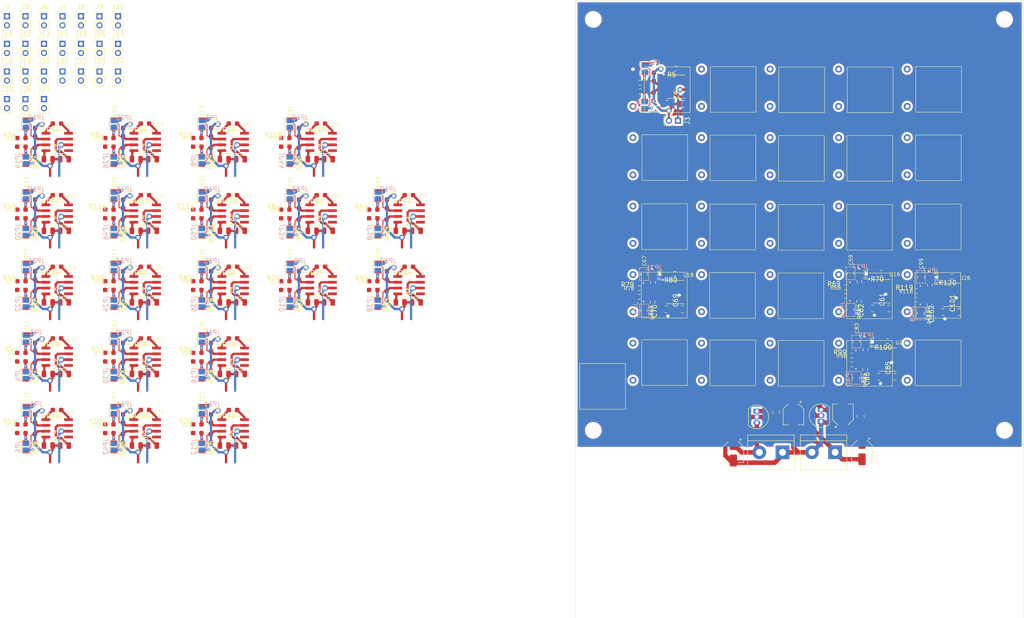
<source format=kicad_pcb>
(kicad_pcb (version 20241229) (generator "pcbnew") (generator_version "9.0")
  (layers (0 "F.Cu" signal) (2 "B.Cu" signal) (13 "F.Paste" user) (15 "B.Paste" user) (5 "F.SilkS" user "F.Silkscreen") (7 "B.SilkS" user "B.Silkscreen") (1 "F.Mask" user) (3 "B.Mask" user) (25 "Edge.Cuts" user))
  (net 0 "")
  (net 1 "GNDA")
  (net 2 "Net-(J1-Pin_2)")
  (net 3 "/vn")
  (net 4 "Net-(J2-Pin_1)")
  (net 5 "/vs1_11")
  (net 6 "/vs2_11")
  (net 7 "/vp")
  (net 8 "Net-(JP2-B)")
  (net 9 "Net-(JP2-A)")
  (net 10 "Net-(JP1-A)")
  (net 11 "Net-(JP1-B)")
  (net 12 "/vo11")
  (net 13 "Net-(JP3-B)")
  (net 14 "Net-(JP3-A)")
  (net 15 "Net-(JP4-A)")
  (net 16 "Net-(JP4-B)")
  (net 17 "Net-(JP5-A)")
  (net 18 "Net-(JP5-B)")
  (net 19 "Net-(JP6-A)")
  (net 20 "Net-(JP6-B)")
  (net 21 "Net-(JP7-A)")
  (net 22 "Net-(JP7-B)")
  (net 23 "Net-(JP8-B)")
  (net 24 "Net-(JP8-A)")
  (net 25 "Net-(JP9-B)")
  (net 26 "Net-(JP9-A)")
  (net 27 "Net-(JP10-B)")
  (net 28 "Net-(JP10-A)")
  (net 29 "Net-(JP11-B)")
  (net 30 "Net-(JP11-A)")
  (net 31 "Net-(JP12-A)")
  (net 32 "Net-(JP12-B)")
  (net 33 "Net-(JP13-B)")
  (net 34 "Net-(JP13-A)")
  (net 35 "Net-(JP14-B)")
  (net 36 "Net-(JP14-A)")
  (net 37 "Net-(JP15-B)")
  (net 38 "Net-(JP15-A)")
  (net 39 "Net-(JP16-A)")
  (net 40 "Net-(JP16-B)")
  (net 41 "Net-(JP17-A)")
  (net 42 "Net-(JP17-B)")
  (net 43 "Net-(JP18-A)")
  (net 44 "Net-(JP18-B)")
  (net 45 "Net-(JP19-B)")
  (net 46 "Net-(JP19-A)")
  (net 47 "Net-(JP20-B)")
  (net 48 "Net-(JP20-A)")
  (net 49 "Net-(JP21-A)")
  (net 50 "Net-(JP21-B)")
  (net 51 "Net-(JP22-B)")
  (net 52 "Net-(JP22-A)")
  (net 53 "Net-(JP23-A)")
  (net 54 "Net-(JP23-B)")
  (net 55 "Net-(JP24-A)")
  (net 56 "Net-(JP24-B)")
  (net 57 "Net-(JP25-B)")
  (net 58 "Net-(JP25-A)")
  (net 59 "Net-(JP26-B)")
  (net 60 "Net-(JP26-A)")
  (net 61 "Net-(JP27-B)")
  (net 62 "Net-(JP27-A)")
  (net 63 "Net-(JP28-A)")
  (net 64 "Net-(JP28-B)")
  (net 65 "Net-(JP29-A)")
  (net 66 "Net-(JP29-B)")
  (net 67 "Net-(JP30-A)")
  (net 68 "Net-(JP30-B)")
  (net 69 "Net-(JP31-A)")
  (net 70 "Net-(JP31-B)")
  (net 71 "Net-(JP32-A)")
  (net 72 "Net-(JP32-B)")
  (net 73 "Net-(JP33-A)")
  (net 74 "Net-(JP33-B)")
  (net 75 "Net-(JP34-A)")
  (net 76 "Net-(JP34-B)")
  (net 77 "Net-(JP35-A)")
  (net 78 "Net-(JP35-B)")
  (net 79 "Net-(JP36-B)")
  (net 80 "Net-(JP36-A)")
  (net 81 "Net-(JP37-A)")
  (net 82 "Net-(JP37-B)")
  (net 83 "Net-(JP38-B)")
  (net 84 "Net-(JP38-A)")
  (net 85 "Net-(JP39-A)")
  (net 86 "Net-(JP39-B)")
  (net 87 "Net-(JP40-B)")
  (net 88 "Net-(JP40-A)")
  (net 89 "Net-(JP41-B)")
  (net 90 "Net-(JP41-A)")
  (net 91 "Net-(JP42-A)")
  (net 92 "Net-(JP42-B)")
  (net 93 "Net-(JP43-A)")
  (net 94 "Net-(JP43-B)")
  (net 95 "Net-(JP44-B)")
  (net 96 "Net-(JP44-A)")
  (net 97 "Net-(JP45-B)")
  (net 98 "Net-(JP45-A)")
  (net 99 "Net-(JP46-A)")
  (net 100 "Net-(JP46-B)")
  (net 101 "Net-(JP47-A)")
  (net 102 "Net-(JP47-B)")
  (net 103 "Net-(JP48-B)")
  (net 104 "Net-(JP48-A)")
  (net 105 "Net-(JP49-B)")
  (net 106 "Net-(JP49-A)")
  (net 107 "Net-(JP50-B)")
  (net 108 "Net-(JP50-A)")
  (net 109 "/vo21")
  (net 110 "/vo31")
  (net 111 "/vo41")
  (net 112 "/vo51")
  (net 113 "/vo12")
  (net 114 "/vo22")
  (net 115 "/vo32")
  (net 116 "/vo42")
  (net 117 "/vo52")
  (net 118 "/vo13")
  (net 119 "/vo23")
  (net 120 "/vo33")
  (net 121 "/vo43")
  (net 122 "/vo53")
  (net 123 "/vo14")
  (net 124 "/vo24")
  (net 125 "/vo34")
  (net 126 "/vo44")
  (net 127 "/vo54")
  (net 128 "/vo15")
  (net 129 "/vo25")
  (net 130 "/vo35")
  (net 131 "/vo45")
  (net 132 "/vo55")
  (net 133 "Net-(R5-Pad2)")
  (net 134 "Net-(R5-Pad1)")
  (net 135 "/vs1_21")
  (net 136 "/vs2_21")
  (net 137 "Net-(R10-Pad1)")
  (net 138 "Net-(R10-Pad2)")
  (net 139 "/vs1_31")
  (net 140 "/vs2_31")
  (net 141 "Net-(R15-Pad1)")
  (net 142 "Net-(R15-Pad2)")
  (net 143 "/vs1_41")
  (net 144 "/vs2_41")
  (net 145 "Net-(R20-Pad1)")
  (net 146 "Net-(R20-Pad2)")
  (net 147 "/vs1_51")
  (net 148 "/vs2_51")
  (net 149 "Net-(R25-Pad2)")
  (net 150 "Net-(R25-Pad1)")
  (net 151 "/vs1_12")
  (net 152 "/vs2_12")
  (net 153 "Net-(R30-Pad1)")
  (net 154 "Net-(R30-Pad2)")
  (net 155 "/vs1_22")
  (net 156 "/vs2_22")
  (net 157 "Net-(R35-Pad1)")
  (net 158 "Net-(R35-Pad2)")
  (net 159 "/vs1_32")
  (net 160 "/vs2_32")
  (net 161 "Net-(R40-Pad1)")
  (net 162 "Net-(R40-Pad2)")
  (net 163 "/vs1_42")
  (net 164 "/vs2_42")
  (net 165 "Net-(R45-Pad2)")
  (net 166 "Net-(R45-Pad1)")
  (net 167 "/vs1_52")
  (net 168 "/vs2_52")
  (net 169 "Net-(R50-Pad1)")
  (net 170 "Net-(R50-Pad2)")
  (net 171 "/vs1_13")
  (net 172 "/vs2_13")
  (net 173 "Net-(R55-Pad1)")
  (net 174 "Net-(R55-Pad2)")
  (net 175 "/vs1_23")
  (net 176 "/vs2_23")
  (net 177 "Net-(R60-Pad2)")
  (net 178 "Net-(R60-Pad1)")
  (net 179 "/vs1_33")
  (net 180 "/vs2_33")
  (net 181 "Net-(R65-Pad2)")
  (net 182 "Net-(R65-Pad1)")
  (net 183 "/vs1_43")
  (net 184 "/vs2_43")
  (net 185 "Net-(R70-Pad1)")
  (net 186 "Net-(R70-Pad2)")
  (net 187 "/vs1_53")
  (net 188 "/vs2_53")
  (net 189 "Net-(R75-Pad1)")
  (net 190 "Net-(R75-Pad2)")
  (net 191 "/vs1_14")
  (net 192 "/vs2_14")
  (net 193 "Net-(R80-Pad1)")
  (net 194 "Net-(R80-Pad2)")
  (net 195 "/vs1_24")
  (net 196 "/vs2_24")
  (net 197 "Net-(R85-Pad2)")
  (net 198 "Net-(R85-Pad1)")
  (net 199 "/vs1_34")
  (net 200 "/vs2_34")
  (net 201 "Net-(R90-Pad1)")
  (net 202 "Net-(R90-Pad2)")
  (net 203 "/vs1_44")
  (net 204 "/vs2_44")
  (net 205 "Net-(R95-Pad2)")
  (net 206 "Net-(R95-Pad1)")
  (net 207 "/vs1_54")
  (net 208 "/vs2_54")
  (net 209 "Net-(R100-Pad1)")
  (net 210 "Net-(R100-Pad2)")
  (net 211 "/vs1_15")
  (net 212 "/vs2_15")
  (net 213 "Net-(R105-Pad1)")
  (net 214 "Net-(R105-Pad2)")
  (net 215 "/vs1_25")
  (net 216 "/vs2_25")
  (net 217 "Net-(R110-Pad2)")
  (net 218 "Net-(R110-Pad1)")
  (net 219 "/vs1_35")
  (net 220 "/vs2_35")
  (net 221 "Net-(R115-Pad1)")
  (net 222 "Net-(R115-Pad2)")
  (net 223 "/vs1_45")
  (net 224 "/vs2_45")
  (net 225 "Net-(R120-Pad2)")
  (net 226 "Net-(R120-Pad1)")
  (net 227 "/vs1_55")
  (net 228 "/vs2_55")
  (net 229 "Net-(R125-Pad2)")
  (net 230 "Net-(R125-Pad1)")
  (footprint "Resistor_SMD:R_0603_1608Metric_Pad0.98x0.95mm_HandSolder" (layer "F.Cu") (at 87.205 69.685)
    (property "Reference" "R20")
    (property "Value" "R" (hide yes))
  )
  (footprint "Resistor_SMD:R_0603_1608Metric_Pad0.98x0.95mm_HandSolder" (layer "F.Cu") (at 82.3475 138.6525 90)
    (property "Reference" "R27")
    (property "Value" "1M" (hide yes))
  )
  (footprint "Resistor_SMD:R_0603_1608Metric_Pad0.98x0.95mm_HandSolder" (layer "F.Cu") (at 101.5975 91.6125 90)
    (property "Reference" "R82")
    (property "Value" "1M" (hide yes))
  )
  (footprint "Capacitor_SMD:C_0805_2012Metric" (layer "F.Cu") (at 61.1375 140.475 -90)
    (property "Reference" "C88")
    (property "Value" "1u" (hide yes))
  )
  (footprint "Connector_PinHeader_2.00mm:PinHeader_1x02_P2.00mm_Vertical" (layer "F.Cu") (at 37.7625 58.28)
    (property "Reference" "J18")
    (property "Value" "Conn_01x02_Pin" (hide yes))
  )
  (footprint "Connector_PinHeader_2.00mm:PinHeader_1x02_P2.00mm_Vertical" (layer "F.Cu") (at 45.8625 46.18)
    (property "Reference" "J6")
    (property "Value" "Conn_01x02_Pin" (hide yes))
  )
  (footprint "Capacitor_SMD:C_0805_2012Metric" (layer "F.Cu") (at 80.3875 93.435 -90)
    (property "Reference" "C104")
    (property "Value" "1u" (hide yes))
  )
  (footprint "Connector_PinHeader_2.00mm:PinHeader_1x02_P2.00mm_Vertical" (layer "F.Cu") (at 45.8625 64.33)
    (property "Reference" "J27")
    (property "Value" "Conn_01x02_Pin" (hide yes))
  )
  (footprint "Resistor_SMD:R_0603_1608Metric_Pad0.98x0.95mm_HandSolder" (layer "F.Cu") (at 79.415 119.895)
    (property "Reference" "R38")
    (property "Value" "47" (hide yes))
  )
  (footprint "Resistor_SMD:R_0603_1608Metric_Pad0.98x0.95mm_HandSolder" (layer "F.Cu") (at 101.6575 71.5725 -90)
    (property "Reference" "R106")
    (property "Value" "1M" (hide yes))
  )
  (footprint "Capacitor_SMD:C_0805_2012Metric" (layer "F.Cu") (at 61.1375 124.795 -90)
    (property "Reference" "C64")
    (property "Value" "1u" (hide yes))
  )
  (footprint "Capacitor_SMD:C_0805_2012Metric" (layer "F.Cu") (at 88.8475 93.165)
    (property "Reference" "C105")
    (property "Value" "100n" (hide yes))
  )
  (footprint "Connector_PinHeader_2.00mm:PinHeader_1x02_P2.00mm_Vertical" (layer "F.Cu") (at 45.8625 52.23)
    (property "Reference" "J13")
    (property "Value" "Conn_01x02_Pin" (hide yes))
  )
  (footprint "Capacitor_SMD:C_0805_2012Metric" (layer "F.Cu") (at 123.7975 108.845 180)
    (property "Reference" "C82")
    (property "Value" "100n" (hide yes))
  )
  (footprint "Capacitor_SMD:C_0805_2012Metric" (layer "F.Cu") (at 61.1375 93.435 -90)
    (property "Reference" "C96")
    (property "Value" "1u" (hide yes))
  )
  (footprint "Capacitor_SMD:CP_Elec_4x4.5" (layer "F.Cu") (at 224.8676 141.42 -90)
    (property "Reference" "C2" (hide yes))
    (property "Value" "10u" (hide yes))
  )
  (footprint "Resistor_SMD:R_0603_1608Metric_Pad0.98x0.95mm_HandSolder" (layer "F.Cu") (at 40.915 104.215)
    (property "Reference" "R53")
    (property "Value" "47" (hide yes))
  )
  (footprint "Capacitor_SMD:C_0805_2012Metric" (layer "F.Cu") (at 177.1 110.64 -90)
    (property "Reference" "C68")
    (property "Value" "1u" (hide yes))
  )
  (footprint "Package_SO:SOIC-8_3.9x4.9mm_P1.27mm" (layer "F.Cu") (at 230.475 121.365)
    (property "Reference" "U22")
    (property "Value" "INA823" (hide yes))
  )
  (footprint "Resistor_SMD:R_0603_1608Metric_Pad0.98x0.95mm_HandSolder" (layer "F.Cu") (at 63.0975 122.9725 90)
    (property "Reference" "R72")
    (property "Value" "1M" (hide yes))
  )
  (footprint "Resistor_SMD:R_0603_1608Metric_Pad0.98x0.95mm_HandSolder" (layer "F.Cu") (at 43.9075 102.9325 -90)
    (property "Reference" "R51")
    (property "Value" "1M" (hide yes))
  )
  (footprint "Capacitor_SMD:C_0805_2012Metric" (layer "F.Cu") (at 61.2175 69.775 -90)
    (property "Reference" "C55")
    (property "Value" "1u" (hide yes))
  )
  (footprint "Capacitor_SMD:C_0805_2012Metric" (layer "F.Cu") (at 46.7975 93.165 180)
    (property "Reference" "C46")
    (property "Value" "100n" (hide yes))
  )
  (footprint "Capacitor_SMD:C_0805_2012Metric" (layer "F.Cu") (at 50.3475 93.165)
    (property "Reference" "C45")
    (property "Value" "100n" (hide yes))
  )
  (footprint "Resistor_SMD:R_0603_1608Metric_Pad0.98x0.95mm_HandSolder" (layer "F.Cu") (at 120.8475 107.2925 90)
    (property "Reference" "R92")
    (property "Value" "1M" (hide yes))
  )
  (footprint "Capacitor_SMD:C_0805_2012Metric" (layer "F.Cu") (at 46.7975 77.485 180)
    (property "Reference" "C34")
    (property "Value" "100n" (hide yes))
  )
  (footprint "Resistor_SMD:R_0603_1608Metric_Pad0.98x0.95mm_HandSolder" (layer "F.Cu") (at 60.165 88.535)
    (property "Reference" "R113")
    (property "Value" "47" (hide yes))
  )
  (footprint "Capacitor_SMD:C_0805_2012Metric" (layer "F.Cu") (at 118.9675 101.135 -90)
    (property "Reference" "C79")
    (property "Value" "1u" (hide yes))
  )
  (footprint "Resistor_SMD:R_0603_1608Metric_Pad0.98x0.95mm_HandSolder" (layer "F.Cu") (at 117.9175 106.105)
    (property "Reference" "R94")
    (property "Value" "47" (hide yes))
  )
  (footprint "Capacitor_SMD:C_0805_2012Metric" (layer "F.Cu") (at 123.7975 93.165 180)
    (property "Reference" "C42")
    (property "Value" "100n" (hide yes))
  )
  (footprint "Resistor_SMD:R_0603_1608Metric_Pad0.98x0.95mm_HandSolder" (layer "F.Cu") (at 176.13 107.63)
    (property "Reference" "R79")
    (property "Value" "47" (hide yes))
  )
  (footprint "Capacitor_SMD:C_0805_2012Metric" (layer "F.Cu") (at 177.3776 57.68 -90)
    (property "Reference" "C7" (hide yes))
    (property "Value" "1u" (hide yes))
  )
  (footprint "Resistor_SMD:R_0603_1608Metric_Pad0.98x0.95mm_HandSolder" (layer "F.Cu") (at 106.455 101.045)
    (property "Reference" "R25")
    (property "Value" "R" (hide yes))
  )
  (footprint "Capacitor_SMD:C_0805_2012Metric" (layer "F.Cu") (at 232.06 125.14)
    (property "Reference" "C85")
    (property "Value" "100n" (hide yes))
  )
  (footprint "Package_TO_SOT_THT:TO-92_Inline" (layer "F.Cu") (at 201.8476 132.67 -90)
    (property "Reference" "U1" (hide yes))
    (property "Value" "L78L05_TO92" (hide yes))
  )
  (footprint "Resistor_SMD:R_0603_1608Metric_Pad0.98x0.95mm_HandSolder" (layer "F.Cu") (at 63.0975 107.2925 90)
    (property "Reference" "R57")
    (property "Value" "1M" (hide yes))
  )
  (footprint "Resistor_SMD:R_0603_1608Metric_Pad0.98x0.95mm_HandSolder" (layer "F.Cu") (at 79.415 104.215)
    (property "Reference" "R88")
    (property "Value" "47" (hide yes))
  )
  (footprint "Resistor_SMD:R_0603_1608Metric_Pad0.98x0.95mm_HandSolder" (layer "F.Cu") (at 79.415 135.575)
    (property "Reference" "R28")
    (property "Value" "47" (hide yes))
  )
  (footprint "Resistor_SMD:R_0603_1608Metric_Pad0.98x0.95mm_HandSolder" (layer "F.Cu") (at 117.915 88.535)
    (property "Reference" "R43")
    (property "Value" "47" (hide yes))
  )
  (footprint "Capacitor_SMD:C_0805_2012Metric" (layer "F.Cu") (at 223.68 117.43 -90)
    (property "Reference" "C83")
    (property "Value" "1u" (hide yes))
  )
  (footprint "Capacitor_SMD:C_0805_2012Metric" (layer "F.Cu") (at 66.0475 108.845 180)
    (property "Reference" "C54")
    (property "Value" "100n" (hide yes))
  )
  (footprint "Resistor_SMD:R_0603_1608Metric_Pad0.98x0.95mm_HandSolder" (layer "F.Cu") (at 179.12 104.4575 -90)
    (property "Reference" "R76")
    (property "Value" "1M" (hide yes))
  )
  (footprint "Resistor_SMD:R_0603_1608Metric_Pad0.98x0.95mm_HandSolder" (layer "F.Cu") (at 48.705 116.725)
    (property "Reference" "R10")
    (property "Value" "R" (hide yes))
  )
  (footprint "Resistor_SMD:R_0603_1608Metric_Pad0.98x0.95mm_HandSolder" (layer "F.Cu") (at 120.9075 87.2525 -90)
    (property "Reference" "R41")
    (property "Value" "1M" (hide yes))
  )
  (footprint "Capacitor_SMD:C_0805_2012Metric" (layer "F.Cu") (at 50.3475 140.205)
    (property "Reference" "C17")
    (property "Value" "100n" (hide yes))
  )
  (footprint "Package_SO:SOIC-8_3.9x4.9mm_P1.27mm" (layer "F.Cu") (at 125.7625 105.07)
    (property "Reference" "U21")
    (property "Value" "INA823" (hide yes))
  )
  (footprint "MountingHole:MountingHole_3.2mm_M3" (layer "F.Cu") (at 166.05796 136.869986)
    (property "Reference" "REF**" (hide yes))
    (property "Value" "MountingHole_3.2mm_M3" (hide yes))
  )
  (footprint "Capacitor_SMD:C_0805_2012Metric" (layer "F.Cu") (at 88.8475 124.525)
    (property "Reference" "C37")
    (property "Value" "100n" (hide yes))
  )
  (footprint "Resistor_SMD:R_0603_1608Metric_Pad0.98x0.95mm_HandSolder" (layer "F.Cu") (at 43.9075 71.5725 -90)
    (property "Reference" "R31")
    (property "Value" "1M" (hide yes))
  )
  (footprint "Resistor_SMD:R_0603_1608Metric_Pad0.98x0.95mm_HandSolder" (layer "F.Cu") (at 60.165 119.895)
    (property "Reference" "R73")
    (property "Value" "47" (hide yes))
  )
  (footprint "Resistor_SMD:R_0603_1608Metric_Pad0.98x0.95mm_HandSolder" (layer "F.Cu") (at 98.6675 90.425)
    (property "Reference" "R84")
    (property "Value" "47" (hide yes))
  )
  (footprint "Resistor_SMD:R_0603_1608Metric_Pad0.98x0.95mm_HandSolder" (layer "F.Cu") (at 222.63 122.4)
    (property "Reference" "R99")
    (property "Value" "47" (hide yes))
  )
  (footprint "Capacitor_SMD:C_0805_2012Metric" (layer "F.Cu") (at 177.2976 65.66 -90)
    (property "Reference" "C8" (hide yes))
    (property "Value" "1u" (hide yes))
  )
  (footprint "Resistor_SMD:R_0603_1608Metric_Pad0.98x0.95mm_HandSolder" (layer "F.Cu") (at 87.205 116.725)
    (property "Reference" "R40")
    (property "Value" "R" (hide yes))
  )
  (footprint "Capacitor_SMD:C_0805_2012Metric" (layer "F.Cu") (at 127.3475 93.165)
    (property "Reference" "C41")
    (property "Value" "100n" (hide yes))
  )
  (footprint "Capacitor_SMD:C_0805_2012Metric" (layer "F.Cu") (at 99.6375 77.755 -90)
    (property "Reference" "C92")
    (property "Value" "1u" (hide yes))
  )
  (footprint "Capacitor_SMD:C_0805_2012Metric" (layer "F.Cu") (at 104.5475 93.165 180)
    (property "Reference" "C74")
    (property "Value" "100n" (hide yes))
  )
  (footprint "Resistor_SMD:R_0603_1608Metric_Pad0.98x0.95mm_HandSolder" (layer "F.Cu") (at 224.3 104.2775 -90)
    (property "Reference" "R66")
    (property "Value" "1M" (hide yes))
  )
  (footprint "Connector_PinHeader_2.00mm:PinHeader_1x02_P2.00mm_Vertical" (layer "F.Cu") (at 37.7625 64.33)
    (property "Reference" "J25")
    (property "Value" "Conn_01x02_Pin" (hide yes))
  )
  (footprint "Capacitor_SMD:C_0805_2012Metric" (layer "F.Cu") (at 85.2975 93.165 180)
    (property "Reference" "C106")
    (property "Value" "100n" (hide yes))
  )
  (footprint "Connector_PinHeader_2.00mm:PinHeader_1x02_P2.00mm_Vertical" (layer "F.Cu") (at 41.8125 58.28)
    (property "Reference" "J19")
    (property "Value" "Conn_01x02_Pin" (hide yes))
  )
  (footprint "Capacitor_SMD:C_0805_2012Metric" (layer "F.Cu") (at 80.4675 132.495 -90)
    (property "Reference" "C27")
    (property "Value" "1u" (hide yes))
  )
  (footprint "Resistor_SMD:R_0603_1608Metric_Pad0.98x0.95mm_HandSolder" (layer "F.Cu") (at 40.915 72.855)
    (property "Reference" "R33")
    (property "Value" "47" (hide yes))
  )
  (footprint "Capacitor_SMD:C_0805_2012Metric" (layer "F.Cu") (at 99.6375 109.115 -90)
    (property "Reference" "C24")
    (property "Value" "1u" (hide yes))
  )
  (footprint "Resistor_SMD:R_0603_1608Metric_Pad0.98x0.95mm_HandSolder" (layer "F.Cu") (at 63.1575 134.2925 -90)
    (property "Reference" "R101")
    (property "Value" "1M" (hide yes))
  )
  (footprint "Resistor_SMD:R_0603_1608Metric_Pad0.98x0.95mm_HandSolder" (layer "F.Cu") (at 60.1675 90.425)
    (property "Reference" "R114")
    (property "Value" "47" (hide yes))
  )
  (footprint "Capacitor_SMD:C_0805_2012Metric" (layer "F.Cu") (at 99.7175 69.775 -90)
    (property "Reference" "C91")
    (property "Value" "1u" (hide yes))
  )
  (footprint "Package_SO:SOIC-8_3.9x4.9mm_P1.27mm" (layer "F.Cu") (at 87.2625 120.75)
    (property "Reference" "U10")
    (property "Value" "INA823" (hide yes))
  )
  (footprint "Package_SO:SOIC-8_3.9x4.9mm_P1.27mm" (layer "F.Cu") (at 106.5125 89.39)
    (property "Reference" "U19")
    (property "Value" "INA823" (hide yes))
  )
  (footprint "Package_SO:SOIC-8_3.9x4.9mm_P1.27mm" (layer "F.Cu") (at 68.0125 73.71)
    (property "Reference" "U15")
    (property "Value" "INA823" (hide yes))
  )
  (footprint "Resistor_SMD:R_0603_1608Metric_Pad0.98x0.95mm_HandSolder" (layer "F.Cu") (at 63.1575 71.5725 -90)
    (property "Reference" "R61")
    (property "Value" "1M" (hide yes))
  )
  (footprint "Resistor_SMD:R_0603_1608Metric_Pad0.98x0.95mm_HandSolder" (layer "F.Cu") (at 60.1675 137.465)
    (property "Reference" "R104")
    (property "Value" "47" (hide yes))
  )
  (footprint "Package_SO:SOIC-8_3.9x4.9mm_P1.27mm" (layer "F.Cu") (at 68.0125 136.43)
    (property "Reference" "U23")
    (property "Value" "INA823" (hide yes))
  )
  (footprint "Capacitor_SMD:C_0805_2012Metric" (layer "F.Cu") (at 85.2975 77.485 180)
    (property "Reference" "C22")
    (property "Value" "100n" (hide yes))
  )
  (footprint "Resistor_SMD:R_0603_1608Metric_Pad0.98x0.95mm_HandSolder" (layer "F.Cu") (at 63.1575 102.9325 -90)
    (property "Reference" "R56")
    (property "Value" "1M" (hide yes))
  )
  (footprint "Resistor_SMD:R_0603_1608Metric_Pad0.98x0.95mm_HandSolder" (layer "F.Cu") (at 48.705 132.405)
    (property "Reference" "R15")
    (property "Value" "R" (hide yes))
  )
  (footprint "Connector_PinHeader_2.00mm:PinHeader_1x02_P2.00mm_Vertical" (layer "F.Cu") (at 58.0125 52.23)
    (property "Reference" "J16")
    (property "Value" "Conn_01x02_Pin" (hide yes))
  )
  (footprint "Capacitor_SMD:C_0805_2012Metric" (layer "F.Cu") (at 80.4675 101.135 -90)
    (property "Reference" "C75")
    (property "Value" "1u" (hide yes))
  )
  (footprint "Resistor_SMD:R_0603_1608Metric_Pad0.98x0.95mm_HandSolder" (layer "F.Cu") (at 43.9075 118.6125 -90)
    (property "Reference" "R6")
    (property "Value" "1M" (hide yes))
  )
  (footprint "Capacitor_SMD:C_0805_2012Metric" (layer "F.Cu") (at 69.5975 140.205)
    (property "Reference" "C89")
    (property "Value" "100n" (hide yes))
  )
  (footprint "Connector_PinHeader_2.00mm:PinHeader_1x02_P2.00mm_Vertical" (layer "F.Cu") (at 53.9625 46.18)
    (property "Reference" "J8")
    (property "Value" "Conn_01x02_Pin" (hide yes))
  )
  (footprint "Capacitor_SMD:C_0805_2012Metric" (layer "F.Cu") (at 46.7975 108.845 180)
    (property "Reference" "C50")
    (property "Value" "100n" (hide yes))
  )
  (footprint "Capacitor_SMD:C_0805_2012Metric" (layer "F.Cu") (at 224.5776 133.77 90)
    (property "Reference" "C4" (hide yes))
    (property "Value" "100n" (hide yes))
  )
  (footprint "Resistor_SMD:R_0603_1608Metric_Pad0.98x0.95mm_HandSolder" (layer "F.Cu") (at 43.8475 107.2925 90)
    (property "Reference" "R52")
    (property "Value" "1M" (hide yes))
  )
  (footprint "Capacitor_SMD:C_0805_2012Metric" (layer "F.Cu") (at 46.7975 124.525 180)
    (property "Reference" "C14")
    (property "Value" "100n" (hide yes))
  )
  (footprint "Resistor_SMD:R_0603_1608Metric_Pad0.98x0.95mm_HandSolder" (layer "F.Cu") (at 82.3475 91.6125 90)
    (property "Reference" "R122")
    (property "Value" "1M" (hide yes))
  )
  (footprint "Resistor_SMD:R_0603_1608Metric_Pad0.98x0.95mm_HandSolder" (layer "F.Cu") (at 125.705 85.365)
    (property "Reference" "R45")
    (property "Value" "R" (hide yes))
  )
  (footprint "TerminalBlock:TerminalBlock_bornier-2_P5.08mm" (layer "F.Cu") (at 218.9876 141.68 180)
    (property "Reference" "J2" (hide yes))
    (property "Value" "VRAW LVNeg" (hide yes))
  )
  (footprint "Resistor_SMD:R_0603_1608Metric_Pad0.98x0.95mm_HandSolder" (layer "F.Cu") (at 43.8475 91.6125 90)
    (property "Reference" "R47")
    (property "Value" "1M" (hide yes))
  )
  (footprint "Resistor_SMD:R_0603_1608Metric_Pad0.98x0.95mm_HandSolder" (layer "F.Cu") (at 79.415 72.855)
    (property "Reference" "R18")
    (property "Value" "47" (hide yes))
  )
  (footprint "Capacitor_SMD:C_0805_2012Metric" (layer "F.Cu") (at 41.8875 77.755 -90)
    (property "Reference" "C32")
    (property "Value" "1u" (hide yes))
  )
  (footprint "Capacitor_SMD:C_0805_2012Metric" (layer "F.Cu") (at 41.9675 132.495 -90)
    (property "Reference" "C15")
    (property "Value" "1u" (hide yes))
  )
  (footprint "Resistor_SMD:R_0603_1608Metric_Pad0.98x0.95mm_HandSolder" (layer "F.Cu") (at 63.1575 118.6125 -90)
    (property "Reference" "R71")
    (property "Value" "1M" (hide yes))
  )
  (footprint "Package_SO:SOIC-8_3.9x4.9mm_P1.27mm" (layer "F.Cu") (at 48.7625 73.71)
    (property "Reference" "U9")
    (property "Value" "INA823" (hide yes))
  )
  (footprint "Resistor_SMD:R_0603_1608Metric_Pad0.98x0.95mm_HandSolder" (layer "F.Cu") (at 40.9175 137.465)
    (property "Reference" "R14")
    (property "Value" "47" (hide yes))
  )
  (footprint "Capacitor_SMD:C_0805_2012Metric" (layer "F.Cu") (at 80.3875 77.755 -90)
    (property "Reference" "C20")
    (property "Value" "1u" (hide yes))
  )
  (footprint "Resistor_SMD:R_0603_1608Metric_Pad0.98x0.95mm_HandSolder" (layer "F.Cu") (at 79.4175 121.785)
    (property "Reference" "R39")
    (property "Value" "47" (hide yes))
  )
  (footprint "Capacitor_SMD:C_0805_2012Metric" (layer "F.Cu") (at 61.2175 132.495 -90)
    (property "Reference" "C87")
    (property "Value" "1u" (hide yes))
  )
  (footprint "Resistor_SMD:R_0603_1608Metric_Pad0.98x0.95mm_HandSolder" (layer "F.Cu") (at 79.4175 74.745)
    (property "Reference" "R19")
    (property "Value" "47" (hide yes))
  )
  (footprint "Capacitor_SMD:C_0805_2012Metric" (layer "F.Cu") (at 85.2975 108.845 180)
    (property "Reference" "C78")
    (property "Value" "100n" (hide yes))
  )
  (footprint "Capacitor_SMD:C_0805_2012Metric" (layer "F.Cu") (at 206.0476 132.92 90)
    (property "Reference" "C3" (hide yes))
    (property "Value" "100n" (hide yes))
  )
  (footprint "Resistor_SMD:R_0603_1608Metric_Pad0.98x0.95mm_HandSolder" (layer "F.Cu") (at 82.4075 102.9325 -90)
    (property "Reference" "R86")
    (property "Value" "1M" (hide yes))
  )
  (footprint "Capacitor_SMD:C_0805_2012Metric" (layer "F.Cu") (at 41.8875 109.115 -90)
    (property "Reference" "C48")
    (property "Value" "1u" (hide yes))
  )
  (footprint "Capacitor_SMD:C_0805_2012Metric" (layer "F.Cu") (at 88.8475 77.485)
    (property "Reference" "C21")
    (property "Value" "100n" (hide yes))
  )
  (footprint "Capacitor_SMD:C_0805_2012Metric" (layer "F.Cu") (at 61.1375 109.115 -90)
    (property "Reference" "C52")
    (property "Value" "1u" (hide yes))
  )
  (footprint "Resistor_SMD:R_0603_1608Metric_Pad0.98x0.95mm_HandSolder" (layer "F.Cu") (at 40.9175 90.425)
    (property "Reference" "R49")
    (property "Value" "47" (hide yes))
  )
  (footprint "Capacitor_SMD:CP_Elec_4x4.5" (layer "F.Cu") (at 196.7076 141.67 -90)
    (property "Reference" "C1" (hide yes))
    (property "Value" "10u" (hide yes))
  )
  (footprint "Resistor_SMD:R_0603_1608Metric_Pad0.98x0.95mm_HandSolder" (layer "F.Cu") (at 179.06 108.8175 90)
    (property "Reference" "R77")
    (property "Value" "1M" (hide yes))
  )
  (footprint "Resistor_SMD:R_0603_1608Metric_Pad0.98x0.95mm_HandSolder" (layer "F.Cu") (at 236.7175 106.365)
    (property "Reference" "R118")
    (property "Value" "47" (hide yes))
  )
  (footprint "Resistor_SMD:R_0603_1608Metric_Pad0.98x0.95mm_HandSolder" (layer "F.Cu") (at 60.165 135.575)
    (property "Reference" "R103")
    (property "Value" "47" (hide yes))
  )
  (footprint "Connector_PinHeader_2.00mm:PinHeader_1x02_P2.00mm_Vertical" (layer "F.Cu") (at 49.9125 52.23)
    (property "Reference" "J14")
    (property "Value" "Conn_01x02_Pin" (hide yes))
  )
  (footprint "Resistor_SMD:R_0603_1608Metric_Pad0.98x0.95mm_HandSolder" (layer "F.Cu") (at 225.56 123.5875 90)
    (property "Reference" "R97")
    (property "Value" "1M" (hide yes))
  )
  (footprint "Resistor_SMD:R_0603_1608Metric_Pad0.98x0.95mm_HandSolder" (layer "F.Cu") (at 48.705 69.685)
    (property "Reference" "R35")
    (property "Value" "R" (hide yes))
  )
  (footprint "Connector_PinHeader_2.00mm:PinHeader_1x02_P2.00mm_Vertical" (layer "F.Cu") (at 62.0625 52.23)
    (property "Reference" "J17")
    (property "Value" "Conn_01x02_Pin" (hide yes))
  )
  (footprint "Capacitor_SMD:C_0805_2012Metric" (layer "F.Cu") (at 85.2975 124.525 180)
    (property "Reference" "C38")
    (property "Value" "100n" (hide yes))
  )
  (footprint "Resistor_SMD:R_0603_1608Metric_Pad0.98x0.95mm_HandSolder" (layer "F.Cu") (at 43.8475 75.9325 90)
    (property "Reference" "R32")
    (property "Value" "1M" (hide yes))
  )
  (footprint "Capacitor_SMD:C_0805_2012Metric" (layer "F.Cu") (at 177.18 102.66 -90)
    (property "Reference" "C67")
    (property "Value" "1u" (hide yes))
  )
  (footprint "Capacitor_SMD:C_0805_2012Metric" (layer "F.Cu") (at 41.9675 85.455 -90)
    (property "Reference" "C43")
    (property "Value" "1u" (hide yes))
  )
  (footprint "Resistor_SMD:R_0603_1608Metric_Pad0.98x0.95mm_HandSolder" (layer "F.Cu") (at 43.9075 134.2925 -90)
    (property "Reference" "R11")
    (property "Value" "1M" (hide yes))
  )
  (footprint "Capacitor_SMD:C_0805_2012Metric" (layer "F.Cu") (at 85.2975 140.205 180)
    (property "Reference" "C30")
    (property "Value" "100n" (hide yes))
  )
  (footprint "Capacitor_SMD:C_0805_2012Metric" (layer "F.Cu") (at 50.3475 108.845)
    (property "Reference" "C49")
    (property "Value" "100n" (hide yes))
  )
  (footprint "Connector_PinHeader_2.00mm:PinHeader_1x02_P2.00mm_Vertical" (layer "F.Cu") (at 45.8625 58.28)
    (property "Reference" "J20")
    (property "Value" "Conn_01x02_Pin" (hide yes))
  )
  (footprint "Package_SO:SOIC-8_3.9x4.9mm_P1.27mm" (layer "F.Cu") (at 244.565 107.22)
    (property "Reference" "U26")
    (property "Value" "INA823" (hide yes))
  )
  (footprint "Package_TO_SOT_THT:TO-92_Inline" (layer "F.Cu") (at 215.9176 134.92 90)
    (property "Reference" "U2" (hide yes))
    (property "Value" "L79L05_TO92" (hide yes))
  )
  (footprint "Resistor_SMD:R_0603_1608Metric_Pad0.98x0.95mm_HandSolder" (layer "F.Cu") (at 230.4175 117.34)
    (property "Reference" "R100")
    (property "Value" "R" (hide yes))
  )
  (footprint "Capacitor_SMD:C_0805_2012Metric" (layer "F.Cu") (at 41.9675 69.775 -90)
    (property "Reference" "C31")
    (property "Value" "1u" (hide yes))
  )
  (footprint "Package_SO:SOIC-8_3.9x4.9mm_P1.27mm" (layer "F.Cu") (at 87.2625 89.39)
    (property "Reference" "U27")
    (property "Value" "INA823" (hide yes))
  )
  (footprint "Package_SO:SOIC-8_3.9x4.9mm_P1.27mm" (layer "F.Cu") (at 87.2625 136.43)
    (property "Reference" "U8")
    (property "Value" "INA823" (hide yes))
  )
  (footprint "Resistor_SMD:R_0603_1608Metric_Pad0.98x0.95mm_HandSolder" (layer "F.Cu") (at 125.705 101.045)
    (property "Reference" "R95")
    (property "Value" "R" (hide yes))
  )
  (footprint "TerminalBlock:TerminalBlock_bornier-2_P5.08mm" (layer "F.Cu") (at 207.4776 141.69 180)
    (property "Reference" "J1" (hide yes))
    (property "Value" "VRAW LVPos" (hide yes))
  )
  (footprint "Resistor_SMD:R_0603_1608Metric_Pad0.98x0.95mm_HandSolder" (layer "F.Cu") (at 225.62 119.2275 -90)
    (property "Reference" "R96")
    (property "Value" "1M" (hide yes))
  )
  (footprint "Connector_PinHeader_2.00mm:PinHeader_1x02_P2.00mm_Vertical" (layer "F.Cu") (at 37.7625 52.23)
    (property "Reference" "J11")
    (property "Value" "Conn_01x02_Pin" (hide yes))
  )
  (footprint "Package_SO:SOIC-8_3.9x4.9mm_P1.27mm" (layer "F.Cu") (at 229.155 106.415)
    (property "Reference" "U16")
    (property "Value" "INA823" (hide yes))
  )
  (footprint "Package_SO:SOIC-8_3.9x4.9mm_P1.27mm" (layer "F.Cu") (at 68.0125 105.07)
    (property "Reference" "U14")
    (property "Value" "INA823" (hide yes))
  )
  (footprint "Capacitor_SMD:C_0805_2012Metric" (layer "F.Cu") (at 69.5975 124.525)
    (property "Reference" "C65")
    (property "Value" "100n" (hide yes))
  )
  (footprint "Capacitor_SMD:C_0805_2012Metric" (layer "F.Cu") (at 99.6375 93.435 -90)
    (property "Reference" "C72")
    (property "Value" "1u" (hide yes))
  )
  (footprint "Capacitor_SMD:C_0805_2012Metric" (layer "F.Cu") (at 80.4675 69.775 -90)
    (property "Reference" "C19")
    (property "Value" "1u" (hide yes))
  )
  (footprint "Resistor_SMD:R_0603_1608Metric_Pad0.98x0.95mm_HandSolder" (layer "F.Cu") (at 101.5975 75.9325 90)
    (property "Reference" "R107")
    (property "Value" "1M" (hide yes))
  )
  (footprint "Resistor_SMD:R_0603_1608Metric_Pad0.98x0.95mm_HandSolder" (layer "F.Cu") (at 236.72 108.255)
    (property "Reference" "R119")
    (property "Value" "47" (hide yes))
  )
  (footprint "Capacitor_SMD:C_0805_2012Metric" (layer "F.Cu") (at 41.8875 140.475 -90)
    (property "Reference" "C16")
    (property "Value" "1u" (hide yes))
  )
  (footprint "Capacitor_SMD:C_0805_2012Metric" (layer "F.Cu") (at 99.7175 85.455 -90)
    (property "Reference" "C71")
    (property "Value" "1u" (hide yes))
  )
  (footprint "Resistor_SMD:R_0603_1608Metric_Pad0.98x0.95mm_HandSolder" (layer "F.Cu") (at 79.415 88.535)
    (property "Reference" "R123")
    (property "Value" "47" (hide yes))
  )
  (footprint "Capacitor_SMD:C_0805_2012Metric" (layer "F.Cu") (at 185.7576 65.39)
    (property "Reference" "C9")
    (property "Value" "100n" (hide yes))
  )
  (footprint "Resistor_SMD:R_0603_1608Metric_Pad0.98x0.95mm_HandSolder" (layer "F.Cu") (at 82.4075 134.2925 -90)
    (property "Reference" "R26")
    (property "Value" "1M" (hide yes))
  )
  (footprint "Connector_PinHeader_2.00mm:PinHeader_1x02_P2.00mm_Vertical" (layer "F.Cu") (at 37.7625 46.18)
    (property "Reference" "J4")
    (property "Value" "Conn_01x02_Pin" (hide yes))
  )
  (footprint "Resistor_SMD:R_0603_1608Metric_Pad0.98x0.95mm_HandSolder" (layer "F.Cu") (at 40.9175 74.745)
    (property "Reference" "R34")
    (property "Value" "47" (hide yes))
  )
  (footprint "Resistor_SMD:R_0603_1608Metric_Pad0.98x0.95mm_HandSolder" (layer "F.Cu") (at 98.665 72.855)
    (property "Reference" "R108")
    (property "Value" "47" (hide yes))
  )
  (footprint "Resistor_SMD:R_0603_1608Metric_Pad0.98x0.95mm_HandSolder" (layer "F.Cu") (at 79.4175 90.425)
    (property "Reference" "R124")
    (property "Value" "47" (hide yes))
  )
  (footprint "Capacitor_SMD:C_0805_2012Metric" (layer "F.Cu") (at 50.3475 77.485)
    (property "Reference" "C33")
    (property "Value" "100n" (hide yes))
  )
  (footprint "Capacitor_SMD:C_0805_2012Metric" (layer "F.Cu") (at 41.9675 101.135 -90)
    (property "Reference" "C47")
    (property "Value" "1u" (hide yes))
  )
  (footprint "Capacitor_SMD:C_0805_2012Metric" (layer "F.Cu") (at 61.1375 77.755 -90)
    (property "Reference" "C56")
    (property "Value" "1u" (hide yes))
  )
  (footprint "Resistor_SMD:R_0603_1608Metric_Pad0.98x0.95mm_HandSolder" (layer "F.Cu") (at 120.9075 102.9325 -90)
    (property "Reference" "R91")
    (property "Value" "1M" (hide yes))
  )
  (footprint "Capacitor_SMD:C_0805_2012Metric" (layer "F.Cu") (at 80.3875 140.475 -90)
    (property "Reference" "C28")
    (property "Value" "1u" (hide yes))
  )
  (footprint "Resistor_SMD:R_0603_1608Metric_Pad0.98x0.95mm_HandSolder" (layer "F.Cu") (at 117.915 104.215)
    (property "Reference" "R93")
    (property "Value" "47" (hide yes))
  )
  (footprint "Capacitor_SMD:C_0805_2012Metric" (layer "F.Cu") (at 69.5975 93.165)
    (property "Reference" "C97")
    (property "Value" "100n" (hide yes))
  )
  (footprint "Package_SO:SOIC-8_3.9x4.9mm_P1.27mm" (layer "F.Cu") (at 68.0125 89.39)
    (property "Reference" "U25")
    (property "Value" "INA823" (hide yes))
  )
  (footprint "Resistor_SMD:R_0603_1608Metric_Pad0.98x0.95mm_HandSolder" (layer "F.Cu") (at 87.205 132.405)
    (property "Reference" "R30")
    (property "Value" "R" (hide yes))
  )
  (footprint "Resistor_SMD:R_0603_1608Metric_Pad0.98x0.95mm_HandSolder" (layer "F.Cu") (at 101.5975 107.2925 90)
    (property "Reference" "R22")
    (property "Value" "1M" (hide yes))
  )
  (footprint "Package_SO:SOIC-8_3.9x4.9mm_P1.27mm" (layer "F.Cu") (at 106.5125 73.71)
    (property "Reference" "U24")
    (property "Value" "INA823" (hide yes))
  )
  (footprint "Capacitor_SMD:C_0805_2012Metric" (layer "F.Cu") (at 108.0975 108.845)
    (property "Reference" "C25")
    (property "Value" "100n" (hide yes))
  )
  (footprint "Capacitor_SMD:C_0805_2012Metric" (layer "F.Cu") (at 108.0975 93.165)
    (property "Reference" "C73")
    (property "Value" "100n" (hide yes))
  )
  (footprint "Capacitor_SMD:C_0805_2012Metric" (layer "F.Cu") (at 230.74 110.19)
    (property "Reference" "C61")
    (property "Value" "100n" (hide yes))
  )
  (footprint "Resistor_SMD:R_0603_1608Metric_Pad0.98x0.95mm_HandSolder" (layer "F.Cu") (at 60.1675 121.785)
    (property "Reference" "R74")
    (property "Value" "47" (hide yes))
  )
  (footprint "Capacitor_SMD:C_0805_2012Metric" (layer "F.Cu") (at 80.3875 124.795 -90)
    (property "Reference" "C36")
    (property "Value" "1u" (hide yes))
  )
  (footprint "Resistor_SMD:R_0603_1608Metric_Pad0.98x0.95mm_HandSolder" (layer "F.Cu") (at 98.665 104.215)
    (property "Reference" "R23")
    (property "Value" "47" (hide yes))
  )
  (footprint "Resistor_SMD:R_0603_1608Metric_Pad0.98x0.95mm_HandSolder" (layer "F.Cu") (at 60.165 104.215)
    (property "Reference" "R58")
    (property "Value" "47" (hide yes))
  )
  (footprint "Resistor_SMD:R_0603_1608Metric_Pad0.98x0.95mm_HandSolder" (layer "F.Cu") (at 106.455 85.365)
    (property "Reference" "R85")
    (property "Value" "R" (hide yes))
  )
  (footprint "Capacitor_SMD:C_0805_2012Metric" (layer "F.Cu") (at 118.8875 93.435 -90)
    (property "Reference" "C40")
    (property "Value" "1u" (hide yes))
  )
  (footprint "Package_SO:SOIC-8_3.9x4.9mm_P1.27mm" (layer "F.Cu") (at 106.5125 105.07)
    (property "Reference" "U7")
    (property "Value" "INA823" (hide yes))
  )
  (footprint "Capacitor_SMD:C_0805_2012Metric" (layer "F.Cu") (at 61.2175 85.455 -90)
    (property "Reference" "C95")
    (property "Value" "1u" (hide yes))
  )
  (footprint "Capacitor_SMD:C_0805_2012Metric" (layer "F.Cu") (at 118.8875 109.115 -90)
    (property "Reference" "C80")
    (property "Value" "1u" (hide yes))
  )
  (footprint "Package_SO:SOIC-8_3.9x4.9mm_P1.27mm" (layer "F.Cu") (at 87.2625 105.07)
    (property "Reference" "U20")
    (property "Value" "INA823" (hide yes))
  )
  (footprint "Capacitor_SMD:C_0805_2012Metric" (layer "F.Cu") (at 118.9675 85.455 -90)
    (property "Reference" "C39")
    (property "Value" "1u" (hide yes))
  )
  (footprint "Resistor_SMD:R_0603_1608Metric_Pad0.98x0.95mm_HandSolder" (layer "F.Cu") (at 82.4075 71.5725 -90)
    (property "Reference" "R16")
    (property "Value" "1M" (hide yes))
  )
  (footprint "Capacitor_SMD:C_0805_2012Metric" (layer "F.Cu") (at 80.4675 116.815 -90)
    (property "Reference" "C35")
    (property "Value" "1u" (hide yes))
  )
  (footprint "Connector_PinHeader_2.00mm:PinHeader_1x02_P2.00mm_Vertical" (layer "F.Cu") (at 58.0125 46.18)
    (property "Reference" "J9")
    (property "Value" "Conn_01x02_Pin" (hide yes))
  )
  (footprint "MountingHole:MountingHole_3.2mm_M3" (layer "F.Cu") (at 256.05796 46.869986)
    (property "Reference" "REF**" (hide yes))
    (property "Value" "MountingHole_3.2mm_M3" (hide yes))
  )
  (footprint "Capacitor_SMD:C_0805_2012Metric" (layer "F.Cu") (at 41.8875 124.795 -90)
    (property "Reference" "C12")
    (property "Value" "1u" (hide yes))
  )
  (footprint "Package_SO:SOIC-8_3.9x4.9mm_P1.27mm" (layer "F.Cu") (at 184.1726 61.615)
    (property "Reference" "U3" (hide yes))
    (property "Value" "INA823" (hide yes))
  )
  (footprint "Capacitor_SMD:C_0805_2012Metric" (layer "F.Cu") (at 61.2175 101.135 -90)
    (property "Reference" "C51")
    (property "Value" "1u" (hide yes))
  )
  (footprint "Package_SO:SOIC-8_3.9x4.9mm_P1.27mm" (layer "F.Cu") (at 68.0125 120.75)
    (property "Reference" "U17")
    (property "Value" "INA823" (hide yes))
  )
  (footprint "Resistor_SMD:R_0603_1608Metric_Pad0.98x0.95mm_HandSolder" (layer "F.Cu") (at 40.915 135.575)
    (property "Reference" "R13")
    (property "Value" "47" (hide yes))
  )
  (footprint "Resistor_SMD:R_0603_1608Metric_Pad0.98x0.95mm_HandSolder" (layer "F.Cu") (at 120.8475 91.6125 90)
    (property "Reference" "R42")
    (property "Value" "1M" (hide yes))
  )
  (footprint "Capacitor_SMD:C_0805_2012Metric" (layer "F.Cu") (at 242.6 110.995 180)
    (property "Reference" "C102")
    (property "Value" "100n" (hide yes))
  )
  (footprint "Capacitor_SMD:C_0805_2012Metric" (layer "F.Cu") (at 127.3475 108.845)
    (property "Reference" "C81")
    (property "Value" "100n" (hide yes))
  )
  (footprint "Capacitor_SMD:C_0805_2012Metric" (layer "F.Cu") (at 41.8875 93.435 -90)
    (property "Reference" "C44")
    (property "Value" "1u" (hide yes))
  )
  (footprint "Resistor_SMD:R_0603_1608Metric_Pad0.98x0.95mm_HandSolder" (layer "F.Cu") (at 82.4075 87.2525 -90)
    (property "Reference" "R121")
    (property "Value" "1M" (hide yes))
  )
  (footprint "Resistor_SMD:R_0603_1608Metric_Pad0.98x0.95mm_HandSolder" (layer "F.Cu") (at 87.205 101.045)
    (property "Reference" "R90")
    (property "Value" "R" (hide yes))
  )
  (footprint "Connector_PinHeader_2.00mm:PinHeader_1x02_P2.00mm_Vertical" (layer "F.Cu") (at 184.6076 69.06 -90)
    (property "Reference" "J3")
    (property "Value" "Conn_01x02_Pin" (hide yes))
  )
  (footprint "Resistor_SMD:R_0603_1608Metric_Pad0.98x0.95mm_HandSolder" (layer "F.Cu") (at 63.1575 87.2525 -90)
    (property "Reference" "R111")
    (property "Value" "1M" (hide yes))
  )
  (footprint "Resistor_SMD:R_0603_1608Metric_Pad0.98x0.95mm_HandSolder" (layer "F.Cu") (at 82.3475 107.2925 90)
    (property "Reference" "R87")
    (property "Value" "1M" (hide yes))
  )
  (footprint "Resistor_SMD:R_0603_1608Metric_Pad0.98x0.95mm_HandSolder" (layer "F.Cu") (at 43.8475 138.6525 90)
    (property "Reference" "R12")
    (property "Value" "1M" (hide yes))
  )
  (footprint "Connector_PinHeader_2.00mm:PinHeader_1x02_P2.00mm_Vertical" (layer "F.Cu") (at 49.9125 58.28)
    (property "Reference" "J21")
    (property "Value" "Conn_01x02_Pin" (hide yes))
  )
  (footprint "Capacitor_SMD:CP_Elec_4x4.5" (layer "F.Cu") (at 209.8676 133.41 -90)
    (property "Reference" "C5" (hide yes))
    (property "Value" "10u" (hide yes))
  )
  (footprint "Resistor_SMD:R_0603_1608Metric_Pad0.98x0.95mm_HandSolder" (layer "F.Cu") (at 48.705 101.045)
    (property "Reference" "R55")
    (property "Value" "R" (hide yes))
  )
  (footprint "Resistor_SMD:R_0603_1608Metric_Pad0.98x0.95mm_HandSolder" (layer "F.Cu") (at 224.24 108.6375 90)
    (property "Reference" "R67")
    (property "Value" "1M" (hide yes))
  )
  (footprint "Resistor_SMD:R_0603_1608Metric_Pad0.98x0.95mm_HandSolder" (layer "F.Cu") (at 222.6275 120.51)
    (property "Reference" "R98")
    (property "Value" "47" (hide yes))
  )
  (footprint "Capacitor_SMD:C_0805_2012Metric" (layer "F.Cu") (at 185.56 110.37)
    (property "Reference" "C69")
    (property "Value" "100n" (hide yes))
  )
  (footprint "Package_SO:SOIC-8_3.9x4.9mm_P1.27mm" (layer "F.Cu") (at 48.7625 136.43)
    (property "Reference" "U5")
    (property "Value" "INA823" (hide yes))
  )
  (footprint "Resistor_SMD:R_0603_1608Metric_Pad0.98x0.95mm_HandSolder" (layer "F.Cu") (at 176.3251 60.76)
    (property "Reference" "R3" (hide yes))
    (property "Value" "47" (hide yes))
  )
  (footprint "Resistor_SMD:R_0603_1608Metric_Pad0.98x0.95mm_HandSolder" (layer "F.Cu") (at 183.9175 102.57)
    (property "Reference" "R80")
    (property "Value" "R" (hide yes))
  )
  (footprint "Resistor_SMD:R_0603_1608Metric_Pad0.98x0.95mm_HandSolder" (layer "F.Cu") (at 82.3475 122.9725 90)
    (property "Reference" "R37")
    (property "Value" "1M" (hide yes))
  )
  (footprint "Connector_PinHeader_2.00mm:PinHeader_1x02_P2.00mm_Vertical" (layer "F.Cu") (at 49.9125 46.18)
    (property "Reference" "J7")
    (property "Value" "Conn_01x02_Pin" (hide yes))
  )
  (footprint "Capacitor_SMD:C_0805_2012Metric" (layer "F.Cu") (at 41.9675 116.815 -90)
    (property "Reference" "C11")
    (property "Value" "1u" (hide yes))
  )
  (footprint "Package_SO:SOIC-8_3.9x4.9mm_P1.27mm" (layer "F.Cu") (at 48.7625 105.07)
    (property "Reference" "U13")
    (property "Value" "INA823" (hide yes))
  )
  (footprint "Capacitor_SMD:C_0805_2012Metric" (layer "F.Cu") (at 61.2175 116.815 -90)
    (property "Reference" "C63")
    (property "Value" "1u" (hide yes))
  )
  (footprint "Connector_PinHeader_2.00mm:PinHeader_1x02_P2.00mm_Vertical" (layer "F.Cu") (at 41.8125 46.18)
    (property "Reference" "J5")
    (property "Value" "Conn_01x02_Pin" (hide yes))
  )
  (footprint "Capacitor_SMD:CP_Elec_4x4.5" (layer "F.Cu") (at 220.6876 133.37 90)
    (property "Reference" "C6" (hide yes))
    (property "Value" "10u" (hide yes))
  )
  (footprint "Capacitor_SMD:C_0805_2012Metric" (layer "F.Cu") (at 69.5975 77.485)
    (property "Reference" "C57")
    (property "Value" "100n" (hide yes))
  )
  (footprint "Resistor_SMD:R_0603_1608Metric_Pad0.98x0.95mm_HandSolder" (layer "F.Cu") (at 67.955 69.685)
    (property "Reference" "R65")
    (property "Value" "R" (hide yes))
  )
  (footprint "Resistor_SMD:R_0603_1608Metric_Pad0.98x0.95mm_HandSolder" (layer "F.Cu") (at 176.1275 105.74)
    (property "Reference" "R78")
    (property "Value" "47" (hide yes))
  )
  (footprint "Resistor_SMD:R_0603_1608Metric_Pad0.98x0.95mm_HandSolder" (layer "F.Cu") (at 179.3176 59.4775 -90)
    (property "Reference" "R1" (hide yes))
    (property "Value" "1M" (hide yes))
  )
  (footprint "Resistor_SMD:R_0603_1608Metric_Pad0.98x0.95mm_HandSolder" (layer "F.Cu") (at 43.9075 87.2525 -90)
    (property "Reference" "R46")
    (property "Value" "1M" (hide yes))
  )
  (footprint "Resistor_SMD:R_0603_1608Metric_Pad0.98x0.95mm_HandSolder" (layer "F.Cu") (at 101.6575 102.9325 -90)
    (property "Reference" "R21")
    (property "Value" "1M" (hide yes))
  )
  (footprint "Resistor_SMD:R_0603_1608Metric_Pad0.98x0.95mm_HandSolder" (layer "F.Cu") (at 239.71 105.0825 -90)
    (property "Reference" "R116")
    (property "Value" "1M" (hide yes))
  )
  (footprint "Resistor_SMD:R_0603_1608Metric_Pad0.98x0.95mm_HandSolder" (layer "F.Cu") (at 40.915 119.895)
    (property "Reference" "R8")
    (property "Value" "47" (hide yes))
  )
  (footprint "Resistor_SMD:R_0603_1608Metric_Pad0.98x0.95mm_HandSolder" (layer "F.Cu") (at 98.6675 106.105)
    (property "Reference" "R24")
    (property "Value" "47" (hide yes))
  )
  (footprint "Capacitor_SMD:C_0805_2012Metric" (layer "F.Cu") (at 50.3475 124.525)
    (property "Reference" "C13")
    (property "Value" "100n" (hide yes))
  )
  (footprint "Resistor_SMD:R_0603_1608Metric_Pad0.98x0.95mm_HandSolder" (layer "F.Cu") (at 82.4075 118.6125 -90)
    (property "Reference" "R36")
    (property "Value" "1M" (hide yes))
  )
  (footprint "Capacitor_SMD:C_0805_2012Metric" (layer "F.Cu") (at 69.5975 108.845)
    (property "Reference" "C53")
    (property "Value" "100n" (hide yes))
  )
  (footprint "Capacitor_SMD:C_0805_2012Metric" (layer "F.Cu") (at 104.5475 108.845 180)
    (property "Reference" "C26")
    (property "Value" "100n" (hide yes))
  )
  (footprint "Resistor_SMD:R_0603_1608Metric_Pad0.98x0.95mm_HandSolder" (layer "F.Cu") (at 101.6575 87.2525 -90)
    (property "Reference" "R81")
    (property "Value" "1M" (hide yes))
  )
  (footprint "Package_SO:SOIC-8_3.9x4.9mm_P1.27mm" (layer "F.Cu") (at 125.7625 89.39)
    (property "Reference" "U11")
    (property "Value" "INA823" (hide yes))
  )
  (footprint "Resistor_SMD:R_0603_1608Metric_Pad0.98x0.95mm_HandSolder" (layer "F.Cu") (at 221.31 107.45)
    (property "Reference" "R69")
    (property "Value" "47" (hide yes))
  )
  (footprint "Package_SO:SOIC-8_3.9x4.9mm_P1.27mm" (layer "F.Cu") (at 183.975 106.595)
    (property "Reference" "U18")
    (property "Value" "INA823" (hide yes))
  )
  (footprint "Connector_PinHeader_2.00mm:PinHeader_1x02_P2.00mm_Vertical" (layer "F.Cu") (at 53.9625 52.23)
    (property "Reference" "J15")
    (property "Value" "Conn_01x02_Pin" (hide yes))
  )
  (footprint "Resistor_SMD:R_0603_1608Metric_Pad0.98x0.95mm_HandSolder" (layer "F.Cu") (at 67.955 101.045)
    (property "Reference" "R60")
    (property "Value" "R" (hide yes))
  )
  (footprint "Resistor_SMD:R_0603_1608Metric_Pad0.98x0.95mm_HandSolder" (layer "F.Cu") (at 244.5075 103.195)
    (property "Reference" "R120")
    (property "Value" "R" (hide yes))
  )
  (footprint "Capacitor_SMD:C_0805_2012Metric" (layer "F.Cu") (at 228.51 125.14 180)
    (property "Reference" "C86")
    (property "Value" "100n" (hide yes))
  )
  (footprint "Capacitor_SMD:C_0805_2012Metric" (layer "F.Cu") (at 66.0475 93.165 180)
    (property "Reference" "C98")
    (property "Value" "100n" (hide yes))
  )
  (footprint "Resistor_SMD:R_0603_1608Metric_Pad0.98x0.95mm_HandSolder" (layer "F.Cu") (at 43.8475 122.9725 90)
    (property "Reference" "R7")
    (property "Value" "1M" (hide yes))
  )
  (footprint "Connector_PinHeader_2.00mm:PinHeader_1x02_P2.00mm_Vertical" (layer "F.Cu") (at 62.0625 46.18)
    (property "Reference" "J10")
    (property "Value" "Conn_01x02_Pin" (hide yes))
  )
  (footprint "Capacitor_SMD:C_0805_2012Metric" (layer "F.Cu") (at 237.77 103.285 -90)
    (property "Reference" "C99")
    (property "Value" "1u" (hide yes))
  )
  (footprint "Capacitor_SMD:C_0805_2012Metric" (layer "F.Cu") (at 80.3875 109.115 -90)
    (property "Reference" "C76")
    (property "Value" "1u" (hide yes))
  )
  (footprint "Resistor_SMD:R_0603_1608Metric_Pad0.98x0.95mm_HandSolder" (layer "F.Cu") (at 67.955 132.405)
    (property "Reference" "R105")
    (property "Value" "R" (hide yes))
  )
  (footprint "Resistor_SMD:R_0603_1608Metric_Pad0.98x0.95mm_HandSolder" (layer "F.Cu") (at 98.665 88.535)
    (property "Reference" "R83")
    (property "Value" "47" (hide yes))
  )
  (footprint "Resistor_SMD:R_0603_1608Metric_Pad0.98x0.95mm_HandSolder" (layer "F.Cu") (at 239.65 109.4425 90)
    (property "Reference" "R117")
    (property "Value" "1M" (hide yes))
  )
  (footprint "Capacitor_SMD:C_0805_2012Metric" (layer "F.Cu") (at 88.8475 108.845)
    (property "Reference" "C77")
    (property "Value" "100n" (hide yes))
  )
  (footprint "Resistor_SMD:R_0603_1608Metric_Pad0.98x0.95mm_HandSolder" (layer "F.Cu") (at 60.165 72.855)
    (property "Reference" "R63")
    (property "Value" "47" (hide yes))
  )
  (footprint "Resistor_SMD:R_0603_1608Metric_Pad0.98x0.95mm_HandSolder" (layer "F.Cu") (at 60.1675 74.745)
    (property "Reference" "R64")
    (property "Value" "47" (hide yes))
  )
  (footprint "Resistor_SMD:R_0603_1608Metric_Pad0.98x0.95mm_HandSolder" (layer "F.Cu") (at 176.3276 62.65)
    (property "Reference" "R4" (hide yes))
    (property "Value" "47" (hide yes))
  )
  (footprint "Resistor_SMD:R_0603_1608Metric_Pad0.98x0.95mm_HandSolder" (layer "F.Cu") (at 229.0975 102.39)
    (property "Reference" "R70")
    (property "Value" "R" (hide yes))
  )
  (footprint "Resistor_SMD:R_0603_1608Metric_Pad0.98x0.95mm_HandSolder" (layer "F.Cu") (at 40.9175 121.785)
    (property "Reference" "R9")
    (property "Value" "47" (hide yes))
  )
  (footprint "Capacitor_SMD:C_0805_2012Metric" (layer "F.Cu") (at 66.0475 140.205 180)
    (property "Reference" "C90")
    (property "Value" "100n" (hide yes))
  )
  (footprint "Connector_PinHeader_2.00mm:PinHeader_1x02_P2.00mm_Vertical" (layer "F.Cu") (at 62.0625 58.28)
    (property "Reference" "J24")
    (property "Value" "Conn_01x02_Pin" (hide yes))
  )
  (footprint "Resistor_SMD:R_0603_1608Metric_Pad0.98x0.95mm_HandSolder" (layer "F.Cu") (at 40.9175 106.105)
    (property "Reference" "R54")
    (property "Value" "47" (hide yes))
  )
  (footprint "Capacitor_SMD:C_0805_2012Metric" (layer "F.Cu") (at 66.0475 124.525 180)
    (property "Reference" "C66")
    (property "Value" "100n" (hide yes))
  )
  (footprint "Resistor_SMD:R_0603_1608Metric_Pad0.98x0.95mm_HandSolder" (layer "F.Cu") (at 67.955 85.365)
    (property "Reference" "R115")
    (property "Value" "R" (hide yes))
  )
  (footprint "Resistor_SMD:R_0603_1608Metric_Pad0.98x0.95mm_HandSolder" (layer "F.Cu") (at 63.0975 138.6525 90)
    (property "Reference" "R102")
    (property "Value" "1M" (hide yes))
  )
  (footprint "Resistor_SMD:R_0603_1608Metric_Pad0.98x0.95mm_HandSolder" (layer "F.Cu") (at 79.4175 137.465)
    (property "Reference" "R29")
    (property "Value" "47" (hide yes))
  )
  (footprint "Capacitor_SMD:C_0805_2012Metric" (layer "F.Cu") (at 88.8475 140.205)
    (property "Reference" "C29")
    (property "Value" "100n" (hide yes))
  )
  (footprint "Capacitor_SMD:C_0805_2012Metric" (layer "F.Cu") (at 182.2076 65.39 180)
    (property "Reference" "C10")
    (property "Value" "100n" (hide yes))
  )
  (footprint "Capacitor_SMD:C_0805_2012Metric" (layer "F.Cu") (at 108.0975 77.485)
    (property "Reference" "C93")
    (property "Value" "100n" (hide yes))
  )
  (footprint "Package_SO:SOIC-8_3.9x4.9mm_P1.27mm" (layer "F.Cu") (at 48.7625 89.39)
    (property "Reference" "U12")
    (property "Value" "INA823" (hide yes))
  )
  (footprint "Package_SO:SOIC-8_3.9x4.9mm_P1.27mm" (layer "F.Cu") (at 48.7625 120.75)
    (property "Reference" "U4")
    (property "Value" "INA823" (hide yes))
  )
  (footprint "Capacitor_SMD:C_0805_2012Metric" (layer "F.Cu") (at 227.19 110.19 180)
    (property "Reference" "C62")
    (property "Value" "100n" (hide yes))
  )
  (footprint "Package_SO:SOIC-8_3.9x4.9mm_P1.27mm" (layer "F.Cu") (at 87.2625 73.71)
    (property "Reference" "U6")
    (property "Value" "INA823" (hide yes))
  )
  (footprint "Resistor_SMD:R_0603_1608Metric_Pad0.98x0.95mm_HandSolder" (layer "F.Cu") (at 63.0975 91.6125 90)
    (property "Reference" "R112")
    (property "Value" "1M" (hide yes))
  )
  (footprint "Capacitor_SMD:C_0805_2012Metric" (layer "F.Cu") (at 182.01 110.37 180)
    (property "Reference" "C70")
    (property "Value" "100n" (hide yes))
  )
  (footprint "Capacitor_SMD:C_0805_2012Metric" (layer "F.Cu") (at 223.6 125.41 -90)
    (property "Reference" "C84")
    (property "Value" "1u" (hide yes))
  )
  (footprint "Resistor_SMD:R_0603_1608Metric_Pad0.98x0.95mm_HandSolder" (layer "F.Cu") (at 67.955 116.725)
    (property "Reference" "R75")
    (property "Value" "R" (hide yes))
  )
  (footprint "Resistor_SMD:R_0603_1608Metric_Pad0.98x0.95mm_HandSolder" (layer "F.Cu") (at 48.705 85.365)
    (property "Reference" "R50")
    (property "Value" "R" (hide yes))
  )
  (footprint "Connector_PinHeader_2.00mm:PinHeader_1x02_P2.00mm_Vertical" (layer "F.Cu") (at 41.8125 64.33)
    (property "Reference" "J26")
    (property "Value" "Conn_01x02_Pin" (hide yes))
  )
  (footprint "Capacitor_SMD:C_0805_2012Metric" (layer "F.Cu") (at 80.4675 85.455 -90)
    (property "Reference" "C103")
    (property "Value" "1u" (hide yes))
  )
  (footprint "Resistor_SMD:R_0603_1608Metric_Pad0.98x0.95mm_HandSolder" (layer "F.Cu") (at 40.915 88.535)
    (property "Reference" "R48")
    (property "Value" "47" (hide yes))
  )
  (footprint "Connector_PinHeader_2.00mm:PinHeader_1x02_P2.00mm_Vertical" (layer "F.Cu") (at 53.9625 58.28)
    (property "Reference" "J22")
    (property "Value" "Conn_01x02_Pin" (hide yes))
  )
  (footprint "Connector_PinHeader_2.00mm:PinHeader_1x02_P2.00mm_Vertical" (layer "F.Cu") (at 58.0125 58.28)
    (property "Reference" "J23")
    (property "Value" "Conn_01x02_Pin" (hide yes))
  )
  (footprint "MountingHole:MountingHole_3.2mm_M3" (layer "F.Cu") (at 256.05796 136.869986)
    (property "Reference" "REF**" (hide yes))
    (property "Value" "MountingHole_3.2mm_M3" (hide yes))
  )
  (footprint "MountingHole:MountingHole_3.2mm_M3" (layer "F.Cu") (at 166.05796 46.869986)
    (property "Reference" "REF**" (hide yes))
    (property "Value" "MountingHole_3.2mm_M3" (hide yes))
  )
  (footprint "Capacitor_SMD:C_0805_2012Metric" (layer "F.Cu") (at 99.7175 101.135 -90)
    (property "Reference" "C23")
    (property "Value" "1u" (hide yes))
  )
  (footprint "Resistor_SMD:R_0603_1608Metric_Pad0.98x0.95mm_HandSolder" (layer "F.Cu") (at 98.6675 74.745)
    (property "Reference" "R109")
    (property "Value" "47" (hide yes))
  )
  (footprint "Resistor_SMD:R_0603_1608Metric_Pad0.98x0.95mm_HandSolder" (layer "F.Cu") (at 117.9175 90.425)
    (property "Reference" "R44")
    (property "Value" "47" (hide yes))
  )
  (footprint "Resistor_SMD:R_0603_1608Metric_Pad0.98x0.95mm_HandSolder" (layer "F.Cu") (at 79.4175 106.105)
    (property "Reference" "R89")
    (property "Value" "47" (hide yes))
  )
  (footprint "Capacitor_SMD:C_0805_2012Metric" (layer "F.Cu") (at 237.69 111.265 -90)
    (property "Reference" "C100")
    (property "Value" "1u" (hide yes))
  )
  (footprint "Resistor_SMD:R_0603_1608Metric_Pad0.98x0.95mm_HandSolder" (layer "F.Cu") (at 106.455 69.685)
    (property "Reference" "R110")
    (property "Value" "R" (hide yes))
  )
  (footprint "Resistor_SMD:R_0603_1608Metric_Pad0.98x0.95mm_HandSolder" (layer "F.Cu") (at 179.2576 63.8375 90)
    (property "Reference" "R2" (hide yes))
    (property "Value" "1M" (hide yes))
  )
  (footprint "Resistor_SMD:R_0603_1608Metric_Pad0.98x0.95mm_HandSolder" (layer "F.Cu") (at 221.3075 105.56)
    (property "Reference" "R68")
    (property "Value" "47" (hide yes))
  )
  (footprint "Capacitor_SMD:C_0805_2012Metric" (layer "F.Cu") (at 66.0475 77.485 180)
    (property "Reference" "C58")
    (property "Value" "100n" (hide yes))
  )
  (footprint "Resistor_SMD:R_0603_1608Metric_Pad0.98x0.95mm_HandSolder" (layer "F.Cu") (at 60.1675 106.105)
    (property "Reference" "R59")
    (property "Value" "47" (hide yes))
  )
  (footprint "Resistor_SMD:R_0603_1608Metric_Pad0.98x0.95mm_HandSolder" (layer "F.Cu") (at 82.3475 75.9325 90)
    (property "Reference" "R17")
    (property "Value" "1M" (hide yes))
  )
  (footprint "Capacitor_SMD:C_0805_2012Metric" (layer "F.Cu") (at 104.5475 77.485 180)
    (property "Reference" "C94")
    (property "Value" "100n" (hide yes))
  )
  (footprint "Resistor_SMD:R_0603_1608Metric_Pad0.98x0.95mm_HandSolder" (layer "F.Cu") (at 63.0975 75.9325 90)
    (property "Reference" "R62")
    (property "Value" "1M" (hide yes))
  )
  (footprint "Capacitor_SMD:C_0805_2012Metric" (layer "F.Cu") (at 222.36 102.48 -90)
    (property "Reference" "C59")
    (property "Value" "1u" (hide yes))
  )
  (footprint "Resistor_SMD:R_0603_1608Metric_Pad0.98x0.95mm_HandSolder" (layer "F.Cu") (at 184.1151 57.59)
    (property "Reference" "R5")
    (property "Value" "R" (hide yes))
  )
  (footprint "Connector_PinHeader_2.00mm:PinHeader_1x02_P2.00mm_Vertical" (layer "F.Cu") (at 41.8125 52.23)
    (property "Reference" "J12")
    (property "Value" "Conn_01x02_Pin" (hide yes))
  )
  (footprint "Capacitor_SMD:C_0805_2012Metric" (layer "F.Cu") (at 46.7975 140.205 180)
    (property "Reference" "C18")
    (property "Value" "100n" (hide yes))
  )
  (footprint "Capacitor_SMD:C_0805_2012Metric" (layer "F.Cu") (at 222.28 110.46 -90)
    (property "Reference" "C60")
    (property "Value" "1u" (hide yes))
  )
  (footprint "Resistor_SMD:R_0603_1608Metric_Pad0.98x0.95mm_HandSolder" (layer "F.Cu") (at 87.205 85.365)
    (property "Reference" "R125")
    (property "Value" "R" (hide yes))
  )
  (footprint "Capacitor_SMD:C_0805_2012Metric" (layer "F.Cu") (at 246.15 110.995)
    (property "Reference" "C101")
    (property "Value" "100n" (hide yes))
  )
  (footprint "Jumper:SolderJumper-2_P1.3mm_Open_Pad1.0x1.5mm" (layer "B.Cu") (at 61.1975 77.745 -90)
    (property "Reference" "JP26")
    (property "Value" "SolderJumper_2_Open" (hide yes))
  )
  (footprint "Jumper:SolderJumper-2_P1.3mm_Open_Pad1.0x1.5mm" (layer "B.Cu") (at 99.6975 109.105 -90)
    (property "Reference" "JP10")
    (property "Value" "SolderJumper_2_Open" (hide yes))
  )
  (footprint "Jumper:SolderJumper-2_P1.3mm_Open_Pad1.0x1.5mm" (layer "B.Cu") (at 41.9475 101.115 -90)
    (property "Reference" "JP21")
    (property "Value" "SolderJumper_2_Open" (hide yes))
  )
  (footprint "Jumper:SolderJumper-2_P1.3mm_Open_Pad1.0x1.5mm" (layer "B.Cu") (at 80.4475 109.105 -90)
    (property "Reference" "JP36")
    (property "Value" "SolderJumper_2_Open" (hide yes))
  )
  (footprint "Jumper:SolderJumper-2_P1.3mm_Open_Pad1.0x1.5mm" (layer "B.Cu") (at 80.4475 69.755 -90)
    (property "Reference" "JP7")
    (property "Value" "SolderJumper_2_Open" (hide yes))
  )
  (footprint "Jumper:SolderJumper-2_P1.3mm_Open_Pad1.0x1.5mm" (layer "B.Cu") (at 61.1975 101.115 -90)
    (property "Reference" "JP23")
    (property "Value" "SolderJumper_2_Open" (hide yes))
  )
  (footprint "Jumper:SolderJumper-2_P1.3mm_Open_Pad1.0x1.5mm" (layer "B.Cu") (at 177.16 102.64 -90)
    (property "Reference" "JP31")
    (property "Value" "SolderJumper_2_Open" (hide yes))
  )
  (footprint "Jumper:SolderJumper-2_P1.3mm_Open_Pad1.0x1.5mm" (layer "B.Cu") (at 118.9475 93.425 -90)
    (property "Reference" "JP18")
    (property "Value" "SolderJumper_2_Open" (hide yes))
  )
  (footprint "Jumper:SolderJumper-2_P1.3mm_Open_Pad1.0x1.5mm" (layer "B.Cu") (at 177.3576 57.66 -90)
    (property "Reference" "JP1")
    (property "Value" "SolderJumper_2_Open" (hide yes))
  )
  (footprint "Jumper:SolderJumper-2_P1.3mm_Open_Pad1.0x1.5mm" (layer "B.Cu") (at 80.4475 93.425 -90)
    (property "Reference" "JP50")
    (property "Value" "SolderJumper_2_Open" (hide yes))
  )
  (footprint "Jumper:SolderJumper-2_P1.3mm_Open_Pad1.0x1.5mm" (layer "B.Cu") (at 80.4475 77.745 -90)
    (property "Reference" "JP8")
    (property "Value" "SolderJumper_2_Open" (hide yes))
  )
  (footprint "Jumper:SolderJumper-2_P1.3mm_Open_Pad1.0x1.5mm" (layer "B.Cu") (at 118.9475 85.435 -90)
    (property "Reference" "JP17")
    (property "Value" "SolderJumper_2_Open" (hide yes))
  )
  (footprint "Jumper:SolderJumper-2_P1.3mm_Open_Pad1.0x1.5mm" (layer "B.Cu") (at 61.1975 132.475 -90)
    (property "Reference" "JP41")
    (property "Value" "SolderJumper_2_Open" (hide yes))
  )
  (footprint "Jumper:SolderJumper-2_P1.3mm_Open_Pad1.0x1.5mm" (layer "B.Cu") (at 41.9475 124.785 -90)
    (property "Reference" "JP4")
    (property "Value" "SolderJumper_2_Open" (hide yes))
  )
  (footprint "Jumper:SolderJumper-2_P1.3mm_Open_Pad1.0x1.5mm" (layer "B.Cu") (at 61.1975 116.795 -90)
    (property "Reference" "JP29")
    (property "Value" "SolderJumper_2_Open" (hide yes))
  )
  (footprint "Jumper:SolderJumper-2_P1.3mm_Open_Pad1.0x1.5mm" (layer "B.Cu") (at 99.6975 85.435 -90)
    (property "Reference" "JP33")
    (property "Value" "SolderJumper_2_Open" (hide yes))
  )
  (footprint "Jumper:SolderJumper-2_P1.3mm_Open_Pad1.0x1.5mm" (layer "B.Cu") (at 99.6975 93.425 -90)
    (property "Reference" "JP34")
    (property "Value" "SolderJumper_2_Open" (hide yes))
  )
  (footprint "Jumper:SolderJumper-2_P1.3mm_Open_Pad1.0x1.5mm" (layer "B.Cu") (at 41.9475 132.475 -90)
    (property "Reference" "JP5")
    (property "Value" "SolderJumper_2_Open" (hide yes))
  )
  (footprint "Jumper:SolderJumper-2_P1.3mm_Open_Pad1.0x1.5mm" (layer "B.Cu") (at 80.4475 124.785 -90)
    (property "Reference" "JP16")
    (property "Value" "SolderJumper_2_Open" (hide yes))
  )
  (footprint "Jumper:SolderJumper-2_P1.3mm_Open_Pad1.0x1.5mm" (layer "B.Cu") (at 237.75 103.265 -90)
    (property "Reference" "JP47")
    (property "Value" "SolderJumper_2_Open" (hide yes))
  )
  (footprint "Jumper:SolderJumper-2_P1.3mm_Open_Pad1.0x1.5mm" (layer "B.Cu") (at 223.66 125.4 -90)
    (property "Reference" "JP40")
    (property "Value" "SolderJumper_2_Open" (hide yes))
  )
  (footprint "Jumper:SolderJumper-2_P1.3mm_Open_Pad1.0x1.5mm" (layer "B.Cu") (at 177.3576 65.65 -90)
    (property "Reference" "JP2")
    (property "Value" "SolderJumper_2_Open" (hide yes))
  )
  (footprint "Jumper:SolderJumper-2_P1.3mm_Open_Pad1.0x1.5mm" (layer "B.Cu") (at 99.6975 77.745 -90)
    (property "Reference" "JP44")
    (property "Value" "SolderJumper_2_Open" (hide yes))
  )
  (footprint "Jumper:SolderJumper-2_P1.3mm_Open_Pad1.0x1.5mm" (layer "B.Cu") (at 177.16 110.63 -90)
    (property "Reference" "JP32")
    (property "Value" "SolderJumper_2_Open" (hide yes))
  )
  (footprint "Jumper:SolderJumper-2_P1.3mm_Open_Pad1.0x1.5mm" (layer "B.Cu") (at 61.1975 109.105 -90)
    (property "Reference" "JP24")
    (property "Value" "SolderJumper_2_Open" (hide yes))
  )
  (footprint "Jumper:SolderJumper-2_P1.3mm_Open_Pad1.0x1.5mm" (layer "B.Cu") (at 61.1975 93.425 -90)
    (property "Reference" "JP46")
    (property "Value" "SolderJumper_2_Open" (hide yes))
  )
  (footprint "Jumper:SolderJumper-2_P1.3mm_Open_Pad1.0x1.5mm" (layer "B.Cu") (at 80.4475 116.795 -90)
    (property "Reference" "JP15")
    (property "Value" "SolderJumper_2_Open" (hide yes))
  )
  (footprint "Jumper:SolderJumper-2_P1.3mm_Open_Pad1.0x1.5mm" (layer "B.Cu") (at 118.9475 109.105 -90)
    (property "Reference" "JP38")
    (property "Value" "SolderJumper_2_Open" (hide yes))
  )
  (footprint "Jumper:SolderJumper-2_P1.3mm_Open_Pad1.0x1.5mm" (layer "B.Cu") (at 99.6975 69.755 -90)
    (property "Reference" "JP43")
    (property "Value" "SolderJumper_2_Open" (hide yes))
  )
  (footprint "Jumper:SolderJumper-2_P1.3mm_Open_Pad1.0x1.5mm" (layer "B.Cu") (at 223.66 117.41 -90)
    (property "Reference" "JP39")
    (property "Value" "SolderJumper_2_Open" (hide yes))
  )
  (footprint "Jumper:SolderJumper-2_P1.3mm_Open_Pad1.0x1.5mm" (layer "B.Cu") (at 80.4475 101.115 -90)
    (property "Reference" "JP35")
    (property "Value" "SolderJumper_2_Open" (hide yes))
  )
  (footprint "Jumper:SolderJumper-2_P1.3mm_Open_Pad1.0x1.5mm" (layer "B.Cu") (at 61.1975 124.785 -90)
    (property "Reference" "JP30")
    (property "Value" "SolderJumper_2_Open" (hide yes))
  )
  (footprint "Jumper:SolderJumper-2_P1.3mm_Open_Pad1.0x1.5mm" (layer "B.Cu") (at 222.34 102.46 -90)
    (property "Reference" "JP27")
    (property "Value" "SolderJumper_2_Open" (hide yes))
  )
  (footprint "Jumper:SolderJumper-2_P1.3mm_Open_Pad1.0x1.5mm" (layer "B.Cu") (at 41.9475 140.465 -90)
    (property "Reference" "JP6")
    (property "Value" "SolderJumper_2_Open" (hide yes))
  )
  (footprint "Jumper:SolderJumper-2_P1.3mm_Open_Pad1.0x1.5mm" (layer "B.Cu") (at 41.9475 85.435 -90)
    (property "Reference" "JP19")
    (property "Value" "SolderJumper_2_Open" (hide yes))
  )
  (footprint "Jumper:SolderJumper-2_P1.3mm_Open_Pad1.0x1.5mm" (layer "B.Cu") (at 41.9475 109.105 -90)
    (property "Reference" "JP22")
    (property "Value" "SolderJumper_2_Open" (hide yes))
  )
  (footprint "Jumper:SolderJumper-2_P1.3mm_Open_Pad1.0x1.5mm" (layer "B.Cu") (at 80.4475 132.475 -90)
    (property "Reference" "JP11")
    (property "Value" "SolderJumper_2_Open" (hide yes))
  )
  (footprint "Jumper:SolderJumper-2_P1.3mm_Open_Pad1.0x1.5mm" (layer "B.Cu") (at 61.1975 140.465 -90)
    (property "Reference" "JP42")
    (property "Value" "SolderJumper_2_Open" (hide yes))
  )
  (footprint "Jumper:SolderJumper-2_P1.3mm_Open_Pad1.0x1.5mm" (layer "B.Cu") (at 61.1975 85.435 -90)
    (property "Reference" "JP45")
    (property "Value" "SolderJumper_2_Open" (hide yes))
  )
  (footprint "Jumper:SolderJumper-2_P1.3mm_Open_Pad1.0x1.5mm" (layer "B.Cu") (at 41.9475 77.745 -90)
    (property "Reference" "JP14")
    (property "Value" "SolderJumper_2_Open" (hide yes))
  )
  (footprint "Jumper:SolderJumper-2_P1.3mm_Open_Pad1.0x1.5mm" (layer "B.Cu") (at 41.9475 69.755 -90)
    (property "Reference" "JP13")
    (property "Value" "SolderJumper_2_Open" (hide yes))
  )
  (footprint "Jumper:SolderJumper-2_P1.3mm_Open_Pad1.0x1.5mm" (layer "B.Cu") (at 118.9475 101.115 -90)
    (property "Reference" "JP37")
    (property "Value" "SolderJumper_2_Open" (hide yes))
  )
  (footprint "Jumper:SolderJumper-2_P1.3mm_Open_Pad1.0x1.5mm" (layer "B.Cu") (at 237.75 111.255 -90)
    (property "Reference" "JP48")
    (property "Value" "SolderJumper_2_Open" (hide yes))
  )
  (footprint "Jumper:SolderJumper-2_P1.3mm_Open_Pad1.0x1.5mm" (layer "B.Cu") (at 41.9475 116.795 -90)
    (property "Reference" "JP3")
    (property "Value" "SolderJumper_2_Open" (hide yes))
  )
  (footprint "Jumper:SolderJumper-2_P1.3mm_Open_Pad1.0x1.5mm" (layer "B.Cu") (at 99.6975 101.115 -90)
    (property "Reference" "JP9")
    (property "Value" "SolderJumper_2_Open" (hide yes))
  )
  (footprint "Jumper:SolderJumper-2_P1.3mm_Open_Pad1.0x1.5mm" (layer "B.Cu") (at 61.1975 69.755 -90)
    (property "Reference" "JP25")
    (property "Value" "SolderJumper_2_Open" (hide yes))
  )
  (footprint "Jumper:SolderJumper-2_P1.3mm_Open_Pad1.0x1.5mm" (layer "B.Cu") (at 41.9475 93.425 -90)
    (property "Reference" "JP20")
    (property "Value" "SolderJumper_2_Open" (hide yes))
  )
  (footprint "Jumper:SolderJumper-2_P1.3mm_Open_Pad1.0x1.5mm" (layer "B.Cu") (at 222.34 110.45 -90)
    (property "Reference" "JP28")
    (property "Value" "SolderJumper_2_Open" (hide yes))
  )
  (footprint "Jumper:SolderJumper-2_P1.3mm_Open_Pad1.0x1.5mm" (layer "B.Cu") (at 80.4475 85.435 -90)
    (property "Reference" "JP49")
    (property "Value" "SolderJumper_2_Open" (hide yes))
  )
  (footprint "Jumper:SolderJumper-2_P1.3mm_Open_Pad1.0x1.5mm" (layer "B.Cu") (at 80.4475 140.465 -90)
    (property "Reference" "JP12")
    (property "Value" "SolderJumper_2_Open" (hide yes))
  )
  (gr_rect (start 236.5276 117.08) (end 246.5276 127.08) (stroke (width 0.1)) (fill no) (layer "F.SilkS"))
  (gr_rect (start 177.2576 57.27) (end 187.2576 67.27) (stroke (width 0.1)) (fill no) (layer "F.SilkS"))
  (gr_rect (start 236.5776 72.19) (end 246.5776 82.19) (stroke (width 0.1)) (fill no) (layer "F.SilkS"))
  (gr_rect (start 191.5876 87.33) (end 201.5876 97.33) (stroke (width 0.1)) (fill no) (layer "F.SilkS"))
  (gr_rect (start 206.6676 57.31) (end 216.6676 67.31) (stroke (width 0.1)) (fill no) (layer "F.SilkS"))
  (gr_rect (start 191.6276 72.2) (end 201.6276 82.2) (stroke (width 0.1)) (fill no) (layer "F.SilkS"))
  (gr_rect (start 191.6876 57.21) (end 201.6876 67.21) (stroke (width 0.1)) (fill no) (layer "F.SilkS"))
  (gr_rect (start 206.5676 87.43) (end 216.5676 97.43) (stroke (width 0.1)) (fill no) (layer "F.SilkS"))
  (gr_rect (start 176.6476 117.02) (end 186.6476 127.02) (stroke (width 0.1)) (fill no) (layer "F.SilkS"))
  (gr_rect (start 191.5276 102.32) (end 201.5276 112.32) (stroke (width 0.1)) (fill no) (layer "F.SilkS"))
  (gr_rect (start 221.4876 102.42) (end 231.4876 112.42) (stroke (width 0.1)) (fill no) (layer "F.SilkS"))
  (gr_rect (start 221.5876 72.3) (end 231.5876 82.3) (stroke (width 0.1)) (fill no) (layer "F.SilkS"))
  (gr_rect (start 236.5376 87.32) (end 246.5376 97.32) (stroke (width 0.1)) (fill no) (layer "F.SilkS"))
  (gr_rect (start 221.5476 87.43) (end 231.5476 97.43) (stroke (width 0.1)) (fill no) (layer "F.SilkS"))
  (gr_rect (start 176.6976 72.13) (end 186.6976 82.13) (stroke (width 0.1)) (fill no) (layer "F.SilkS"))
  (gr_rect (start 163.1076 122.24) (end 173.1076 132.24) (stroke (width 0.1)) (fill no) (layer "F.SilkS"))
  (gr_rect (start 176.5976 102.25) (end 186.5976 112.25) (stroke (width 0.1)) (fill no) (layer "F.SilkS"))
  (gr_rect (start 206.5076 102.42) (end 216.5076 112.42) (stroke (width 0.1)) (fill no) (layer "F.SilkS"))
  (gr_rect (start 206.5576 117.19) (end 216.5576 127.19) (stroke (width 0.1)) (fill no) (layer "F.SilkS"))
  (gr_rect (start 206.6076 72.3) (end 216.6076 82.3) (stroke (width 0.1)) (fill no) (layer "F.SilkS"))
  (gr_rect (start 191.5776 117.09) (end 201.5776 127.09) (stroke (width 0.1)) (fill no) (layer "F.SilkS"))
  (gr_rect (start 176.6576 87.26) (end 186.6576 97.26) (stroke (width 0.1)) (fill no) (layer "F.SilkS"))
  (gr_rect (start 236.4776 102.31) (end 246.4776 112.31) (stroke (width 0.1)) (fill no) (layer "F.SilkS"))
  (gr_rect (start 236.6376 57.2) (end 246.6376 67.2) (stroke (width 0.1)) (fill no) (layer "F.SilkS"))
  (gr_rect (start 221.5376 117.19) (end 231.5376 127.19) (stroke (width 0.1)) (fill no) (layer "F.SilkS"))
  (gr_rect (start 221.6476 57.31) (end 231.6476 67.31) (stroke (width 0.1)) (fill no) (layer "F.SilkS"))
  (gr_rect (start 162.12296 42.649986) (end 260.29296 178) (stroke (width 0.05)) (fill no) (layer "Edge.Cuts"))
  (via (at 234.755915 87.765541) (size 1.5) (drill 0.8) (layers "F.Cu" "B.Cu") (net 0))
  (via (at 189.755915 80.913689) (size 1.5) (drill 0.8) (layers "F.Cu" "B.Cu") (net 0))
  (via (at 234.755915 65.913689) (size 1.5) (drill 0.8) (layers "F.Cu" "B.Cu") (net 0))
  (via (at 219.755915 102.765541) (size 1.5) (drill 0.8) (layers "F.Cu" "B.Cu") (net 0))
  (via (at 174.755915 102.765541) (size 1.5) (drill 0.8) (layers "F.Cu" "B.Cu") (net 0))
  (via (at 174.755915 125.913689) (size 1.5) (drill 0.8) (layers "F.Cu" "B.Cu") (net 0))
  (via (at 219.755915 95.913689) (size 1.5) (drill 0.8) (layers "F.Cu" "B.Cu") (net 0))
  (via (at 204.755915 117.765541) (size 1.5) (drill 0.8) (layers "F.Cu" "B.Cu") (net 0))
  (via (at 234.755915 57.765541) (size 1.5) (drill 0.8) (layers "F.Cu" "B.Cu") (net 0))
  (via (at 174.755915 110.913689) (size 1.5) (drill 0.8) (layers "F.Cu" "B.Cu") (net 0))
  (via (at 234.755915 72.765541) (size 1.5) (drill 0.8) (layers "F.Cu" "B.Cu") (net 0))
  (via (at 219.755915 80.913689) (size 1.5) (drill 0.8) (layers "F.Cu" "B.Cu") (net 0))
  (via (at 204.755915 110.913689) (size 1.5) (drill 0.8) (layers "F.Cu" "B.Cu") (net 0))
  (via (at 174.755915 72.765541) (size 1.5) (drill 0.8) (layers "F.Cu" "B.Cu") (net 0))
  (via (at 234.755915 102.765541) (size 1.5) (drill 0.8) (layers "F.Cu" "B.Cu") (net 0))
  (via (at 189.755915 102.765541) (size 1.5) (drill 0.8) (layers "F.Cu" "B.Cu") (net 0))
  (via (at 189.755915 95.913689) (size 1.5) (drill 0.8) (layers "F.Cu" "B.Cu") (net 0))
  (via (at 219.755915 110.913689) (size 1.5) (drill 0.8) (layers "F.Cu" "B.Cu") (net 0))
  (via (at 189.755915 125.913689) (size 1.5) (drill 0.8) (layers "F.Cu" "B.Cu") (net 0))
  (via (at 219.755915 125.913689) (size 1.5) (drill 0.8) (layers "F.Cu" "B.Cu") (net 0))
  (via (at 234.755915 125.913689) (size 1.5) (drill 0.8) (layers "F.Cu" "B.Cu") (net 0))
  (via (at 174.755915 80.913689) (size 1.5) (drill 0.8) (layers "F.Cu" "B.Cu") (net 0))
  (via (at 219.755915 72.765541) (size 1.5) (drill 0.8) (layers "F.Cu" "B.Cu") (net 0))
  (via (at 189.755915 110.913689) (size 1.5) (drill 0.8) (layers "F.Cu" "B.Cu") (net 0))
  (via (at 174.755915 95.913689) (size 1.5) (drill 0.8) (layers "F.Cu" "B.Cu") (net 0))
  (via (at 204.755915 65.913689) (size 1.5) (drill 0.8) (layers "F.Cu" "B.Cu") (net 0))
  (via (at 234.755915 110.913689) (size 1.5) (drill 0.8) (layers "F.Cu" "B.Cu") (net 0))
  (via (at 219.755915 117.765541) (size 1.5) (drill 0.8) (layers "F.Cu" "B.Cu") (net 0))
  (via (at 204.755915 80.913689) (size 1.5) (drill 0.8) (layers "F.Cu" "B.Cu") (net 0))
  (via (at 234.755915 80.913689) (size 1.5) (drill 0.8) (layers "F.Cu" "B.Cu") (net 0))
  (via (at 204.755915 57.765541) (size 1.5) (drill 0.8) (layers "F.Cu" "B.Cu") (net 0))
  (via (at 189.755915 72.765541) (size 1.5) (drill 0.8) (layers "F.Cu" "B.Cu") (net 0))
  (via (at 174.755915 117.765541) (size 1.5) (drill 0.8) (layers "F.Cu" "B.Cu") (net 0))
  (via (at 204.755915 72.765541) (size 1.5) (drill 0.8) (layers "F.Cu" "B.Cu") (net 0))
  (via (at 234.755915 117.765541) (size 1.5) (drill 0.8) (layers "F.Cu" "B.Cu") (net 0))
  (via (at 189.755915 65.913689) (size 1.5) (drill 0.8) (layers "F.Cu" "B.Cu") (net 0))
  (via (at 189.755915 57.765541) (size 1.5) (drill 0.8) (layers "F.Cu" "B.Cu") (net 0))
  (via (at 219.755915 87.765541) (size 1.5) (drill 0.8) (layers "F.Cu" "B.Cu") (net 0))
  (via (at 204.755915 125.913689) (size 1.5) (drill 0.8) (layers "F.Cu" "B.Cu") (net 0))
  (via (at 189.755915 87.765541) (size 1.5) (drill 0.8) (layers "F.Cu" "B.Cu") (net 0))
  (via (at 189.755915 117.765541) (size 1.5) (drill 0.8) (layers "F.Cu" "B.Cu") (net 0))
  (via (at 204.755915 95.913689) (size 1.5) (drill 0.8) (layers "F.Cu" "B.Cu") (net 0))
  (via (at 204.755915 87.765541) (size 1.5) (drill 0.8) (layers "F.Cu" "B.Cu") (net 0))
  (via (at 234.755915 95.913689) (size 1.5) (drill 0.8) (layers "F.Cu" "B.Cu") (net 0))
  (via (at 219.755915 57.765541) (size 1.5) (drill 0.8) (layers "F.Cu" "B.Cu") (net 0))
  (via (at 204.755915 102.765541) (size 1.5) (drill 0.8) (layers "F.Cu" "B.Cu") (net 0))
  (via (at 219.755915 65.913689) (size 1.5) (drill 0.8) (layers "F.Cu" "B.Cu") (net 0))
  (via (at 174.755915 87.765541) (size 1.5) (drill 0.8) (layers "F.Cu" "B.Cu") (net 0))
  (segment (start 101.5975 92.886878) (end 101.5975 92.525) (width 0.5) (layer "F.Cu") (net 1))
  (segment (start 86.2475 77.485) (end 87.8975 77.485) (width 0.5) (layer "F.Cu") (net 1))
  (segment (start 124.1975 112.515) (end 124.1975 110.315) (width 0.5) (layer "F.Cu") (net 1))
  (segment (start 182.6076 66.86) (end 183.1576 66.31) (width 0.5) (layer "F.Cu") (net 1))
  (segment (start 66.9975 125.445) (end 66.9975 124.525) (width 0.5) (layer "F.Cu") (net 1))
  (segment (start 64.840622 78.95) (end 63.0975 77.206878) (width 0.5) (layer "F.Cu") (net 1))
  (segment (start 194.9376 136.51) (end 194.9376 142.36) (width 1) (layer "F.Cu") (net 1))
  (segment (start 104.9475 81.155) (end 104.9475 78.955) (width 0.5) (layer "F.Cu") (net 1))
  (segment (start 83.2325 116.875) (end 82.4075 117.7) (width 0.5) (layer "F.Cu") (net 1))
  (segment (start 47.7475 109.765) (end 47.7475 108.845) (width 0.5) (layer "F.Cu") (net 1))
  (segment (start 47.1975 78.955) (end 47.7475 78.405) (width 0.5) (layer "F.Cu") (net 1))
  (segment (start 86.2475 140.205) (end 87.8975 140.205) (width 0.5) (layer "F.Cu") (net 1))
  (segment (start 182.96 110.37) (end 184.61 110.37) (width 0.5) (layer "F.Cu") (net 1))
  (segment (start 225.125 102.54) (end 224.3 103.365) (width 0.5) (layer "F.Cu") (net 1))
  (segment (start 104.9475 78.955) (end 105.4975 78.405) (width 0.5) (layer "F.Cu") (net 1))
  (segment (start 43.8475 108.566878) (end 43.8475 108.205) (width 0.5) (layer "F.Cu") (net 1))
  (segment (start 45.4175 85.515) (end 44.7325 85.515) (width 0.5) (layer "F.Cu") (net 1))
  (segment (start 63.9825 116.875) (end 63.1575 117.7) (width 0.5) (layer "F.Cu") (net 1))
  (segment (start 182.6026 66.855) (end 181.000722 66.855) (width 0.5) (layer "F.Cu") (net 1))
  (segment (start 86.2475 109.765) (end 86.2475 108.845) (width 0.5) (layer "F.Cu") (net 1))
  (segment (start 209.8676 135.21) (end 209.8676 140.63) (width 1) (layer "F.Cu") (net 1))
  (segment (start 124.7475 109.765) (end 124.7475 108.845) (width 0.5) (layer "F.Cu") (net 1))
  (segment (start 182.96 111.29) (end 182.96 110.37) (width 0.5) (layer "F.Cu") (net 1))
  (segment (start 43.8475 92.886878) (end 43.8475 92.525) (width 0.5) (layer "F.Cu") (net 1))
  (segment (start 47.7475 78.405) (end 47.7475 77.485) (width 0.5) (layer "F.Cu") (net 1))
  (segment (start 121.7325 101.195) (end 120.9075 102.02) (width 0.5) (layer "F.Cu") (net 1))
  (segment (start 63.9825 101.195) (end 63.1575 102.02) (width 0.5) (layer "F.Cu") (net 1))
  (segment (start 45.4175 85.515) (end 45.2875 85.385) (width 0.5) (layer "F.Cu") (net 1))
  (segment (start 66.4475 141.675) (end 66.4425 141.67) (width 0.5) (layer "F.Cu") (net 1))
  (segment (start 64.6675 85.515) (end 63.9825 85.515) (width 0.5) (layer "F.Cu") (net 1))
  (segment (start 197.1876 143.95) (end 196.7076 143.47) (width 1) (layer "F.Cu") (net 1))
  (segment (start 85.6975 125.995) (end 86.2475 125.445) (width 0.5) (layer "F.Cu") (net 1))
  (segment (start 45.4175 69.835) (end 44.7325 69.835) (width 0.5) (layer "F.Cu") (net 1))
  (segment (start 66.9975 124.525) (end 68.6475 124.525) (width 0.5) (layer "F.Cu") (net 1))
  (segment (start 85.6975 78.955) (end 85.6925 78.95) (width 0.5) (layer "F.Cu") (net 1))
  (segment (start 242.995 112.46) (end 241.393122 112.46) (width 0.5) (layer "F.Cu") (net 1))
  (segment (start 85.6975 141.675) (end 85.6925 141.67) (width 0.5) (layer "F.Cu") (net 1))
  (segment (start 47.1975 125.995) (end 47.1925 125.99) (width 0.5) (layer "F.Cu") (net 1))
  (segment (start 86.2475 94.085) (end 86.2475 93.165) (width 0.5) (layer "F.Cu") (net 1))
  (segment (start 85.6925 125.99) (end 84.090622 125.99) (width 0.5) (layer "F.Cu") (net 1))
  (segment (start 179.945 102.72) (end 179.12 103.545) (width 0.5) (layer "F.Cu") (net 1))
  (segment (start 121.7325 85.515) (end 120.9075 86.34) (width 0.5) (layer "F.Cu") (net 1))
  (segment (start 43.8475 139.926878) (end 43.8475 139.565) (width 0.5) (layer "F.Cu") (net 1))
  (segment (start 66.9975 108.845) (end 68.6475 108.845) (width 0.5) (layer "F.Cu") (net 1))
  (segment (start 103.1675 85.515) (end 102.4825 85.515) (width 0.5) (layer "F.Cu") (net 1))
  (segment (start 47.7475 94.085) (end 47.7475 93.165) (width 0.5) (layer "F.Cu") (net 1))
  (segment (start 243 112.465) (end 242.995 112.46) (width 0.5) (layer "F.Cu") (net 1))
  (segment (start 45.4175 101.195) (end 45.2875 101.065) (width 0.5) (layer "F.Cu") (net 1))
  (segment (start 66.4475 112.515) (end 66.4475 110.315) (width 0.5) (layer "F.Cu") (net 1))
  (segment (start 101.5975 108.566878) (end 101.5975 108.205) (width 0.5) (layer "F.Cu") (net 1))
  (segment (start 47.7475 108.845) (end 49.3975 108.845) (width 0.5) (layer "F.Cu") (net 1))
  (segment (start 85.6975 143.875) (end 85.6975 141.675) (width 0.5) (layer "F.Cu") (net 1))
  (segment (start 225.81 102.54) (end 225.68 102.41) (width 0.5) (layer "F.Cu") (net 1))
  (segment (start 63.0975 92.886878) (end 63.0975 92.525) (width 0.5) (layer "F.Cu") (net 1))
  (segment (start 66.9975 94.085) (end 66.9975 93.165) (width 0.5) (layer "F.Cu") (net 1))
  (segment (start 83.2325 132.555) (end 82.4075 133.38) (width 0.5) (layer "F.Cu") (net 1))
  (segment (start 228.14 110.19) (end 229.79 110.19) (width 0.5) (layer "F.Cu") (net 1))
  (segment (start 64.6675 69.835) (end 64.5375 69.705) (width 0.5) (layer "F.Cu") (net 1))
  (segment (start 124.7475 108.845) (end 126.3975 108.845) (width 0.5) (layer "F.Cu") (net 1))
  (segment (start 180.1426 57.74) (end 179.3176 58.565) (width 0.5) (layer "F.Cu") (net 1))
  (segment (start 104.9475 110.315) (end 105.4975 109.765) (width 0.5) (layer "F.Cu") (net 1))
  (segment (start 47.7475 93.165) (end 49.3975 93.165) (width 0.5) (layer "F.Cu") (net 1))
  (segment (start 85.6925 94.63) (end 84.090622 94.63) (width 0.5) (layer "F.Cu") (net 1))
  (segment (start 104.9425 110.31) (end 103.340622 110.31) (width 0.5) (layer "F.Cu") (net 1))
  (segment (start 45.4175 69.835) (end 45.2875 69.705) (width 0.5) (layer "F.Cu") (net 1))
  (segment (start 47.1975 94.635) (end 47.7475 94.085) (width 0.5) (layer "F.Cu") (net 1))
  (segment (start 47.1975 94.635) (end 47.1925 94.63) (width 0.5) (layer "F.Cu") (net 1))
  (segment (start 209.8676 140.63) (end 210.9276 141.69) (width 1) (layer "F.Cu") (net 1))
  (segment (start 66.4475 78.955) (end 66.4425 78.95) (width 0.5) (layer "F.Cu") (net 1))
  (segment (start 47.1975 78.955) (end 47.1925 78.95) (width 0.5) (layer "F.Cu") (net 1))
  (segment (start 66.4425 78.95) (end 64.840622 78.95) (width 0.5) (layer "F.Cu") (net 1))
  (segment (start 229.46 126.06) (end 229.46 125.14) (width 0.5) (layer "F.Cu") (net 1))
  (segment (start 66.9975 78.405) (end 66.9975 77.485) (width 0.5) (layer "F.Cu") (net 1))
  (segment (start 47.1975 110.315) (end 47.1925 110.31) (width 0.5) (layer "F.Cu") (net 1))
  (segment (start 85.6975 110.315) (end 86.2475 109.765) (width 0.5) (layer "F.Cu") (net 1))
  (segment (start 83.9175 85.515) (end 83.7875 85.385) (width 0.5) (layer "F.Cu") (net 1))
  (segment (start 83.9175 116.875) (end 83.2325 116.875) (width 0.5) (layer "F.Cu") (net 1))
  (segment (start 66.4425 125.99) (end 64.840622 125.99) (width 0.5) (layer "F.Cu") (net 1))
  (segment (start 104.9475 110.315) (end 104.9425 110.31) (width 0.5) (layer "F.Cu") (net 1))
  (segment (start 47.1925 141.67) (end 45.590622 141.67) (width 0.5) (layer "F.Cu") (net 1))
  (segment (start 220.6876 135.17) (end 224.1276 135.17) (width 1) (layer "F.Cu") (net 1))
  (segment (start 103.1675 101.195) (end 102.4825 101.195) (width 0.5) (layer "F.Cu") (net 1))
  (segment (start 105.4975 94.085) (end 105.4975 93.165) (width 0.5) (layer "F.Cu") (net 1))
  (segment (start 63.0975 77.206878) (end 63.0975 76.845) (width 0.5) (layer "F.Cu") (net 1))
  (segment (start 66.9975 77.485) (end 68.6475 77.485) (width 0.5) (layer "F.Cu") (net 1))
  (segment (start 43.8475 124.246878) (end 43.8475 123.885) (width 0.5) (layer "F.Cu") (net 1))
  (segment (start 47.7475 125.445) (end 47.7475 124.525) (width 0.5) (layer "F.Cu") (net 1))
  (segment (start 241.393122 112.46) (end 239.65 110.716878) (width 0.5) (layer "F.Cu") (net 1))
  (segment (start 82.3475 139.926878) (end 82.3475 139.565) (width 0.5) (layer "F.Cu") (net 1))
  (segment (start 66.4425 94.63) (end 64.840622 94.63) (width 0.5) (layer "F.Cu") (net 1))
  (segment (start 86.2475 108.845) (end 87.8975 108.845) (width 0.5) (layer "F.Cu") (net 1))
  (segment (start 64.6675 132.555) (end 63.9825 132.555) (width 0.5) (layer "F.Cu") (net 1))
  (segment (start 45.590622 110.31) (end 43.8475 108.566878) (width 0.5) (layer "F.Cu") (net 1))
  (segment (start 122.4175 101.195) (end 121.7325 101.195) (width 0.5) (layer "F.Cu") (net 1))
  (segment (start 182.6076 66.86) (end 182.6026 66.855) (width 0.5) (layer "F.Cu") (net 1))
  (segment (start 241.22 103.345) (end 241.09 103.215) (width 0.5) (layer "F.Cu") (net 1))
  (segment (start 103.340622 94.63) (end 101.5975 92.886878) (width 0.5) (layer "F.Cu") (net 1))
  (segment (start 85.6975 94.635) (end 86.2475 94.085) (width 0.5) (layer "F.Cu") (net 1))
  (segment (start 66.4475 78.955) (end 66.9975 78.405) (width 0.5) (layer "F.Cu") (net 1))
  (segment (start 85.6975 94.635) (end 85.6925 94.63) (width 0.5) (layer "F.Cu") (net 1))
  (segment (start 45.4175 132.555) (end 45.2875 132.425) (width 0.5) (layer "F.Cu") (net 1))
  (segment (start 124.1975 110.315) (end 124.1925 110.31) (width 0.5) (layer "F.Cu") (net 1))
  (segment (start 210.9276 141.69) (end 213.8976 141.69) (width 1) (layer "F.Cu") (net 1))
  (segment (start 105.4975 93.165) (end 107.1475 93.165) (width 0.5) (layer "F.Cu") (net 1))
  (segment (start 104.9425 94.63) (end 103.340622 94.63) (width 0.5) (layer "F.Cu") (net 1))
  (segment (start 45.590622 94.63) (end 43.8475 92.886878) (width 0.5) (layer "F.Cu") (net 1))
  (segment (start 82.3475 92.886878) (end 82.3475 92.525) (width 0.5) (layer "F.Cu") (net 1))
  (segment (start 83.2325 101.195) (end 82.4075 102.02) (width 0.5) (layer "F.Cu") (net 1))
  (segment (start 45.4175 101.195) (end 44.7325 101.195) (width 0.5) (layer "F.Cu") (net 1))
  (segment (start 63.9825 132.555) (end 63.1575 133.38) (width 0.5) (layer "F.Cu") (net 1))
  (segment (start 179.06 110.091878) (end 179.06 109.73) (width 0.5) (layer "F.Cu") (net 1))
  (segment (start 103.340622 78.95) (end 101.5975 77.206878) (width 0.5) (layer "F.Cu") (net 1))
  (segment (start 104.9475 112.515) (end 104.9475 110.315) (width 0.5) (layer "F.Cu") (net 1))
  (segment (start 47.1975 96.835) (end 47.1975 94.635) (width 0.5) (layer "F.Cu") (net 1))
  (segment (start 66.9975 140.205) (end 68.6475 140.205) (width 0.5) (layer "F.Cu") (net 1))
  (segment (start 47.1975 143.875) (end 47.1975 141.675) (width 0.5) (layer "F.Cu") (net 1))
  (segment (start 47.1975 125.995) (end 47.7475 125.445) (width 0.5) (layer "F.Cu") (net 1))
  (segment (start 228.14 111.11) (end 228.14 110.19) (width 0.5) (layer "F.Cu") (net 1))
  (segment (start 227.13 117.49) (end 227 117.36) (width 0.5) (layer "F.Cu") (net 1))
  (segment (start 240.535 103.345) (end 239.71 104.17) (width 0.5) (layer "F.Cu") (net 1))
  (segment (start 44.7325 101.195) (end 43.9075 102.02) (width 0.5) (layer "F.Cu") (net 1))
  (segment (start 44.7325 85.515) (end 43.9075 86.34) (width 0.5) (layer "F.Cu") (net 1))
  (segment (start 122.4175 85.515) (end 121.7325 85.515) (width 0.5) (layer "F.Cu") (net 1))
  (segment (start 227.585 111.655) (end 225.983122 111.655) (width 0.5) (layer "F.Cu") (net 1))
  (segment (start 64.6675 116.875) (end 63.9825 116.875) (width 0.5) (layer "F.Cu") (net 1))
  (segment (start 83.2325 85.515) (end 82.4075 86.34) (width 0.5) (layer "F.Cu") (net 1))
  (segment (start 207.4776 141.69) (end 210.9276 141.69) (width 1) (layer "F.Cu") (net 1))
  (segment (start 84.090622 125.99) (end 82.3475 124.246878) (width 0.5) (layer "F.Cu") (net 1))
  (segment (start 63.9825 85.515) (end 63.1575 86.34) (width 0.5) (layer "F.Cu") (net 1))
  (segment (start 180.8276 57.74) (end 180.1426 57.74) (width 0.5) (layer "F.Cu") (net 1))
  (segment (start 122.4175 85.515) (end 122.2875 85.385) (width 0.5) (layer "F.Cu") (net 1))
  (segment (start 82.3475 108.566878) (end 82.3475 108.205) (width 0.5) (layer "F.Cu") (net 1))
  (segment (start 224.24 109.911878) (end 224.24 109.55) (width 0.5) (layer "F.Cu") (net 1))
  (segment (start 241.22 103.345) (end 240.535 103.345) (width 0.5) (layer "F.Cu") (net 1))
  (segment (start 224.1276 135.17) (end 224.5776 134.72) (width 1) (layer "F.Cu") (net 1))
  (segment (start 66.4475 110.315) (end 66.4425 110.31) (width 0.5) (layer "F.Cu") (net 1))
  (segment (start 85.6975 141.675) (end 86.2475 141.125) (width 0.5) (layer "F.Cu") (net 1))
  (segment (start 102.4825 85.515) (end 101.6575 86.34) (width 0.5) (layer "F.Cu") (net 1))
  (segment (start 104.9425 78.95) (end 103.340622 78.95) (width 0.5) (layer "F.Cu") (net 1))
  (segment (start 183.1576 66.31) (end 183.1576 65.39) (width 0.5) (layer "F.Cu") (net 1))
  (segment (start 83.9175 116.875) (end 83.7875 116.745) (width 0.5) (layer "F.Cu") (net 1))
  (segment (start 124.1975 94.635) (end 124.7475 94.085) (width 0.5) (layer "F.Cu") (net 1))
  (segment (start 124.1975 110.315) (end 124.7475 109.765) (width 0.5) (layer "F.Cu") (net 1))
  (segment (start 64.6675 101.195) (end 63.9825 101.195) (width 0.5) (layer "F.Cu") (net 1))
  (segment (start 205.9776 133.94) (end 201.8476 133.94) (width 1) (layer "F.Cu") (net 1))
  (segment (start 85.6975 128.195) (end 85.6975 125.995) (width 0.5) (layer "F.Cu") (net 1))
  (segment (start 229.46 125.14) (end 231.11 125.14) (width 0.5) (layer "F.Cu") (net 1))
  (segment (start 66.4475 81.155) (end 66.4475 78.955) (width 0.5) (layer "F.Cu") (net 1))
  (segment (start 66.4475 94.635) (end 66.9975 94.085) (width 0.5) (layer "F.Cu") (net 1))
  (segment (start 47.7475 141.125) (end 47.7475 140.205) (width 0.5) (layer "F.Cu") (net 1))
  (segment (start 83.9175 132.555) (end 83.2325 132.555) (width 0.5) (layer "F.Cu") (net 1))
  (segment (start 120.8475 92.886878) (end 120.8475 92.525) (width 0.5) (layer "F.Cu") (net 1))
  (segment (start 102.4825 101.195) (end 101.6575 102.02) (width 0.5) (layer "F.Cu") (net 1))
  (segment (start 47.7475 77.485) (end 49.3975 77.485) (width 0.5) (layer "F.Cu") (net 1))
  (segment (start 124.1975 94.635) (end 124.1925 94.63) (width 0.5) (layer "F.Cu") (net 1))
  (segment (start 220.6876 135.17) (end 216.1676 135.17) (width 1) (layer "F.Cu") (net 1))
  (segment (start 85.6975 78.955) (end 86.2475 78.405) (width 0.5) (layer "F.Cu") (net 1))
  (segment (start 66.4425 141.67) (end 64.840622 141.67) (width 0.5) (layer "F.Cu") (net 1))
  (segment (start 201.8476 133.94) (end 197.5076 133.94) (width 1) (layer "F.Cu") (net 1))
  (segment (start 224.8676 139.62) (end 224.8676 135.01) (width 1) (layer "F.Cu") (net 1))
  (segment (start 66.4475 110.315) (end 66.9975 109.765) (width 0.5) (layer "F.Cu") (net 1))
  (segment (start 84.090622 94.63) (end 82.3475 92.886878) (width 0.5) (layer "F.Cu") (net 1))
  (segment (start 182.41 111.84) (end 182.405 111.835) (width 0.5) (layer "F.Cu") (net 1))
  (segment (start 180.8276 57.74) (end 180.6976 57.61) (width 0.5) (layer "F.Cu") (net 1))
  (segment (start 85.6975 81.155) (end 85.6975 78.955) (width 0.5) (layer "F.Cu") (net 1))
  (segment (start 105.4975 77.485) (end 107.1475 77.485) (width 0.5) (layer "F.Cu") (net 1))
  (segment (start 44.7325 132.555) (end 43.9075 133.38) (width 0.5) (layer "F.Cu") (net 1))
  (segment (start 85.6925 78.95) (end 84.090622 78.95) (width 0.5) (layer "F.Cu") (net 1))
  (segment (start 63.0975 124.246878) (end 63.0975 123.885) (width 0.5) (layer "F.Cu") (net 1))
  (segment (start 66.4475 96.835) (end 66.4475 94.635) (width 0.5) (layer "F.Cu") (net 1))
  (segment (start 103.1675 69.835) (end 102.4825 69.835) (width 0.5) (layer "F.Cu") (net 1))
  (segment (start 64.6675 85.515) (end 64.5375 85.385) (width 0.5) (layer "F.Cu") (net 1))
  (segment (start 194.9376 142.36) (end 196.0476 143.47) (width 1) (layer "F.Cu") (net 1))
  (segment (start 66.4425 110.31) (end 64.840622 110.31) (width 0.5) (layer "F.Cu") (net 1))
  (segment (start 66.4475 141.675) (end 66.9975 141.125) (width 0.5) (layer "F.Cu") (net 1))
  (segment (start 105.4975 78.405) (end 105.4975 77.485) (width 0.5) (layer "F.Cu") (net 1))
  (segment (start 180.803122 111.835) (end 179.06 110.091878) (width 0.5) (layer "F.Cu") (net 1))
  (segment (start 66.4475 143.875) (end 66.4475 141.675) (width 0.5) (layer "F.Cu") (net 1))
  (segment (start 85.6925 110.31) (end 84.090622 110.31) (width 0.5) (layer "F.Cu") (net 1))
  (segment (start 45.590622 141.67) (end 43.8475 139.926878) (width 0.5) (layer "F.Cu") (net 1))
  (segment (start 85.6975 110.315) (end 85.6925 110.31) (width 0.5) (layer "F.Cu") (net 1))
  (segment (start 227.59 113.86) (end 227.59 111.66) (width 0.5) (layer "F.Cu") (net 1))
  (segment (start 206.0476 133.87) (end 205.9776 133.94) (width 1) (layer "F.Cu") (net 1))
  (segment (start 47.1925 125.99) (end 45.590622 125.99) (width 0.5) (layer "F.Cu") (net 1))
  (segment (start 102.4825 69.835) (end 101.6575 70.66) (width 0.5) (layer "F.Cu") (net 1))
  (segment (start 45.590622 125.99) (end 43.8475 124.246878) (width 0.5) (layer "F.Cu") (net 1))
  (segment (start 239.65 110.716878) (end 239.65 110.355) (width 0.5) (layer "F.Cu") (net 1))
  (segment (start 227.303122 126.605) (end 225.56 124.861878) (width 0.5) (layer "F.Cu") (net 1))
  (segment (start 124.7475 94.085) (end 124.7475 93.165) (width 0.5) (layer "F.Cu") (net 1))
  (segment (start 227.13 117.49) (end 226.445 117.49) (width 0.5) (layer "F.Cu") (net 1))
  (segment (start 85.6975 112.515) (end 85.6975 110.315) (width 0.5) (layer "F.Cu") (net 1))
  (segment (start 82.3475 124.246878) (end 82.3475 123.885) (width 0.5) (layer "F.Cu") (net 1))
  (segment (start 66.9975 109.765) (end 66.9975 108.845) (width 0.5) (layer "F.Cu") (net 1))
  (segment (start 44.7325 116.875) (end 43.9075 117.7) (width 0.5) (layer "F.Cu") (net 1))
  (segment (start 83.9175 101.195) (end 83.7875 101.065) (width 0.5) (layer "F.Cu") (net 1))
  (segment (start 85.6975 96.835) (end 85.6975 94.635) (width 0.5) (layer "F.Cu") (net 1))
  (segment (start 101.5975 77.206878) (end 101.5975 76.845) (width 0.5) (layer "F.Cu") (net 1))
  (segment (start 47.1975 141.675) (end 47.1925 141.67) (width 0.5) (layer "F.Cu") (net 1))
  (segment (start 66.4475 128.195) (end 66.4475 125.995) (width 0.5) (layer "F.Cu") (net 1))
  (segment (start 124.1925 94.63) (end 122.590622 94.63) (width 0.5) (layer "F.Cu") (net 1))
  (segment (start 104.9475 94.635) (end 105.4975 94.085) (width 0.5) (layer "F.Cu") (net 1))
  (segment (start 104.9475 94.635) (end 104.9425 94.63) (width 0.5) (layer "F.Cu") (net 1))
  (segment (start 105.4975 108.845) (end 107.1475 108.845) (width 0.5) (layer "F.Cu") (net 1))
  (segment (start 47.1975 112.515) (end 47.1975 110.315) (width 0.5) (layer "F.Cu") (net 1))
  (segment (start 120.8475 108.566878) (end 120.8475 108.205) (width 0.5) (layer "F.Cu") (net 1))
  (segment (start 183.1576 65.39) (end 184.8076 65.39) (width 0.5) (layer "F.Cu") (net 1))
  (segment (start 103.1675 101.195) (end 103.0375 101.065) (width 0.5) (layer "F.Cu") (net 1))
  (segment (start 197.5076 133.94) (end 194.9376 136.51) (width 1) (layer "F.Cu") (net 1))
  (segment (start 225.56 124.861878) (end 225.56 124.5) (width 0.5) (layer "F.Cu") (net 1))
  (segment (start 63.0975 139.926878) (end 63.0975 139.565) (width 0.5) (layer "F.Cu") (net 1))
  (segment (start 43.8475 77.206878) (end 43.8475 76.845) (width 0.5) (layer "F.Cu") (net 1))
  (segment (start 182.41 114.04) (end 182.41 111.84) (width 0.5) (layer "F.Cu") (net 1))
  (segment (start 243 112.465) (end 243.55 111.915) (width 0.5) (layer "F.Cu") (net 1))
  (segment (start 122.590622 110.31) (end 120.8475 108.566878) (width 0.5) (layer "F.Cu") (net 1))
  (segment (start 83.2325 69.835) (end 82.4075 70.66) (width 0.5) (layer "F.Cu") (net 1))
  (segment (start 86.2475 141.125) (end 86.2475 140.205) (width 0.5) (layer "F.Cu") (net 1))
  (segment (start 228.905 126.605) (end 227.303122 126.605) (width 0.5) (layer "F.Cu") (net 1))
  (segment (start 85.6975 125.995) (end 85.6925 125.99) (width 0.5) (layer "F.Cu") (net 1))
  (segment (start 122.590622 94.63) (end 120.8475 92.886878) (width 0.5) (layer "F.Cu") (net 1))
  (segment (start 228.91 126.61) (end 229.46 126.06) (width 0.5) (layer "F.Cu") (net 1))
  (segment (start 47.1975 110.315) (end 47.7475 109.765) (width 0.5) (layer "F.Cu") (net 1))
  (segment (start 47.7475 140.205) (end 49.3975 140.205) (width 0.5) (layer "F.Cu") (net 1))
  (segment (start 227.59 111.66) (end 227.585 111.655) (width 0.5) (layer "F.Cu") (net 1))
  (segment (start 105.4975 109.765) (end 105.4975 108.845) (width 0.5) (layer "F.Cu") (net 1))
  (segment (start 243.55 111.915) (end 243.55 110.995) (width 0.5) (layer "F.Cu") (net 1))
  (segment (start 228.91 128.81) (end 228.91 126.61) (width 0.5) (layer "F.Cu") (net 1))
  (segment (start 82.3475 77.206878) (end 82.3475 76.845) (width 0.5) (layer "F.Cu") (net 1))
  (segment (start 66.9975 93.165) (end 68.6475 93.165) (width 0.5) (layer "F.Cu") (net 1))
  (segment (start 227.59 111.66) (end 228.14 111.11) (width 0.5) (layer "F.Cu") (net 1))
  (segment (start 182.6076 69.06) (end 182.6076 66.86) (width 0.5) (layer "F.Cu") (net 1))
  (segment (start 66.9975 141.125) (end 66.9975 140.205) (width 0.5) (layer "F.Cu") (net 1))
  (segment (start 196.0476 143.47) (end 196.7076 143.47) (width 1) (layer "F.Cu") (net 1))
  (segment (start 64.840622 141.67) (end 63.0975 139.926878) (width 0.5) (layer "F.Cu") (net 1))
  (segment (start 86.2475 78.405) (end 86.2475 77.485) (width 0.5) (layer "F.Cu") (net 1))
  (segment (start 180.63 102.72) (end 180.5 102.59) (width 0.5) (layer "F.Cu") (net 1))
  (segment (start 216.1676 135.17) (end 215.9176 134.92) (width 1) (layer "F.Cu") (net 1))
  (segment (start 84.090622 141.67) (end 82.3475 139.926878) (width 0.5) (layer "F.Cu") (net 1))
  (segment (start 66.4475 125.995) (end 66.4425 125.99) (width 0.5) (layer "F.Cu") (net 1))
  (segment (start 228.91 126.61) (end 228.905 126.605) (width 0.5) (layer "F.Cu") (net 1))
  (segment (start 225.81 102.54) (end 225.125 102.54) (width 0.5) (layer "F.Cu") (net 1))
  (segment (start 64.6675 69.835) (end 63.9825 69.835) (width 0.5) (layer "F.Cu") (net 1))
  (segment (start 243.55 110.995) (end 245.2 110.995) (width 0.5) (layer "F.Cu") (net 1))
  (segment (start 47.1975 128.195) (end 47.1975 125.995) (width 0.5) (layer "F.Cu") (net 1))
  (segment (start 243 114.665) (end 243 112.465) (width 0.5) (layer "F.Cu") (net 1))
  (segment (start 207.4776 142.24) (end 205.7676 143.95) (width 1) (layer "F.Cu") (net 1))
  (segment (start 124.1925 110.31) (end 122.590622 110.31) (width 0.5) (layer "F.Cu") (net 1))
  (segment (start 64.6675 116.875) (end 64.5375 116.745) (width 0.5) (layer "F.Cu") (net 1))
  (segment (start 86.2475 124.525) (end 87.8975 124.525) (width 0.5) (layer "F.Cu") (net 1))
  (segment (start 205.7676 143.95) (end 197.1876 143.95) (width 1) (layer "F.Cu") (net 1))
  (segment (start 181.000722 66.855) (end 179.2576 65.111878) (width 0.5) (layer "F.Cu") (net 1))
  (segment (start 63.0975 108.566878) (end 63.0975 108.205) (width 0.5) (layer "F.Cu") (net 1))
  (segment (start 66.4475 94.635) (end 66.4425 94.63) (width 0.5) (layer "F.Cu") (net 1))
  (segment (start 104.9475 78.955) (end 104.9425 78.95) (width 0.5) (layer "F.Cu") (net 1))
  (segment (start 47.1925 110.31) (end 45.590622 110.31) (width 0.5) (layer "F.Cu") (net 1))
  (segment (start 45.4175 116.875) (end 44.7325 116.875) (width 0.5) (layer "F.Cu") (net 1))
  (segment (start 103.340622 110.31) (end 101.5975 108.566878) (width 0.5) (layer "F.Cu") (net 1))
  (segment (start 179.2576 65.111878) (end 179.2576 64.75) (width 0.5) (layer "F.Cu") (net 1))
  (segment (start 45.4175 132.555) (end 44.7325 132.555) (width 0.5) (layer "F.Cu") (net 1))
  (segment (start 47.7475 124.525) (end 49.3975 124.525) (width 0.5) (layer "F.Cu") (net 1))
  (segment (start 66.4475 125.995) (end 66.9975 125.445) (width 0.5) (layer "F.Cu") (net 1))
  (segment (start 122.4175 101.195) (end 122.2875 101.065) (width 0.5) (layer "F.Cu") (net 1))
  (segment (start 103.1675 69.835) (end 103.0375 69.705) (width 0.5) (layer "F.Cu") (net 1))
  (segment (start 45.4175 116.875) (end 45.2875 116.745) (width 0.5) (layer "F.Cu") (net 1))
  (segment (start 103.1675 85.515) (end 103.0375 85.385) (width 0.5) (layer "F.Cu") (net 1))
  (segment (start 64.6675 101.195) (end 64.5375 101.065) (width 0.5) (layer "F.Cu") (net 1))
  (segment (start 63.9825 69.835) (end 63.1575 70.66) (width 0.5) (layer "F.Cu") (net 1))
  (segment (start 44.7325 69.835) (end 43.9075 70.66) (width 0.5) (layer "F.Cu") (net 1))
  (segment (start 64.840622 125.99) (end 63.0975 124.246878) (width 0.5) (layer "F.Cu") (net 1))
  (segment (start 207.4776 141.69) (end 207.4776 142.24) (width 1) (layer "F.Cu") (net 1))
  (segment (start 224.8676 135.01) (end 224.5776 134.72) (width 1) (layer "F.Cu") (net 1))
  (segment (start 180.63 102.72) (end 179.945 102.72) (width 0.5) (layer "F.Cu") (net 1))
  (segment (start 104.9475 96.835) (end 104.9475 94.635) (width 0.5) (layer "F.Cu") (net 1))
  (segment (start 225.983122 111.655) (end 224.24 109.911878) (width 0.5) (layer "F.Cu") (net 1))
  (segment (start 124.7475 93.165) (end 126.3975 93.165) (width 0.5) (layer "F.Cu") (net 1))
  (segment (start 83.9175 69.835) (end 83.7875 69.705) (width 0.5) (layer "F.Cu") (net 1))
  (segment (start 182.405 111.835) (end 180.803122 111.835) (width 0.5) (layer "F.Cu") (net 1))
  (segment (start 86.2475 93.165) (end 87.8975 93.165) (width 0.5) (layer "F.Cu") (net 1))
  (segment (start 84.090622 110.31) (end 82.3475 108.566878) (width 0.5) (layer "F.Cu") (net 1))
  (segment (start 47.1925 78.95) (end 45.590622 78.95) (width 0.5) (layer "F.Cu") (net 1))
  (segment (start 64.840622 94.63) (end 63.0975 92.886878) (width 0.5) (layer "F.Cu") (net 1))
  (segment (start 83.9175 85.515) (end 83.2325 85.515) (width 0.5) (layer "F.Cu") (net 1))
  (segment (start 84.090622 78.95) (end 82.3475 77.206878) (width 0.5) (layer "F.Cu") (net 1))
  (segment (start 182.41 111.84) (end 182.96 111.29) (width 0.5) (layer "F.Cu") (net 1))
  (segment (start 86.2475 125.445) (end 86.2475 124.525) (width 0.5) (layer "F.Cu") (net 1))
  (segment (start 47.1925 94.63) (end 45.590622 94.63) (width 0.5) (layer "F.Cu") (net 1))
  (segment (start 83.9175 101.195) (end 83.2325 101.195) (width 0.5) (layer "F.Cu") (net 1))
  (segment (start 85.6925 141.67) (end 84.090622 141.67) (width 0.5) (layer "F.Cu") (net 1))
  (segment (start 47.1975 81.155) (end 47.1975 78.955) (width 0.5) (layer "F.Cu") (net 1))
  (segment (start 47.1975 141.675) (end 47.7475 141.125) (width 0.5) (layer "F.Cu") (net 1))
  (segment (start 83.9175 69.835) (end 83.2325 69.835) (width 0.5) (layer "F.Cu") (net 1))
  (segment (start 83.9175 132.555) (end 83.7875 132.425) (width 0.5) (layer "F.Cu") (net 1))
  (segment (start 64.6675 132.555) (end 64.5375 132.425) (width 0.5) (layer "F.Cu") (net 1))
  (segment (start 45.590622 78.95) (end 43.8475 77.206878) (width 0.5) (layer "F.Cu") (net 1))
  (segment (start 64.840622 110.31) (end 63.0975 108.566878) (width 0.5) (layer "F.Cu") (net 1))
  (segment (start 213.8976 141.69) (end 213.9076 141.68) (width 1) (layer "F.Cu") (net 1))
  (segment (start 226.445 117.49) (end 225.62 118.315) (width 0.5) (layer "F.Cu") (net 1))
  (segment (start 124.1975 96.835) (end 124.1975 94.635) (width 0.5) (layer "F.Cu") (net 1))
  (via (at 83.9175 101.195) (size 1.2) (drill 0.7) (layers "F.Cu" "B.Cu") (net 1))
  (via (at 45.4175 85.515) (size 1.2) (drill 0.7) (layers "F.Cu" "B.Cu") (net 1))
  (via (at 64.6675 69.835) (size 1.2) (drill 0.7) (layers "F.Cu" "B.Cu") (net 1))
  (via (at 47.1925 141.67) (size 1.2) (drill 0.7) (layers "F.Cu" "B.Cu") (net 1))
  (via (at 103.1675 69.835) (size 1.2) (drill 0.7) (layers "F.Cu" "B.Cu") (net 1))
  (via (at 47.1925 94.63) (size 1.2) (drill 0.7) (layers "F.Cu" "B.Cu") (net 1))
  (via (at 104.9425 94.63) (size 1.2) (drill 0.7) (layers "F.Cu" "B.Cu") (net 1))
  (via (at 85.6925 141.67) (size 1.2) (drill 0.7) (layers "F.Cu" "B.Cu") (net 1))
  (via (at 66.4425 125.99) (size 1.2) (drill 0.7) (layers "F.Cu" "B.Cu") (net 1))
  (via (at 241.22 103.345) (size 1.2) (drill 0.7) (layers "F.Cu" "B.Cu") (net 1))
  (via (at 83.9175 116.875) (size 1.2) (drill 0.7) (layers "F.Cu" "B.Cu") (net 1))
  (via (at 124.1925 110.31) (size 1.2) (drill 0.7) (layers "F.Cu" "B.Cu") (net 1))
  (via (at 64.6675 101.195) (size 1.2) (drill 0.7) (layers "F.Cu" "B.Cu") (net 1))
  (via (at 66.4425 78.95) (size 1.2) (drill 0.7) (layers "F.Cu" "B.Cu") (net 1))
  (via (at 66.4425 141.67) (size 1.2) (drill 0.7) (layers "F.Cu" "B.Cu") (net 1))
  (via (at 124.1925 94.63) (size 1.2) (drill 0.7) (layers "F.Cu" "B.Cu") (net 1))
  (via (at 45.4175 69.835) (size 1.2) (drill 0.7) (layers "F.Cu" "B.Cu") (net 1))
  (via (at 85.6925 78.95) (size 1.2) (drill 0.7) (layers "F.Cu" "B.Cu") (net 1))
  (via (at 47.1925 78.95) (size 1.2) (drill 0.7) (layers "F.Cu" "B.Cu") (net 1))
  (via (at 66.4425 110.31) (size 1.2) (drill 0.7) (layers "F.Cu" "B.Cu") (net 1))
  (via (at 104.9425 78.95) (size 1.2) (drill 0.7) (layers "F.Cu" "B.Cu") (net 1))
  (via (at 180.8276 57.74) (size 1.2) (drill 0.7) (layers "F.Cu" "B.Cu") (net 1))
  (via (at 85.6925 110.31) (size 1.2) (drill 0.7) (layers "F.Cu" "B.Cu") (net 1))
  (via (at 228.905 126.605) (size 1.2) (drill 0.7) (layers "F.Cu" "B.Cu") (net 1))
  (via (at 85.6925 94.63) (size 1.2) (drill 0.7) (layers "F.Cu" "B.Cu") (net 1))
  (via (at 83.9175 69.835) (size 1.2) (drill 0.7) (layers "F.Cu" "B.Cu") (net 1))
  (via (at 180.63 102.72) (size 1.2) (drill 0.7) (layers "F.Cu" "B.Cu") (net 1))
  (via (at 64.6675 85.515) (size 1.2) (drill 0.7) (layers "F.Cu" "B.Cu") (net 1))
  (via (at 45.4175 116.875) (size 1.2) (drill 0.7) (layers "F.Cu" "B.Cu") (net 1))
  (via (at 85.6925 125.99) (size 1.2) (drill 0.7) (layers "F.Cu" "B.Cu") (net 1))
  (via (at 227.13 117.49) (size 1.2) (drill 0.7) (layers "F.Cu" "B.Cu") (net 1))
  (via (at 66.4425 94.63) (size 1.2) (drill 0.7) (layers "F.Cu" "B.Cu") (net 1))
  (via (at 182.6026 66.855) (size 1.2) (drill 0.7) (layers "F.Cu" "B.Cu") (net 1))
  (via (at 64.6675 116.875) (size 1.2) (drill 0.7) (layers "F.Cu" "B.Cu") (net 1))
  (via (at 45.4175 132.555) (size 1.2) (drill 0.7) (layers "F.Cu" "B.Cu") (net 1))
  (via (at 103.1675 85.515) (size 1.2) (drill 0.7) (layers "F.Cu" "B.Cu") (net 1))
  (via (at 182.405 111.835) (size 1.2) (drill 0.7) (layers "F.Cu" "B.Cu") (net 1))
  (via (at 47.1925 110.31) (size 1.2) (drill 0.7) (layers "F.Cu" "B.Cu") (net 1))
  (via (at 104.9425 110.31) (size 1.2) (drill 0.7) (layers "F.Cu" "B.Cu") (net 1))
  (via (at 83.9175 132.555) (size 1.2) (drill 0.7) (layers "F.Cu" "B.Cu") (net 1))
  (via (at 64.6675 132.555) (size 1.2) (drill 0.7) (layers "F.Cu" "B.Cu") (net 1))
  (via (at 83.9175 85.515) (size 1.2) (drill 0.7) (layers "F.Cu" "B.Cu") (net 1))
  (via (at 122.4175 85.515) (size 1.2) (drill 0.7) (layers "F.Cu" "B.Cu") (net 1))
  (via (at 225.81 102.54) (size 1.2) (drill 0.7) (layers "F.Cu" "B.Cu") (net 1))
  (via (at 47.1925 125.99) (size 1.2) (drill 0.7) (layers "F.Cu" "B.Cu") (net 1))
  (via (at 227.585 111.655) (size 1.2) (drill 0.7) (layers "F.Cu" "B.Cu") (net 1))
  (via (at 122.4175 101.195) (size 1.2) (drill 0.7) (layers "F.Cu" "B.Cu") (net 1))
  (via (at 242.995 112.46) (size 1.2) (drill 0.7) (layers "F.Cu" "B.Cu") (net 1))
  (via (at 103.1675 101.195) (size 1.2) (drill 0.7) (layers "F.Cu" "B.Cu") (net 1))
  (via (at 45.4175 101.195) (size 1.2) (drill 0.7) (layers "F.Cu" "B.Cu") (net 1))
  (segment (start 226.45 117.49) (end 227.13 117.49) (width 0.5) (layer "B.Cu") (net 1))
  (segment (start 224.3 109.99) (end 224.3 103.37) (width 0.5) (layer "B.Cu") (net 1))
  (segment (start 83.2375 85.515) (end 83.9175 85.515) (width 0.5) (layer "B.Cu") (net 1))
  (segment (start 63.1575 77.285) (end 63.1575 70.665) (width 0.5) (layer "B.Cu") (net 1))
  (segment (start 66.4425 141.67) (end 64.8225 141.67) (width 0.5) (layer "B.Cu") (net 1))
  (segment (start 82.4075 102.025) (end 83.2375 101.195) (width 0.5) (layer "B.Cu") (net 1))
  (segment (start 63.1575 92.965) (end 63.1575 86.345) (width 0.5) (layer "B.Cu") (net 1))
  (segment (start 103.3225 110.31) (end 101.6575 108.645) (width 0.5) (layer "B.Cu") (net 1))
  (segment (start 45.5725 125.99) (end 43.9075 124.325) (width 0.5) (layer "B.Cu") (net 1))
  (segment (start 63.1575 117.705) (end 63.9875 116.875) (width 0.5) (layer "B.Cu") (net 1))
  (segment (start 225.13 102.54) (end 225.81 102.54) (width 0.5) (layer "B.Cu") (net 1))
  (segment (start 82.4075 133.385) (end 83.2375 132.555) (width 0.5) (layer "B.Cu") (net 1))
  (segment (start 82.4075 86.345) (end 83.2375 85.515) (width 0.5) (layer "B.Cu") (net 1))
  (segment (start 102.4875 69.835) (end 103.1675 69.835) (width 0.5) (layer "B.Cu") (net 1))
  (segment (start 84.0725 125.99) (end 82.4075 124.325) (width 0.5) (layer "B.Cu") (net 1))
  (segment (start 104.9425 94.63) (end 103.3225 94.63) (width 0.5) (layer "B.Cu") (net 1))
  (segment (start 225.965 111.655) (end 224.3 109.99) (width 0.5) (layer "B.Cu") (net 1))
  (segment (start 63.1575 86.345) (end 63.9875 85.515) (width 0.5) (layer "B.Cu") (net 1))
  (segment (start 43.9075 92.965) (end 43.9075 86.345) (width 0.5) (layer "B.Cu") (net 1))
  (segment (start 45.5725 94.63) (end 43.9075 92.965) (width 0.5) (layer "B.Cu") (net 1))
  (segment (start 179.95 102.72) (end 180.63 102.72) (width 0.5) (layer "B.Cu") (net 1))
  (segment (start 103.3225 78.95) (end 101.6575 77.285) (width 0.5) (layer "B.Cu") (net 1))
  (segment (start 180.1476 57.74) (end 180.8276 57.74) (width 0.5) (layer "B.Cu") (net 1))
  (segment (start 43.9075 140.005) (end 43.9075 133.385) (width 0.5) (layer "B.Cu") (net 1))
  (segment (start 47.1925 110.31) (end 45.5725 110.31) (width 0.5) (layer "B.Cu") (net 1))
  (segment (start 120.9075 108.645) (end 120.9075 102.025) (width 0.5) (layer "B.Cu") (net 1))
  (segment (start 64.8225 110.31) (end 63.1575 108.645) (width 0.5) (layer "B.Cu") (net 1))
  (segment (start 120.9075 86.345) (end 121.7375 85.515) (width 0.5) (layer "B.Cu") (net 1))
  (segment (start 44.7375 69.835) (end 45.4175 69.835) (width 0.5) (layer "B.Cu") (net 1))
  (segment (start 63.1575 108.645) (end 63.1575 102.025) (width 0.5) (layer "B.Cu") (net 1))
  (segment (start 43.9075 86.345) (end 44.7375 85.515) (width 0.5) (layer "B.Cu") (net 1))
  (segment (start 82.4075 140.005) (end 82.4075 133.385) (width 0.5) (layer "B.Cu") (net 1))
  (segment (start 44.7375 85.515) (end 45.4175 85.515) (width 0.5) (layer "B.Cu") (net 1))
  (segment (start 239.71 110.795) (end 239.71 104.175) (width 0.5) (layer "B.Cu") (net 1))
  (segment (start 227.285 126.605) (end 225.62 124.94) (width 0.5) (layer "B.Cu") (net 1))
  (segment (start 66.4425 125.99) (end 64.8225 125.99) (width 0.5) (layer "B.Cu") (net 1))
  (segment (start 64.8225 125.99) (end 63.1575 124.325) (width 0.5) (layer "B.Cu") (net 1))
  (segment (start 239.71 104.175) (end 240.54 103.345) (width 0.5) (layer "B.Cu") (net 1))
  (segment (start 85.6925 94.63) (end 84.0725 94.63) (width 0.5) (layer "B.Cu") (net 1))
  (segment (start 82.4075 92.965) (end 82.4075 86.345) (width 0.5) (layer "B.Cu") (net 1))
  (segment (start 120.9075 92.965) (end 120.9075 86.345) (width 0.5) (layer "B.Cu") (net 1))
  (segment (start 43.9075 77.285) (end 43.9075 70.665) (width 0.5) (layer "B.Cu") (net 1))
  (segment (start 63.9875 85.515) (end 64.6675 85.515) (width 0.5) (layer "B.Cu") (net 1))
  (segment (start 84.0725 110.31) (end 82.4075 108.645) (width 0.5) (layer "B.Cu") (net 1))
  (segment (start 64.8225 94.63) (end 63.1575 92.965) (width 0.5) (layer "B.Cu") (net 1))
  (segment (start 82.4075 124.325) (end 82.4075 117.705) (width 0.5) (layer "B.Cu") (net 1))
  (segment (start 82.4075 77.285) (end 82.4075 70.665) (width 0.5) (layer "B.Cu") (net 1))
  (segment (start 63.9875 101.195) (end 64.6675 101.195) (width 0.5) (layer "B.Cu") (net 1))
  (segment (start 120.9075 102.025) (end 121.7375 101.195) (width 0.5) (layer "B.Cu") (net 1))
  (segment (start 180.785 111.835) (end 179.12 110.17) (width 0.5) (layer "B.Cu") (net 1))
  (segment (start 64.8225 78.95) (end 63.1575 77.285) (width 0.5) (layer "B.Cu") (net 1))
  (segment (start 122.5725 94.63) (end 120.9075 92.965) (width 0.5) (layer "B.Cu") (net 1))
  (segment (start 44.7375 132.555) (end 45.4175 132.555) (width 0.5) (layer "B.Cu") (net 1))
  (segment (start 83.2375 116.875) (end 83.9175 116.875) (width 0.5) (layer "B.Cu") (net 1))
  (segment (start 45.5725 110.31) (end 43.9075 108.645) (width 0.5) (layer "B.Cu") (net 1))
  (segment (start 47.1925 141.67) (end 45.5725 141.67) (width 0.5) (layer "B.Cu") (net 1))
  (segment (start 44.7375 101.195) (end 45.4175 101.195) (width 0.5) (layer "B.Cu") (net 1))
  (segment (start 47.1925 94.63) (end 45.5725 94.63) (width 0.5) (layer "B.Cu") (net 1))
  (segment (start 101.6575 102.025) (end 102.4875 101.195) (width 0.5) (layer "B.Cu") (net 1))
  (segment (start 66.4425 94.63) (end 64.8225 94.63) (width 0.5) (layer "B.Cu") (net 1))
  (segment (start 63.1575 102.025) (end 63.9875 101.195) (width 0.5) (layer "B.Cu") (net 1))
  (segment (start 101.6575 92.965) (end 101.6575 86.345) (width 0.5) (layer "B.Cu") (net 1))
  (segment (start 63.9875 69.835) (end 64.6675 69.835) (width 0.5) (layer "B.Cu") (net 1))
  (segment (start 83.2375 132.555) (end 83.9175 132.555) (width 0.5) (layer "B.Cu") (net 1))
  (segment (start 63.9875 116.875) (end 64.6675 116.875) (width 0.5) (layer "B.Cu") (net 1))
  (segment (start 85.6925 125.99) (end 84.0725 125.99) (width 0.5) (layer "B.Cu") (net 1))
  (segment (start 101.6575 70.665) (end 102.4875 69.835) (width 0.5) (layer "B.Cu") (net 1))
  (segment (start 43.9075 117.705) (end 44.7375 116.875) (width 0.5) (layer "B.Cu") (net 1))
  (segment (start 84.0725 78.95) (end 82.4075 77.285) (width 0.5) (layer "B.Cu") (net 1))
  (segment (start 82.4075 117.705) (end 83.2375 116.875) (width 0.5) (layer "B.Cu") (net 1))
  (segment (start 179.3176 65.19) (end 179.3176 58.57) (width 0.5) (layer "B.Cu") (net 1))
  (segment (start 103.3225 94.63) (end 101.6575 92.965) (width 0.5) (layer "B.Cu") (net 1))
  (segment (start 63.1575 124.325) (end 63.1575 117.705) (width 0.5) (layer "B.Cu") (net 1))
  (segment (start 179.12 103.55) (end 179.95 102.72) (width 0.5) (layer "B.Cu") (net 1))
  (segment (start 47.1925 78.95) (end 45.5725 78.95) (width 0.5) (layer "B.Cu") (net 1))
  (segment (start 43.9075 133.385) (end 44.7375 132.555) (width 0.5) (layer "B.Cu") (net 1))
  (segment (start 225.62 124.94) (end 225.62 118.32) (width 0.5) (layer "B.Cu") (net 1))
  (segment (start 182.6026 66.855) (end 180.9826 66.855) (width 0.5) (layer "B.Cu") (net 1))
  (segment (start 104.9425 110.31) (end 103.3225 110.31) (width 0.5) (layer "B.Cu") (net 1))
  (segment (start 63.1575 70.665) (end 63.9875 69.835) (width 0.5) (layer "B.Cu") (net 1))
  (segment (start 83.2375 69.835) (end 83.9175 69.835) (width 0.5) (layer "B.Cu") (net 1))
  (segment (start 179.3176 58.57) (end 180.1476 57.74) (width 0.5) (layer "B.Cu") (net 1))
  (segment (start 47.1925 125.99) (end 45.5725 125.99) (width 0.5) (layer "B.Cu") (net 1))
  (segment (start 82.4075 108.645) (end 82.4075 102.025) (width 0.5) (layer "B.Cu") (net 1))
  (segment (start 64.8225 141.67) (end 63.1575 140.005) (width 0.5) (layer "B.Cu") (net 1))
  (segment (start 63.9875 132.555) (end 64.6675 132.555) (width 0.5) (layer "B.Cu") (net 1))
  (segment (start 66.4425 78.95) (end 64.8225 78.95) (width 0.5) (layer "B.Cu") (net 1))
  (segment (start 85.6925 78.95) (end 84.0725 78.95) (width 0.5) (layer "B.Cu") (net 1))
  (segment (start 43.9075 70.665) (end 44.7375 69.835) (width 0.5) (layer "B.Cu") (net 1))
  (segment (start 85.6925 141.67) (end 84.0725 141.67) (width 0.5) (layer "B.Cu") (net 1))
  (segment (start 224.3 103.37) (end 225.13 102.54) (width 0.5) (layer "B.Cu") (net 1))
  (segment (start 102.4875 101.195) (end 103.1675 101.195) (width 0.5) (layer "B.Cu") (net 1))
  (segment (start 215.9176 139.67) (end 213.9076 141.68) (width 1) (layer "B.Cu") (net 1))
  (segment (start 121.7375 101.195) (end 122.4175 101.195) (width 0.5) (layer "B.Cu") (net 1))
  (segment (start 101.6575 77.285) (end 101.6575 70.665) (width 0.5) (layer "B.Cu") (net 1))
  (segment (start 83.2375 101.195) (end 83.9175 101.195) (width 0.5) (layer "B.Cu") (net 1))
  (segment (start 225.62 118.32) (end 226.45 117.49) (width 0.5) (layer "B.Cu") (net 1))
  (segment (start 43.9075 108.645) (end 43.9075 102.025) (width 0.5) (layer "B.Cu") (net 1))
  (segment (start 182.405 111.835) (end 180.785 111.835) (width 0.5) (layer "B.Cu") (net 1))
  (segment (start 124.1925 110.31) (end 122.5725 110.31) (width 0.5) (layer "B.Cu") (net 1))
  (segment (start 45.5725 141.67) (end 43.9075 140.005) (width 0.5) (layer "B.Cu") (net 1))
  (segment (start 85.6925 110.31) (end 84.0725 110.31) (width 0.5) (layer "B.Cu") (net 1))
  (segment (start 66.4425 110.31) (end 64.8225 110.31) (width 0.5) (layer "B.Cu") (net 1))
  (segment (start 121.7375 85.515) (end 122.4175 85.515) (width 0.5) (layer "B.Cu") (net 1))
  (segment (start 84.0725 94.63) (end 82.4075 92.965) (width 0.5) (layer "B.Cu") (net 1))
  (segment (start 124.1925 94.63) (end 122.5725 94.63) (width 0.5) (layer "B.Cu") (net 1))
  (segment (start 63.1575 133.385) (end 63.9875 132.555) (width 0.5) (layer "B.Cu") (net 1))
  (segment (start 179.12 110.17) (end 179.12 103.55) (width 0.5) (layer "B.Cu") (net 1))
  (segment (start 215.9176 134.92) (end 215.9176 139.67) (width 1) (layer "B.Cu") (net 1))
  (segment (start 122.5725 110.31) (end 120.9075 108.645) (width 0.5) (layer "B.Cu") (net 1))
  (segment (start 241.375 112.46) (end 239.71 110.795) (width 0.5) (layer "B.Cu") (net 1))
  (segment (start 101.6575 108.645) (end 101.6575 102.025) (width 0.5) (layer "B.Cu") (net 1))
  (segment (start 63.1575 140.005) (end 63.1575 133.385) (width 0.5) (layer "B.Cu") (net 1))
  (segment (start 82.4075 70.665) (end 83.2375 69.835) (width 0.5) (layer "B.Cu") (net 1))
  (segment (start 104.9425 78.95) (end 103.3225 78.95) (width 0.5) (layer "B.Cu") (net 1))
  (segment (start 240.54 103.345) (end 241.22 103.345) (width 0.5) (layer "B.Cu") (net 1))
  (segment (start 102.4875 85.515) (end 103.1675 85.515) (width 0.5) (layer "B.Cu") (net 1))
  (segment (start 180.9826 66.855) (end 179.3176 65.19) (width 0.5) (layer "B.Cu") (net 1))
  (segment (start 227.585 111.655) (end 225.965 111.655) (width 0.5) (layer "B.Cu") (net 1))
  (segment (start 84.0725 141.67) (end 82.4075 140.005) (width 0.5) (layer "B.Cu") (net 1))
  (segment (start 43.9075 102.025) (end 44.7375 101.195) (width 0.5) (layer "B.Cu") (net 1))
  (segment (start 45.5725 78.95) (end 43.9075 77.285) (width 0.5) (layer "B.Cu") (net 1))
  (segment (start 44.7375 116.875) (end 45.4175 116.875) (width 0.5) (layer "B.Cu") (net 1))
  (segment (start 228.905 126.605) (end 227.285 126.605) (width 0.5) (layer "B.Cu") (net 1))
  (segment (start 242.995 112.46) (end 241.375 112.46) (width 0.5) (layer "B.Cu") (net 1))
  (segment (start 101.6575 86.345) (end 102.4875 85.515) (width 0.5) (layer "B.Cu") (net 1))
  (segment (start 43.9075 124.325) (end 43.9075 117.705) (width 0.5) (layer "B.Cu") (net 1))
  (segment (start 201.8476 135.21) (end 201.8476 141.14) (width 1) (layer "F.Cu") (net 2))
  (segment (start 198.5276 141.69) (end 196.7076 139.87) (width 1) (layer "F.Cu") (net 2))
  (segment (start 202.3976 141.69) (end 198.5276 141.69) (width 1) (layer "F.Cu") (net 2))
  (segment (start 201.8476 141.14) (end 202.3976 141.69) (width 1) (layer "F.Cu") (net 2))
  (segment (start 45.9275 77.405) (end 45.8475 77.485) (width 0.5) (layer "F.Cu") (net 3))
  (segment (start 181.3376 65.31) (end 181.2576 65.39) (width 0.5) (layer "F.Cu") (net 3))
  (segment (start 181.3376 63.88) (end 181.3376 65.31) (width 0.5) (layer "F.Cu") (net 3))
  (segment (start 84.4275 108.765) (end 84.3475 108.845) (width 0.5) (layer "F.Cu") (net 3))
  (segment (start 65.1775 140.125) (end 65.0975 140.205) (width 0.5) (layer "F.Cu") (net 3))
  (segment (start 45.9275 123.015) (end 45.9275 124.445) (width 0.5) (layer "F.Cu") (net 3))
  (segment (start 46.2875 138.335) (end 45.9275 138.695) (width 0.5) (layer "F.Cu") (net 3))
  (segment (start 226.32 110.11) (end 226.24 110.19) (width 0.5) (layer "F.Cu") (net 3))
  (segment (start 65.1775 107.335) (end 65.1775 108.765) (width 0.5) (layer "F.Cu") (net 3))
  (segment (start 45.9275 75.975) (end 45.9275 77.405) (width 0.5) (layer "F.Cu") (net 3))
  (segment (start 228 123.27) (end 227.64 123.63) (width 0.5) (layer "F.Cu") (net 3))
  (segment (start 45.9275 107.335) (end 45.9275 108.765) (width 0.5) (layer "F.Cu") (net 3))
  (segment (start 65.1775 77.405) (end 65.0975 77.485) (width 0.5) (layer "F.Cu") (net 3))
  (segment (start 65.1775 75.975) (end 65.1775 77.405) (width 0.5) (layer "F.Cu") (net 3))
  (segment (start 65.5375 75.615) (end 65.1775 75.975) (width 0.5) (layer "F.Cu") (net 3))
  (segment (start 45.9275 124.445) (end 45.8475 124.525) (width 0.5) (layer "F.Cu") (net 3))
  (segment (start 241.73 109.485) (end 241.73 110.915) (width 0.5) (layer "F.Cu") (net 3))
  (segment (start 241.73 110.915) (end 241.65 110.995) (width 0.5) (layer "F.Cu") (net 3))
  (segment (start 65.1775 91.655) (end 65.1775 93.085) (width 0.5) (layer "F.Cu") (net 3))
  (segment (start 84.4275 124.445) (end 84.3475 124.525) (width 0.5) (layer "F.Cu") (net 3))
  (segment (start 84.4275 91.655) (end 84.4275 93.085) (width 0.5) (layer "F.Cu") (net 3))
  (segment (start 84.4275 138.695) (end 84.4275 140.125) (width 0.5) (layer "F.Cu") (net 3))
  (segment (start 122.9275 107.335) (end 122.9275 108.765) (width 0.5) (layer "F.Cu") (net 3))
  (segment (start 104.0375 91.295) (end 103.6775 91.655) (width 0.5) (layer "F.Cu") (net 3))
  (segment (start 103.6775 91.655) (end 103.6775 93.085) (width 0.5) (layer "F.Cu") (net 3))
  (segment (start 84.4275 107.335) (end 84.4275 108.765) (width 0.5) (layer "F.Cu") (net 3))
  (segment (start 104.0375 106.975) (end 103.6775 107.335) (width 0.5) (layer "F.Cu") (net 3))
  (segment (start 123.2875 106.975) (end 122.9275 107.335) (width 0.5) (layer "F.Cu") (net 3))
  (segment (start 221.9376 132.82) (end 220.6876 131.57) (width 1) (layer "F.Cu") (net 3))
  (segment (start 65.1775 93.085) (end 65.0975 93.165) (width 0.5) (layer "F.Cu") (net 3))
  (segment (start 123.2875 91.295) (end 122.9275 91.655) (width 0.5) (layer "F.Cu") (net 3))
  (segment (start 84.7875 138.335) (end 84.4275 138.695) (width 0.5) (layer "F.Cu") (net 3))
  (segment (start 181.14 110.29) (end 181.06 110.37) (width 0.5) (layer "F.Cu") (net 3))
  (segment (start 103.6775 93.085) (end 103.5975 93.165) (width 0.5) (layer "F.Cu") (net 3))
  (segment (start 122.9275 108.765) (end 122.8475 108.845) (width 0.5) (layer "F.Cu") (net 3))
  (segment (start 45.9275 140.125) (end 45.8475 140.205) (width 0.5) (layer "F.Cu") (net 3))
  (segment (start 122.9275 93.085) (end 122.8475 93.165) (width 0.5) (layer "F.Cu") (net 3))
  (segment (start 84.7875 106.975) (end 84.4275 107.335) (width 0.5) (layer "F.Cu") (net 3))
  (segment (start 65.5375 106.975) (end 65.1775 107.335) (width 0.5) (layer "F.Cu") (net 3))
  (segment (start 227.64 125.06) (end 227.56 125.14) (width 0.5) (layer "F.Cu") (net 3))
  (segment (start 215.9176 132.38) (end 219.8776 132.38) (width 1) (layer "F.Cu") (net 3))
  (segment (start 242.09 109.125) (end 241.73 109.485) (width 0.5) (layer "F.Cu") (net 3))
  (segment (start 122.9275 91.655) (end 122.9275 93.085) (width 0.5) (layer "F.Cu") (net 3))
  (segment (start 45.9275 108.765) (end 45.8475 108.845) (width 0.5) (layer "F.Cu") (net 3))
  (segment (start 103.6775 75.975) (end 103.6775 77.405) (width 0.5) (layer "F.Cu") (net 3))
  (segment (start 226.32 108.68) (end 226.32 110.11) (width 0.5) (layer "F.Cu") (net 3))
  (segment (start 45.9275 93.085) (end 45.8475 93.165) (width 0.5) (layer "F.Cu") (net 3))
  (segment (start 65.1775 108.765) (end 65.0975 108.845) (width 0.5) (layer "F.Cu") (net 3))
  (segment (start 103.6775 107.335) (end 103.6775 108.765) (width 0.5) (layer "F.Cu") (net 3))
  (segment (start 84.4275 123.015) (end 84.4275 124.445) (width 0.5) (layer "F.Cu") (net 3))
  (segment (start 65.1775 123.015) (end 65.1775 124.445) (width 0.5) (layer "F.Cu") (net 3))
  (segment (start 227.64 123.63) (end 227.64 125.06) (width 0.5) (layer "F.Cu") (net 3))
  (segment (start 84.7875 91.295) (end 84.4275 91.655) (width 0.5) (layer "F.Cu") (net 3))
  (segment (start 46.2875 122.655) (end 45.9275 123.015) (width 0.5) (layer "F.Cu") (net 3))
  (segment (start 215.9176 132.38) (end 215.9176 131.99) (width 1) (layer "F.Cu") (net 3))
  (segment (start 45.9275 91.655) (end 45.9275 93.085) (width 0.5) (layer "F.Cu") (net 3))
  (segment (start 181.6976 63.52) (end 181.3376 63.88) (width 0.5) (layer "F.Cu") (net 3))
  (segment (start 181.14 108.86) (end 181.14 110.29) (width 0.5) (layer "F.Cu") (net 3))
  (segment (start 65.1775 138.695) (end 65.1775 140.125) (width 0.5) (layer "F.Cu") (net 3))
  (segment (start 65.5375 122.655) (end 65.1775 123.015) (width 0.5) (layer "F.Cu") (net 3))
  (segment (start 104.0375 75.615) (end 103.6775 75.975) (width 0.5) (layer "F.Cu") (net 3))
  (segment (start 46.2875 75.615) (end 45.9275 75.975) (width 0.5) (layer "F.Cu") (net 3))
  (segment (start 103.6775 108.765) (end 103.5975 108.845) (width 0.5) (layer "F.Cu") (net 3))
  (segment (start 84.7875 122.655) (end 84.4275 123.015) (width 0.5) (layer "F.Cu") (net 3))
  (segment (start 103.6775 77.405) (end 103.5975 77.485) (width 0.5) (layer "F.Cu") (net 3))
  (segment (start 84.4275 140.125) (end 84.3475 140.205) (width 0.5) (layer "F.Cu") (net 3))
  (segment (start 46.2875 106.975) (end 45.9275 107.335) (width 0.5) (layer "F.Cu") (net 3))
  (segment (start 219.8776 132.38) (end 220.6876 131.57) (width 1) (layer "F.Cu") (net 3))
  (segment (start 215.9176 131.99) (end 213.2276 129.3) (width 1) (layer "F.Cu") (net 3))
  (segment (start 84.4275 77.405) (end 84.3475 77.485) (width 0.5) (layer "F.Cu") (net 3))
  (segment (start 45.9275 138.695) (end 45.9275 140.125) (width 0.5) (layer "F.Cu") (net 3))
  (segment (start 181.5 108.5) (end 181.14 108.86) (width 0.5) (layer "F.Cu") (net 3))
  (segment (start 226.68 108.32) (end 226.32 108.68) (width 0.5) (layer "F.Cu") (net 3))
  (segment (start 84.7875 75.615) (end 84.4275 75.975) (width 0.5) (layer "F.Cu") (net 3))
  (segment (start 65.1775 124.445) (end 65.0975 124.525) (width 0.5) (layer "F.Cu") (net 3))
  (segment (start 224.5776 132.82) (end 221.9376 132.82) (width 1) (layer "F.Cu") (net 3))
  (segment (start 65.5375 91.295) (end 65.1775 91.655) (width 0.5) (layer "F.Cu") (net 3))
  (segment (start 46.2875 91.295) (end 45.9275 91.655) (width 0.5) (layer "F.Cu") (net 3))
  (segment (start 84.4275 75.975) (end 84.4275 77.405) (width 0.5) (layer "F.Cu") (net 3))
  (segment (start 84.4275 93.085) (end 84.3475 93.165) (width 0.5) (layer "F.Cu") (net 3))
  (segment (start 65.5375 138.335) (end 65.1775 138.695) (width 0.5) (layer "F.Cu") (net 3))
  (segment (start 218.9876 141.52) (end 214.2176 136.75) (width 1) (layer "F.Cu") (net 4))
  (segment (start 220.5276 143.22) (end 218.9876 141.68) (width 1) (layer "F.Cu") (net 4))
  (segment (start 214.2176 134.11) (end 214.6776 133.65) (width 1) (layer "F.Cu") (net 4))
  (segment (start 224.8676 143.22) (end 220.5276 143.22) (width 1) (layer "F.Cu") (net 4))
  (segment (start 214.6776 133.65) (end 215.9176 133.65) (width 1) (layer "F.Cu") (net 4))
  (segment (start 218.9876 141.68) (end 218.9876 141.52) (width 1) (layer "F.Cu") (net 4))
  (segment (start 214.2176 136.75) (end 214.2176 134.11) (width 1) (layer "F.Cu") (net 4))
  (via (at 174.7576 57.771852) (size 1.5) (drill 0.8) (layers "F.Cu" "B.Cu") (net 5))
  (via (at 174.755915 65.913689) (size 1.5) (drill 0.8) (layers "F.Cu" "B.Cu") (net 6))
  (segment (start 125.4375 90.985) (end 125.4375 89.155) (width 0.5) (layer "F.Cu") (net 7))
  (segment (start 51.279816 124.525) (end 49.629816 122.875) (width 0.5) (layer "F.Cu") (net 7))
  (segment (start 49.629816 75.835) (end 48.9675 75.835) (width 0.5) (layer "F.Cu") (net 7))
  (segment (start 51.2975 93.165) (end 51.279816 93.165) (width 0.5) (layer "F.Cu") (net 7))
  (segment (start 48.4375 138.025) (end 48.4375 136.195) (width 0.5) (layer "F.Cu") (net 7))
  (segment (start 203.2876 132.67) (end 203.9876 131.97) (width 1) (layer "F.Cu") (net 7))
  (segment (start 67.6875 120.515) (end 68.0875 120.115) (width 0.5) (layer "F.Cu") (net 7))
  (segment (start 245.432316 109.345) (end 244.77 109.345) (width 0.5) (layer "F.Cu") (net 7))
  (segment (start 87.4675 107.195) (end 86.9375 106.665) (width 0.5) (layer "F.Cu") (net 7))
  (segment (start 186.492316 110.37) (end 184.842316 108.72) (width 0.5) (layer "F.Cu") (net 7))
  (segment (start 70.5475 77.485) (end 70.529816 77.485) (width 0.5) (layer "F.Cu") (net 7))
  (segment (start 106.7175 91.515) (end 106.1875 90.985) (width 0.5) (layer "F.Cu") (net 7))
  (segment (start 51.2975 77.485) (end 51.279816 77.485) (width 0.5) (layer "F.Cu") (net 7))
  (segment (start 48.8375 104.435) (end 51.2375 104.435) (width 0.5) (layer "F.Cu") (net 7))
  (segment (start 49.629816 107.195) (end 48.9675 107.195) (width 0.5) (layer "F.Cu") (net 7))
  (segment (start 184.2476 60.98) (end 186.6476 60.98) (width 0.5) (layer "F.Cu") (net 7))
  (segment (start 70.529816 124.525) (end 68.879816 122.875) (width 0.5) (layer "F.Cu") (net 7))
  (segment (start 51.279816 93.165) (end 49.629816 91.515) (width 0.5) (layer "F.Cu") (net 7))
  (segment (start 51.2975 140.205) (end 51.279816 140.205) (width 0.5) (layer "F.Cu") (net 7))
  (segment (start 230.68 123.49) (end 230.15 122.96) (width 0.5) (layer "F.Cu") (net 7))
  (segment (start 86.9375 104.835) (end 87.3375 104.435) (width 0.5) (layer "F.Cu") (net 7))
  (segment (start 88.129816 122.875) (end 87.4675 122.875) (width 0.5) (layer "F.Cu") (net 7))
  (segment (start 87.4675 122.875) (end 86.9375 122.345) (width 0.5) (layer "F.Cu") (net 7))
  (segment (start 88.129816 138.555) (end 87.4675 138.555) (width 0.5) (layer "F.Cu") (net 7))
  (segment (start 87.4675 138.555) (end 86.9375 138.025) (width 0.5) (layer "F.Cu") (net 7))
  (segment (start 86.9375 106.665) (end 86.9375 104.835) (width 0.5) (layer "F.Cu") (net 7))
  (segment (start 106.1875 89.155) (end 106.5875 88.755) (width 0.5) (layer "F.Cu") (net 7))
  (segment (start 48.8375 135.795) (end 51.2375 135.795) (width 0.5) (layer "F.Cu") (net 7))
  (segment (start 201.8476 132.67) (end 203.2876 132.67) (width 1) (layer "F.Cu") (net 7))
  (segment (start 231.672316 110.19) (end 230.022316 108.54) (width 0.5) (layer "F.Cu") (net 7))
  (segment (start 230.15 122.96) (end 230.15 121.13) (width 0.5) (layer "F.Cu") (net 7))
  (segment (start 128.279816 108.845) (end 126.629816 107.195) (width 0.5) (layer "F.Cu") (net 7))
  (segment (start 87.3375 73.075) (end 89.7375 73.075) (width 0.5) (layer "F.Cu") (net 7))
  (segment (start 231.342316 123.49) (end 230.68 123.49) (width 0.5) (layer "F.Cu") (net 7))
  (segment (start 86.9375 138.025) (end 86.9375 136.195) (width 0.5) (layer "F.Cu") (net 7))
  (segment (start 86.9375 122.345) (end 86.9375 120.515) (width 0.5) (layer "F.Cu") (net 7))
  (segment (start 48.4375 136.195) (end 48.8375 135.795) (width 0.5) (layer "F.Cu") (net 7))
  (segment (start 107.379816 107.195) (end 106.7175 107.195) (width 0.5) (layer "F.Cu") (net 7))
  (segment (start 106.1875 104.835) (end 106.5875 104.435) (width 0.5) (layer "F.Cu") (net 7))
  (segment (start 207.6676 131.97) (end 208.0276 131.61) (width 1) (layer "F.Cu") (net 7))
  (segment (start 68.0875 135.795) (end 70.4875 135.795) (width 0.5) (layer "F.Cu") (net 7))
  (segment (start 48.4375 120.515) (end 48.8375 120.115) (width 0.5) (layer "F.Cu") (net 7))
  (segment (start 48.4375 90.985) (end 48.4375 89.155) (width 0.5) (layer "F.Cu") (net 7))
  (segment (start 70.529816 140.205) (end 68.879816 138.555) (width 0.5) (layer "F.Cu") (net 7))
  (segment (start 68.2175 122.875) (end 67.6875 122.345) (width 0.5) (layer "F.Cu") (net 7))
  (segment (start 67.6875 136.195) (end 68.0875 135.795) (width 0.5) (layer "F.Cu") (net 7))
  (segment (start 244.77 109.345) (end 244.24 108.815) (width 0.5) (layer "F.Cu") (net 7))
  (segment (start 70.529816 108.845) (end 68.879816 107.195) (width 0.5) (layer "F.Cu") (net 7))
  (segment (start 232.992316 125.14) (end 231.342316 123.49) (width 0.5) (layer "F.Cu") (net 7))
  (segment (start 51.2975 108.845) (end 51.279816 108.845) (width 0.5) (layer "F.Cu") (net 7))
  (segment (start 106.7175 107.195) (end 106.1875 106.665) (width 0.5) (layer "F.Cu") (net 7))
  (segment (start 89.7975 77.485) (end 89.779816 77.485) (width 0.5) (layer "F.Cu") (net 7))
  (segment (start 49.629816 122.875) (end 48.9675 122.875) (width 0.5) (layer "F.Cu") (net 7))
  (segment (start 107.379816 91.515) (end 106.7175 91.515) (width 0.5) (layer "F.Cu") (net 7))
  (segment (start 88.129816 75.835) (end 87.4675 75.835) (width 0.5) (layer "F.Cu") (net 7))
  (segment (start 67.6875 122.345) (end 67.6875 120.515) (width 0.5) (layer "F.Cu") (net 7))
  (segment (start 125.8375 88.755) (end 128.2375 88.755) (width 0.5) (layer "F.Cu") (net 7))
  (segment (start 48.4375 73.475) (end 48.8375 73.075) (width 0.5) (layer "F.Cu") (net 7))
  (segment (start 89.7975 140.205) (end 89.779816 140.205) (width 0.5) (layer "F.Cu") (net 7))
  (segment (start 70.5475 108.845) (end 70.529816 108.845) (width 0.5) (layer "F.Cu") (net 7))
  (segment (start 185.039916 63.74) (end 184.3776 63.74) (width 0.5) (layer "F.Cu") (net 7))
  (segment (start 67.6875 75.305) (end 67.6875 73.475) (width 0.5) (layer "F.Cu") (net 7))
  (segment (start 206.0476 131.97) (end 207.6676 131.97) (width 1) (layer "F.Cu") (net 7))
  (segment (start 49.629816 91.515) (end 48.9675 91.515) (width 0.5) (layer "F.Cu") (net 7))
  (segment (start 68.2175 75.835) (end 67.6875 75.305) (width 0.5) (layer "F.Cu") (net 7))
  (segment (start 68.879816 75.835) (end 68.2175 75.835) (width 0.5) (layer "F.Cu") (net 7))
  (segment (start 48.4375 122.345) (end 48.4375 120.515) (width 0.5) (layer "F.Cu") (net 7))
  (segment (start 109.0475 93.165) (end 109.029816 93.165) (width 0.5) (layer "F.Cu") (net 7))
  (segment (start 125.9675 107.195) (end 125.4375 106.665) (width 0.5) (layer "F.Cu") (net 7))
  (segment (start 67.6875 104.835) (end 68.0875 104.435) (width 0.5) (layer "F.Cu") (net 7))
  (segment (start 109.029816 108.845) (end 107.379816 107.195) (width 0.5) (layer "F.Cu") (net 7))
  (segment (start 184.842316 108.72) (end 184.18 108.72) (width 0.5) (layer "F.Cu") (net 7))
  (segment (start 51.279816 108.845) (end 49.629816 107.195) (width 0.5) (layer "F.Cu") (net 7))
  (segment (start 247.082316 110.995) (end 245.432316 109.345) (width 0.5) (layer "F.Cu") (net 7))
  (segment (start 203.9876 131.97) (end 206.0476 131.97) (width 1) (layer "F.Cu") (net 7))
  (segment (start 233.01 125.14) (end 232.992316 125.14) (width 0.5) (layer "F.Cu") (net 7))
  (segment (start 109.0475 108.845) (end 109.029816 108.845) (width 0.5) (layer "F.Cu") (net 7))
  (segment (start 87.4675 75.835) (end 86.9375 75.305) (width 0.5) (layer "F.Cu") (net 7))
  (segment (start 230.022316 108.54) (end 229.36 108.54) (width 0.5) (layer "F.Cu") (net 7))
  (segment (start 125.9675 91.515) (end 125.4375 90.985) (width 0.5) (layer "F.Cu") (net 7))
  (segment (start 89.7975 108.845) (end 89.779816 108.845) (width 0.5) (layer "F.Cu") (net 7))
  (segment (start 68.879816 107.195) (end 68.2175 107.195) (width 0.5) (layer "F.Cu") (net 7))
  (segment (start 89.779816 77.485) (end 88.129816 75.835) (width 0.5) (layer "F.Cu") (net 7))
  (segment (start 231.69 110.19) (end 231.672316 110.19) (width 0.5) (layer "F.Cu") (net 7))
  (segment (start 183.65 108.19) (end 183.65 106.36) (width 0.5) (layer "F.Cu") (net 7))
  (segment (start 48.4375 75.305) (end 48.4375 73.475) (width 0.5) (layer "F.Cu") (net 7))
  (segment (start 89.7975 124.525) (end 89.779816 124.525) (width 0.5) (layer "F.Cu") (net 7))
  (segment (start 86.9375 89.155) (end 87.3375 88.755) (width 0.5) (layer "F.Cu") (net 7))
  (segment (start 89.779816 93.165) (end 88.129816 91.515) (width 0.5) (layer "F.Cu") (net 7))
  (segment (start 48.8375 73.075) (end 51.2375 73.075) (width 0.5) (layer "F.Cu") (net 7))
  (segment (start 87.3375 135.795) (end 89.7375 135.795) (width 0.5) (layer "F.Cu") (net 7))
  (segment (start 128.279816 93.165) (end 126.629816 91.515) (width 0.5) (layer "F.Cu") (net 7))
  (segment (start 70.5475 140.205) (end 70.529816 140.205) (width 0.5) (layer "F.Cu") (net 7))
  (segment (start 88.129816 107.195) (end 87.4675 107.195) (width 0.5) (layer "F.Cu") (net 7))
  (segment (start 67.6875 73.475) (end 68.0875 73.075) (width 0.5) (layer "F.Cu") (net 7))
  (segment (start 48.4375 104.835) (end 48.8375 104.435) (width 0.5) (layer "F.Cu") (net 7))
  (segment (start 89.779816 124.525) (end 88.129816 122.875) (width 0.5) (layer "F.Cu") (net 7))
  (segment (start 87.3375 120.115) (end 89.7375 120.115) (width 0.5) (layer "F.Cu") (net 7))
  (segment (start 230.55 120.73) (end 232.95 120.73) (width 0.5) (layer "F.Cu") (net 7))
  (segment (start 48.8375 120.115) (end 51.2375 120.115) (width 0.5) (layer "F.Cu") (net 7))
  (segment (start 67.6875 106.665) (end 67.6875 104.835) (width 0.5) (layer "F.Cu") (net 7))
  (segment (start 68.0875 73.075) (end 70.4875 73.075) (width 0.5) (layer "F.Cu") (net 7))
  (segment (start 51.2975 124.525) (end 51.279816 124.525) (width 0.5) (layer "F.Cu") (net 7))
  (segment (start 228.83 106.18) (end 229.23 105.78) (width 0.5) (layer "F.Cu") (net 7))
  (segment (start 184.05 105.96) (end 186.45 105.96) (width 0.5) (layer "F.Cu") (net 7))
  (segment (start 183.65 106.36) (end 184.05 105.96) (width 0.5) (layer "F.Cu") (net 7))
  (segment (start 70.529816 93.165) (end 68.879816 91.515) (width 0.5) (layer "F.Cu") (net 7))
  (segment (start 87.3375 88.755) (end 89.7375 88.755) (width 0.5) (layer "F.Cu") (net 7))
  (segment (start 106.1875 106.665) (end 106.1875 104.835) (width 0.5) (layer "F.Cu") (net 7))
  (segment (start 184.3776 63.74) (end 183.8476 63.21) (width 0.5) (layer "F.Cu") (net 7))
  (segment (start 106.5875 104.435) (end 108.9875 104.435) (width 0.5) (layer "F.Cu") (net 7))
  (segment (start 48.9675 91.515) (end 48.4375 90.985) (width 0.5) (layer "F.Cu") (net 7))
  (segment (start 48.9675 138.555) (end 48.4375 138.025) (width 0.5) (layer "F.Cu") (net 7))
  (segment (start 51.279816 77.485) (end 49.629816 75.835) (width 0.5) (layer "F.Cu") (net 7))
  (segment (start 89.779816 108.845) (end 88.129816 107.195) (width 0.5) (layer "F.Cu") (net 7))
  (segment (start 68.2175 91.515) (end 67.6875 90.985) (width 0.5) (layer "F.Cu") (net 7))
  (segment (start 125.4375 106.665) (end 125.4375 104.835) (width 0.5) (layer "F.Cu") (net 7))
  (segment (start 107.379816 75.835) (end 106.7175 75.835) (width 0.5) (layer "F.Cu") (net 7))
  (segment (start 68.0875 88.755) (end 70.4875 88.755) (width 0.5) (layer "F.Cu") (net 7))
  (segment (start 89.7975 93.165) (end 89.779816 93.165) (width 0.5) (layer "F.Cu") (net 7))
  (segment (start 186.689916 65.39) (end 185.039916 63.74) (width 0.5) (layer "F.Cu") (net 7))
  (segment (start 68.2175 138.555) (end 67.6875 138.025) (width 0.5) (layer "F.Cu") (net 7))
  (segment (start 87.3375 104.435) (end 89.7375 104.435) (width 0.5) (layer "F.Cu") (net 7))
  (segment (start 128.2975 93.165) (end 128.279816 93.165) (width 0.5) (layer "F.Cu") (net 7))
  (segment (start 86.9375 73.475) (end 87.3375 73.075) (width 0.5) (layer "F.Cu") (net 7))
  (segment (start 186.51 110.37) (end 186.492316 110.37) (width 0.5) (layer "F.Cu") (net 7))
  (segment (start 106.7175 75.835) (end 106.1875 75.305) (width 0.5) (layer "F.Cu") (net 7))
  (segment (start 68.2175 107.195) (end 67.6875 106.665) (width 0.5) (layer "F.Cu") (net 7))
  (segment (start 208.0276 131.61) (end 209.8676 131.61) (width 1) (layer "F.Cu") (net 7))
  (segment (start 67.6875 89.155) (end 68.0875 88.755) (width 0.5) (layer "F.Cu") (net 7))
  (segment (start 109.0475 77.485) (end 109.029816 77.485) (width 0.5) (layer "F.Cu") (net 7))
  (segment (start 186.7076 65.39) (end 186.689916 65.39) (width 0.5) (layer "F.Cu") (net 7))
  (segment (start 68.879816 138.555) (end 68.2175 138.555) (width 0.5) (layer "F.Cu") (net 7))
  (segment (start 67.6875 90.985) (end 67.6875 89.155) (width 0.5) (layer "F.Cu") (net 7))
  (segment (start 128.2975 108.845) (end 128.279816 108.845) (width 0.5) (layer "F.Cu") (net 7))
  (segment (start 68.0875 120.115) (end 70.4875 120.115) (width 0.5) (layer "F.Cu") (net 7))
  (segment (start 48.9675 107.195) (end 48.4375 106.665) (width 0.5) (layer "F.Cu") (net 7))
  (segment (start 68.879816 122.875) (end 68.2175 122.875) (width 0.5) (layer "F.Cu") (net 7))
  (segment (start 86.9375 90.985) (end 86.9375 89.155) (width 0.5) (layer "F.Cu") (net 7))
  (segment (start 247.1 110.995) (end 247.082316 110.995) (width 0.5) (layer "F.Cu") (net 7))
  (segment (start 86.9375 120.515) (end 87.3375 120.115) (width 0.5) (layer "F.Cu") (net 7))
  (segment (start 106.1875 90.985) (end 106.1875 89.155) (width 0.5) (layer "F.Cu") (net 7))
  (segment (start 106.1875 75.305) (end 106.1875 73.475) (width 0.5) (layer "F.Cu") (net 7))
  (segment (start 70.529816 77.485) (end 68.879816 75.835) (width 0.5) (layer "F.Cu") (net 7))
  (segment (start 106.5875 88.755) (end 108.9875 88.755) (width 0.5) (layer "F.Cu") (net 7))
  (segment (start 183.8476 63.21) (end 183.8476 61.38) (width 0.5) (layer "F.Cu") (net 7))
  (segment (start 126.629816 107.195) (end 125.9675 107.195) (width 0.5) (layer "F.Cu") (net 7))
  (segment (start 68.879816 91.515) (end 68.2175 91.515) (width 0.5) (layer "F.Cu") (net 7))
  (segment (start 48.9675 75.835) (end 48.4375 75.305) (width 0.5) (layer "F.Cu") (net 7))
  (segment (start 183.8476 61.38) (end 184.2476 60.98) (width 0.5) (layer "F.Cu") (net 7))
  (segment (start 126.629816 91.515) (end 125.9675 91.515) (width 0.5) (layer "F.Cu") (net 7))
  (segment (start 51.279816 140.205) (end 49.629816 138.555) (width 0.5) (layer "F.Cu") (net 7))
  (segment (start 48.4375 106.665) (end 48.4375 104.835) (width 0.5) (layer "F.Cu") (net 7))
  (segment (start 48.4375 89.155) (end 48.8375 88.755) (width 0.5) (layer "F.Cu") (net 7))
  (segment (start 48.9675 122.875) (end 48.4375 122.345) (width 0.5) (layer "F.Cu") (net 7))
  (segment (start 244.64 106.585) (end 247.04 106.585) (width 0.5) (layer "F.Cu") (net 7))
  (segment (start 228.83 108.01) (end 228.83 106.18) (width 0.5) (layer "F.Cu") (net 7))
  (segment (start 244.24 108.815) (end 244.24 106.985) (width 0.5) (layer "F.Cu") (net 7))
  (segment (start 86.9375 75.305) (end 86.9375 73.475) (width 0.5) (layer "F.Cu") (net 7))
  (segment (start 230.15 121.13) (end 230.55 120.73) (width 0.5) (layer "F.Cu") (net 7))
  (segment (start 184.18 108.72) (end 183.65 108.19) (width 0.5) (layer "F.Cu") (net 7))
  (segment (start 125.8375 104.435) (end 128.2375 104.435) (width 0.5) (layer "F.Cu") (net 7))
  (segment (start 67.6875 138.025) (end 67.6875 136.195) (width 0.5) (layer "F.Cu") (net 7))
  (segment (start 229.23 105.78) (end 231.63 105.78) (width 0.5) (layer "F.Cu") (net 7))
  (segment (start 109.029816 77.485) (end 107.379816 75.835) (width 0.5) (layer "F.Cu") (net 7))
  (segment (start 48.8375 88.755) (end 51.2375 88.755) (width 0.5) (layer "F.Cu") (net 7))
  (segment (start 244.24 106.985) (end 244.64 106.585) (width 0.5) (layer "F.Cu") (net 7))
  (segment (start 87.4675 91.515) (end 86.9375 90.985) (width 0.5) (layer "F.Cu") (net 7))
  (segment (start 106.1875 73.475) (end 106.5875 73.075) (width 0.5) (layer "F.Cu") (net 7))
  (segment (start 109.029816 93.165) (end 107.379816 91.515) (width 0.5) (layer "F.Cu") (net 7))
  (segment (start 88.129816 91.515) (end 87.4675 91.515) (width 0.5) (layer "F.Cu") (net 7))
  (segment (start 86.9375 136.195) (end 87.3375 135.795) (width 0.5) (layer "F.Cu") (net 7))
  (segment (start 89.779816 140.205) (end 88.129816 138.555) (width 0.5) (layer "F.Cu") (net 7))
  (segment (start 229.36 108.54) (end 228.83 108.01) (width 0.5) (layer "F.Cu") (net 7))
  (segment (start 106.5875 73.075) (end 108.9875 73.075) (width 0.5) (layer "F.Cu") (net 7))
  (segment (start 68.0875 104.435) (end 70.4875 104.435) (width 0.5) (layer "F.Cu") (net 7))
  (segment (start 125.4375 89.155) (end 125.8375 88.755) (width 0.5) (layer "F.Cu") (net 7))
  (segment (start 49.629816 138.555) (end 48.9675 138.555) (width 0.5) (layer "F.Cu") (net 7))
  (segment (start 70.5475 93.165) (end 70.529816 93.165) (width 0.5) (layer "F.Cu") (net 7))
  (segment (start 125.4375 104.835) (end 125.8375 104.435) (width 0.5) (layer "F.Cu") (net 7))
  (segment (start 70.5475 124.525) (end 70.529816 124.525) (width 0.5) (layer "F.Cu") (net 7))
  (segment (start 178.7526 62.925) (end 179.2576 62.925) (width 0.2) (layer "F.Cu") (net 8))
  (segment (start 179.9326 62.25) (end 181.6976 62.25) (width 0.5) (layer "F.Cu") (net 8))
  (segment (start 178.4276 65.48) (end 178.4276 65.28) (width 0.2) (layer "F.Cu") (net 8))
  (segment (start 178.4276 65.28) (end 178.4276 63.25) (width 0.2) (layer "F.Cu") (net 8))
  (segment (start 178.8276 66.31) (end 177.5976 66.31) (width 0.5) (layer "F.Cu") (net 8))
  (segment (start 178.4276 63.25) (end 178.7526 62.925) (width 0.2) (layer "F.Cu") (net 8))
  (segment (start 178.4276 65.53) (end 178.4276 65.28) (width 0.2) (layer "F.Cu") (net 8))
  (segment (start 177.2976 66.61) (end 178.4276 65.48) (width 0.2) (layer "F.Cu") (net 8))
  (segment (start 177.5976 66.31) (end 177.2976 66.61) (width 0.5) (layer "F.Cu") (net 8))
  (segment (start 179.2576 62.925) (end 179.9326 62.25) (width 0.5) (layer "F.Cu") (net 8))
  (via (at 178.8276 66.31) (size 0.6) (drill 0.3) (layers "F.Cu" "B.Cu") (net 8))
  (segment (start 178.8176 66.3) (end 178.8276 66.31) (width 0.5) (layer "B.Cu") (net 8))
  (segment (start 177.3576 66.3) (end 178.8176 66.3) (width 0.5) (layer "B.Cu") (net 8))
  (segment (start 177.2401 62.65) (end 177.2401 63.01) (width 0.2) (layer "F.Cu") (net 9))
  (segment (start 177.2401 63.01) (end 177.2401 63.66) (width 0.5) (layer "F.Cu") (net 9))
  (segment (start 177.2401 63.66) (end 177.2401 64.6525) (width 0.5) (layer "F.Cu") (net 9))
  (segment (start 177.2401 64.6525) (end 177.2976 64.71) (width 0.5) (layer "F.Cu") (net 9))
  (via (at 177.2401 63.66) (size 0.6) (drill 0.3) (layers "F.Cu" "B.Cu") (net 9))
  (segment (start 177.3576 63.7775) (end 177.2401 63.66) (width 0.5) (layer "B.Cu") (net 9))
  (segment (start 177.1976 64.74) (end 177.4576 65) (width 0.5) (layer "B.Cu") (net 9))
  (segment (start 177.3576 65) (end 177.3576 63.7775) (width 0.5) (layer "B.Cu") (net 9))
  (segment (start 177.3776 56.73) (end 178.4376 57.79) (width 0.2) (layer "F.Cu") (net 10))
  (segment (start 179.3176 60.39) (end 179.9076 60.98) (width 0.5) (layer "F.Cu") (net 10))
  (segment (start 177.6076 56.5) (end 177.3776 56.73) (width 0.5) (layer "F.Cu") (net 10))
  (segment (start 178.4376 57.79) (end 178.4376 60.19) (width 0.2) (layer "F.Cu") (net 10))
  (segment (start 179.0876 56.5) (end 177.6076 56.5) (width 0.5) (layer "F.Cu") (net 10))
  (segment (start 178.6376 60.39) (end 179.3176 60.39) (width 0.2) (layer "F.Cu") (net 10))
  (segment (start 178.4376 60.19) (end 178.6376 60.39) (width 0.2) (layer "F.Cu") (net 10))
  (segment (start 179.9076 60.98) (end 181.6976 60.98) (width 0.5) (layer "F.Cu") (net 10))
  (via (at 179.0876 56.5) (size 0.6) (drill 0.3) (layers "F.Cu" "B.Cu") (net 10))
  (segment (start 178.5776 57.01) (end 179.0876 56.5) (width 0.5) (layer "B.Cu") (net 10))
  (segment (start 177.3576 57.01) (end 178.5776 57.01) (width 0.5) (layer "B.Cu") (net 10))
  (segment (start 177.2376 59.63) (end 177.2376 58.77) (width 0.5) (layer "F.Cu") (net 11))
  (segment (start 177.2376 60.42) (end 177.2376 60.08) (width 0.5) (layer "F.Cu") (net 11))
  (segment (start 177.2376 58.77) (end 177.3776 58.63) (width 0.5) (layer "F.Cu") (net 11))
  (segment (start 177.2376 60.76) (end 177.2376 60.08) (width 0.2) (layer "F.Cu") (net 11))
  (segment (start 177.2376 60.08) (end 177.2376 59.63) (width 0.5) (layer "F.Cu") (net 11))
  (via (at 177.2376 59.63) (size 0.6) (drill 0.3) (layers "F.Cu" "B.Cu") (net 11))
  (segment (start 177.3576 58.31) (end 177.3576 59.51) (width 0.5) (layer "B.Cu") (net 11))
  (segment (start 177.1976 58.47) (end 177.3576 58.31) (width 0.5) (layer "B.Cu") (net 11))
  (segment (start 177.3576 59.51) (end 177.2376 59.63) (width 0.5) (layer "B.Cu") (net 11))
  (segment (start 186.6476 62.25) (end 185.0876 62.25) (width 0.5) (layer "F.Cu") (net 12))
  (segment (start 185.0876 62.25) (end 185.0776 62.26) (width 0.5) (layer "F.Cu") (net 12))
  (via (at 185.0776 62.26) (size 1.2) (drill 0.7) (layers "F.Cu" "B.Cu") (net 12))
  (segment (start 184.6076 62.73) (end 185.0776 62.26) (width 0.5) (layer "B.Cu") (net 12))
  (segment (start 184.6076 69.06) (end 184.6076 62.73) (width 0.5) (layer "B.Cu") (net 12))
  (segment (start 41.8275 117.905) (end 41.9675 117.765) (width 0.5) (layer "F.Cu") (net 13))
  (segment (start 41.8275 118.765) (end 41.8275 117.905) (width 0.5) (layer "F.Cu") (net 13))
  (segment (start 41.8275 119.215) (end 41.8275 118.765) (width 0.5) (layer "F.Cu") (net 13))
  (segment (start 41.8275 119.895) (end 41.8275 119.215) (width 0.2) (layer "F.Cu") (net 13))
  (segment (start 41.8275 119.555) (end 41.8275 119.215) (width 0.5) (layer "F.Cu") (net 13))
  (via (at 41.8275 118.765) (size 0.6) (drill 0.3) (layers "F.Cu" "B.Cu") (net 13))
  (segment (start 41.9475 117.445) (end 41.9475 118.645) (width 0.5) (layer "B.Cu") (net 13))
  (segment (start 41.7875 117.605) (end 41.9475 117.445) (width 0.5) (layer "B.Cu") (net 13))
  (segment (start 41.9475 118.645) (end 41.8275 118.765) (width 0.5) (layer "B.Cu") (net 13))
  (segment (start 42.1975 115.635) (end 41.9675 115.865) (width 0.5) (layer "F.Cu") (net 14))
  (segment (start 43.2275 119.525) (end 43.9075 119.525) (width 0.2) (layer "F.Cu") (net 14))
  (segment (start 41.9675 115.865) (end 43.0275 116.925) (width 0.2) (layer "F.Cu") (net 14))
  (segment (start 43.6775 115.635) (end 42.1975 115.635) (width 0.5) (layer "F.Cu") (net 14))
  (segment (start 43.0275 119.325) (end 43.2275 119.525) (width 0.2) (layer "F.Cu") (net 14))
  (segment (start 43.0275 116.925) (end 43.0275 119.325) (width 0.2) (layer "F.Cu") (net 14))
  (segment (start 44.4975 120.115) (end 46.2875 120.115) (width 0.5) (layer "F.Cu") (net 14))
  (segment (start 43.9075 119.525) (end 44.4975 120.115) (width 0.5) (layer "F.Cu") (net 14))
  (via (at 43.6775 115.635) (size 0.6) (drill 0.3) (layers "F.Cu" "B.Cu") (net 14))
  (segment (start 41.9475 116.145) (end 43.1675 116.145) (width 0.5) (layer "B.Cu") (net 14))
  (segment (start 43.1675 116.145) (end 43.6775 115.635) (width 0.5) (layer "B.Cu") (net 14))
  (segment (start 41.83 123.7875) (end 41.8875 123.845) (width 0.5) (layer "F.Cu") (net 15))
  (segment (start 41.83 122.795) (end 41.83 123.7875) (width 0.5) (layer "F.Cu") (net 15))
  (segment (start 41.83 121.785) (end 41.83 122.145) (width 0.2) (layer "F.Cu") (net 15))
  (segment (start 41.83 122.145) (end 41.83 122.795) (width 0.5) (layer "F.Cu") (net 15))
  (via (at 41.83 122.795) (size 0.6) (drill 0.3) (layers "F.Cu" "B.Cu") (net 15))
  (segment (start 41.7875 123.875) (end 42.0475 124.135) (width 0.5) (layer "B.Cu") (net 15))
  (segment (start 41.9475 124.135) (end 41.9475 122.9125) (width 0.5) (layer "B.Cu") (net 15))
  (segment (start 41.9475 122.9125) (end 41.83 122.795) (width 0.5) (layer "B.Cu") (net 15))
  (segment (start 44.5225 121.385) (end 46.2875 121.385) (width 0.5) (layer "F.Cu") (net 16))
  (segment (start 42.1875 125.445) (end 41.8875 125.745) (width 0.5) (layer "F.Cu") (net 16))
  (segment (start 43.3425 122.06) (end 43.8475 122.06) (width 0.2) (layer "F.Cu") (net 16))
  (segment (start 43.0175 124.415) (end 43.0175 122.385) (width 0.2) (layer "F.Cu") (net 16))
  (segment (start 43.0175 122.385) (end 43.3425 122.06) (width 0.2) (layer "F.Cu") (net 16))
  (segment (start 43.8475 122.06) (end 44.5225 121.385) (width 0.5) (layer "F.Cu") (net 16))
  (segment (start 41.8875 125.745) (end 43.0175 124.615) (width 0.2) (layer "F.Cu") (net 16))
  (segment (start 43.0175 124.615) (end 43.0175 124.415) (width 0.2) (layer "F.Cu") (net 16))
  (segment (start 43.4175 125.445) (end 42.1875 125.445) (width 0.5) (layer "F.Cu") (net 16))
  (segment (start 43.0175 124.665) (end 43.0175 124.415) (width 0.2) (layer "F.Cu") (net 16))
  (via (at 43.4175 125.445) (size 0.6) (drill 0.3) (layers "F.Cu" "B.Cu") (net 16))
  (segment (start 43.4075 125.435) (end 43.4175 125.445) (width 0.5) (layer "B.Cu") (net 16))
  (segment (start 41.9475 125.435) (end 43.4075 125.435) (width 0.5) (layer "B.Cu") (net 16))
  (segment (start 43.6775 131.315) (end 42.1975 131.315) (width 0.5) (layer "F.Cu") (net 17))
  (segment (start 41.9675 131.545) (end 43.0275 132.605) (width 0.2) (layer "F.Cu") (net 17))
  (segment (start 43.0275 135.005) (end 43.2275 135.205) (width 0.2) (layer "F.Cu") (net 17))
  (segment (start 42.1975 131.315) (end 41.9675 131.545) (width 0.5) (layer "F.Cu") (net 17))
  (segment (start 43.2275 135.205) (end 43.9075 135.205) (width 0.2) (layer "F.Cu") (net 17))
  (segment (start 44.4975 135.795) (end 46.2875 135.795) (width 0.5) (layer "F.Cu") (net 17))
  (segment (start 43.0275 132.605) (end 43.0275 135.005) (width 0.2) (layer "F.Cu") (net 17))
  (segment (start 43.9075 135.205) (end 44.4975 135.795) (width 0.5) (layer "F.Cu") (net 17))
  (via (at 43.6775 131.315) (size 0.6) (drill 0.3) (layers "F.Cu" "B.Cu") (net 17))
  (segment (start 43.1675 131.825) (end 43.6775 131.315) (width 0.5) (layer "B.Cu") (net 17))
  (segment (start 41.9475 131.825) (end 43.1675 131.825) (width 0.5) (layer "B.Cu") (net 17))
  (segment (start 41.8275 135.575) (end 41.8275 134.895) (width 0.2) (layer "F.Cu") (net 18))
  (segment (start 41.8275 133.585) (end 41.9675 133.445) (width 0.5) (layer "F.Cu") (net 18))
  (segment (start 41.8275 135.235) (end 41.8275 134.895) (width 0.5) (layer "F.Cu") (net 18))
  (segment (start 41.8275 134.445) (end 41.8275 133.585) (width 0.5) (layer "F.Cu") (net 18))
  (segment (start 41.8275 134.895) (end 41.8275 134.445) (width 0.5) (layer "F.Cu") (net 18))
  (via (at 41.8275 134.445) (size 0.6) (drill 0.3) (layers "F.Cu" "B.Cu") (net 18))
  (segment (start 41.9475 134.325) (end 41.8275 134.445) (width 0.5) (layer "B.Cu") (net 18))
  (segment (start 41.9475 133.125) (end 41.9475 134.325) (width 0.5) (layer "B.Cu") (net 18))
  (segment (start 41.7875 133.285) (end 41.9475 133.125) (width 0.5) (layer "B.Cu") (net 18))
  (segment (start 41.83 138.475) (end 41.83 139.4675) (width 0.5) (layer "F.Cu") (net 19))
  (segment (start 41.83 137.825) (end 41.83 138.475) (width 0.5) (layer "F.Cu") (net 19))
  (segment (start 41.83 137.465) (end 41.83 137.825) (width 0.2) (layer "F.Cu") (net 19))
  (segment (start 41.83 139.4675) (end 41.8875 139.525) (width 0.5) (layer "F.Cu") (net 19))
  (via (at 41.83 138.475) (size 0.6) (drill 0.3) (layers "F.Cu" "B.Cu") (net 19))
  (segment (start 41.9475 138.5925) (end 41.83 138.475) (width 0.5) (layer "B.Cu") (net 19))
  (segment (start 41.7875 139.555) (end 42.0475 139.815) (width 0.5) (layer "B.Cu") (net 19))
  (segment (start 41.9475 139.815) (end 41.9475 138.5925) (width 0.5) (layer "B.Cu") (net 19))
  (segment (start 44.5225 137.065) (end 46.2875 137.065) (width 0.5) (layer "F.Cu") (net 20))
  (segment (start 43.0175 140.345) (end 43.0175 140.095) (width 0.2) (layer "F.Cu") (net 20))
  (segment (start 43.8475 137.74) (end 44.5225 137.065) (width 0.5) (layer "F.Cu") (net 20))
  (segment (start 43.0175 140.295) (end 43.0175 140.095) (width 0.2) (layer "F.Cu") (net 20))
  (segment (start 43.0175 140.095) (end 43.0175 138.065) (width 0.2) (layer "F.Cu") (net 20))
  (segment (start 41.8875 141.425) (end 43.0175 140.295) (width 0.2) (layer "F.Cu") (net 20))
  (segment (start 42.1875 141.125) (end 41.8875 141.425) (width 0.5) (layer "F.Cu") (net 20))
  (segment (start 43.4175 141.125) (end 42.1875 141.125) (width 0.5) (layer "F.Cu") (net 20))
  (segment (start 43.0175 138.065) (end 43.3425 137.74) (width 0.2) (layer "F.Cu") (net 20))
  (segment (start 43.3425 137.74) (end 43.8475 137.74) (width 0.2) (layer "F.Cu") (net 20))
  (via (at 43.4175 141.125) (size 0.6) (drill 0.3) (layers "F.Cu" "B.Cu") (net 20))
  (segment (start 41.9475 141.115) (end 43.4075 141.115) (width 0.5) (layer "B.Cu") (net 20))
  (segment (start 43.4075 141.115) (end 43.4175 141.125) (width 0.5) (layer "B.Cu") (net 20))
  (segment (start 81.5275 69.885) (end 81.5275 72.285) (width 0.2) (layer "F.Cu") (net 21))
  (segment (start 82.9975 73.075) (end 84.7875 73.075) (width 0.5) (layer "F.Cu") (net 21))
  (segment (start 80.4675 68.825) (end 81.5275 69.885) (width 0.2) (layer "F.Cu") (net 21))
  (segment (start 82.4075 72.485) (end 82.9975 73.075) (width 0.5) (layer "F.Cu") (net 21))
  (segment (start 82.1775 68.595) (end 80.6975 68.595) (width 0.5) (layer "F.Cu") (net 21))
  (segment (start 80.6975 68.595) (end 80.4675 68.825) (width 0.5) (layer "F.Cu") (net 21))
  (segment (start 81.5275 72.285) (end 81.7275 72.485) (width 0.2) (layer "F.Cu") (net 21))
  (segment (start 81.7275 72.485) (end 82.4075 72.485) (width 0.2) (layer "F.Cu") (net 21))
  (via (at 82.1775 68.595) (size 0.6) (drill 0.3) (layers "F.Cu" "B.Cu") (net 21))
  (segment (start 81.6675 69.105) (end 82.1775 68.595) (width 0.5) (layer "B.Cu") (net 21))
  (segment (start 80.4475 69.105) (end 81.6675 69.105) (width 0.5) (layer "B.Cu") (net 21))
  (segment (start 80.3275 72.855) (end 80.3275 72.175) (width 0.2) (layer "F.Cu") (net 22))
  (segment (start 80.3275 72.175) (end 80.3275 71.725) (width 0.5) (layer "F.Cu") (net 22))
  (segment (start 80.3275 71.725) (end 80.3275 70.865) (width 0.5) (layer "F.Cu") (net 22))
  (segment (start 80.3275 72.515) (end 80.3275 72.175) (width 0.5) (layer "F.Cu") (net 22))
  (segment (start 80.3275 70.865) (end 80.4675 70.725) (width 0.5) (layer "F.Cu") (net 22))
  (via (at 80.3275 71.725) (size 0.6) (drill 0.3) (layers "F.Cu" "B.Cu") (net 22))
  (segment (start 80.2875 70.565) (end 80.4475 70.405) (width 0.5) (layer "B.Cu") (net 22))
  (segment (start 80.4475 71.605) (end 80.3275 71.725) (width 0.5) (layer "B.Cu") (net 22))
  (segment (start 80.4475 70.405) (end 80.4475 71.605) (width 0.5) (layer "B.Cu") (net 22))
  (segment (start 83.0225 74.345) (end 84.7875 74.345) (width 0.5) (layer "F.Cu") (net 23))
  (segment (start 81.8425 75.02) (end 82.3475 75.02) (width 0.2) (layer "F.Cu") (net 23))
  (segment (start 81.5175 75.345) (end 81.8425 75.02) (width 0.2) (layer "F.Cu") (net 23))
  (segment (start 81.9175 78.405) (end 80.6875 78.405) (width 0.5) (layer "F.Cu") (net 23))
  (segment (start 80.6875 78.405) (end 80.3875 78.705) (width 0.5) (layer "F.Cu") (net 23))
  (segment (start 82.3475 75.02) (end 83.0225 74.345) (width 0.5) (layer "F.Cu") (net 23))
  (segment (start 81.5175 77.625) (end 81.5175 77.375) (width 0.2) (layer "F.Cu") (net 23))
  (segment (start 81.5175 77.575) (end 81.5175 77.375) (width 0.2) (layer "F.Cu") (net 23))
  (segment (start 80.3875 78.705) (end 81.5175 77.575) (width 0.2) (layer "F.Cu") (net 23))
  (segment (start 81.5175 77.375) (end 81.5175 75.345) (width 0.2) (layer "F.Cu") (net 23))
  (via (at 81.9175 78.405) (size 0.6) (drill 0.3) (layers "F.Cu" "B.Cu") (net 23))
  (segment (start 81.9075 78.395) (end 81.9175 78.405) (width 0.5) (layer "B.Cu") (net 23))
  (segment (start 80.4475 78.395) (end 81.9075 78.395) (width 0.5) (layer "B.Cu") (net 23))
  (segment (start 80.33 76.7475) (end 80.3875 76.805) (width 0.5) (layer "F.Cu") (net 24))
  (segment (start 80.33 75.105) (end 80.33 75.755) (width 0.5) (layer "F.Cu") (net 24))
  (segment (start 80.33 75.755) (end 80.33 76.7475) (width 0.5) (layer "F.Cu") (net 24))
  (segment (start 80.33 74.745) (end 80.33 75.105) (width 0.2) (layer "F.Cu") (net 24))
  (via (at 80.33 75.755) (size 0.6) (drill 0.3) (layers "F.Cu" "B.Cu") (net 24))
  (segment (start 80.4475 75.8725) (end 80.33 75.755) (width 0.5) (layer "B.Cu") (net 24))
  (segment (start 80.4475 77.095) (end 80.4475 75.8725) (width 0.5) (layer "B.Cu") (net 24))
  (segment (start 80.2875 76.835) (end 80.5475 77.095) (width 0.5) (layer "B.Cu") (net 24))
  (segment (start 99.5775 103.085) (end 99.5775 102.225) (width 0.5) (layer "F.Cu") (net 25))
  (segment (start 99.5775 104.215) (end 99.5775 103.535) (width 0.2) (layer "F.Cu") (net 25))
  (segment (start 99.5775 102.225) (end 99.7175 102.085) (width 0.5) (layer "F.Cu") (net 25))
  (segment (start 99.5775 103.875) (end 99.5775 103.535) (width 0.5) (layer "F.Cu") (net 25))
  (segment (start 99.5775 103.535) (end 99.5775 103.085) (width 0.5) (layer "F.Cu") (net 25))
  (via (at 99.5775 103.085) (size 0.6) (drill 0.3) (layers "F.Cu" "B.Cu") (net 25))
  (segment (start 99.5375 101.925) (end 99.6975 101.765) (width 0.5) (layer "B.Cu") (net 25))
  (segment (start 99.6975 101.765) (end 99.6975 102.965) (width 0.5) (layer "B.Cu") (net 25))
  (segment (start 99.6975 102.965) (end 99.5775 103.085) (width 0.5) (layer "B.Cu") (net 25))
  (segment (start 100.7775 101.245) (end 100.7775 103.645) (width 0.2) (layer "F.Cu") (net 26))
  (segment (start 102.2475 104.435) (end 104.0375 104.435) (width 0.5) (layer "F.Cu") (net 26))
  (segment (start 99.7175 100.185) (end 100.7775 101.245) (width 0.2) (layer "F.Cu") (net 26))
  (segment (start 101.6575 103.845) (end 102.2475 104.435) (width 0.5) (layer "F.Cu") (net 26))
  (segment (start 100.9775 103.845) (end 101.6575 103.845) (width 0.2) (layer "F.Cu") (net 26))
  (segment (start 101.4275 99.955) (end 99.9475 99.955) (width 0.5) (layer "F.Cu") (net 26))
  (segment (start 99.9475 99.955) (end 99.7175 100.185) (width 0.5) (layer "F.Cu") (net 26))
  (segment (start 100.7775 103.645) (end 100.9775 103.845) (width 0.2) (layer "F.Cu") (net 26))
  (via (at 101.4275 99.955) (size 0.6) (drill 0.3) (layers "F.Cu" "B.Cu") (net 26))
  (segment (start 99.6975 100.465) (end 100.9175 100.465) (width 0.5) (layer "B.Cu") (net 26))
  (segment (start 100.9175 100.465) (end 101.4275 99.955) (width 0.5) (layer "B.Cu") (net 26))
  (segment (start 101.0925 106.38) (end 101.5975 106.38) (width 0.2) (layer "F.Cu") (net 27))
  (segment (start 99.9375 109.765) (end 99.6375 110.065) (width 0.5) (layer "F.Cu") (net 27))
  (segment (start 100.7675 108.935) (end 100.7675 108.735) (width 0.2) (layer "F.Cu") (net 27))
  (segment (start 99.6375 110.065) (end 100.7675 108.935) (width 0.2) (layer "F.Cu") (net 27))
  (segment (start 101.1675 109.765) (end 99.9375 109.765) (width 0.5) (layer "F.Cu") (net 27))
  (segment (start 101.5975 106.38) (end 102.2725 105.705) (width 0.5) (layer "F.Cu") (net 27))
  (segment (start 102.2725 105.705) (end 104.0375 105.705) (width 0.5) (layer "F.Cu") (net 27))
  (segment (start 100.7675 108.735) (end 100.7675 106.705) (width 0.2) (layer "F.Cu") (net 27))
  (segment (start 100.7675 108.985) (end 100.7675 108.735) (width 0.2) (layer "F.Cu") (net 27))
  (segment (start 100.7675 106.705) (end 101.0925 106.38) (width 0.2) (layer "F.Cu") (net 27))
  (via (at 101.1675 109.765) (size 0.6) (drill 0.3) (layers "F.Cu" "B.Cu") (net 27))
  (segment (start 101.1575 109.755) (end 101.1675 109.765) (width 0.5) (layer "B.Cu") (net 27))
  (segment (start 99.6975 109.755) (end 101.1575 109.755) (width 0.5) (layer "B.Cu") (net 27))
  (segment (start 99.58 107.115) (end 99.58 108.1075) (width 0.5) (layer "F.Cu") (net 28))
  (segment (start 99.58 106.465) (end 99.58 107.115) (width 0.5) (layer "F.Cu") (net 28))
  (segment (start 99.58 106.105) (end 99.58 106.465) (width 0.2) (layer "F.Cu") (net 28))
  (segment (start 99.58 108.1075) (end 99.6375 108.165) (width 0.5) (layer "F.Cu") (net 28))
  (via (at 99.58 107.115) (size 0.6) (drill 0.3) (layers "F.Cu" "B.Cu") (net 28))
  (segment (start 99.6975 108.455) (end 99.6975 107.2325) (width 0.5) (layer "B.Cu") (net 28))
  (segment (start 99.6975 107.2325) (end 99.58 107.115) (width 0.5) (layer "B.Cu") (net 28))
  (segment (start 99.5375 108.195) (end 99.7975 108.455) (width 0.5) (layer "B.Cu") (net 28))
  (segment (start 80.3275 135.235) (end 80.3275 134.895) (width 0.5) (layer "F.Cu") (net 29))
  (segment (start 80.3275 134.895) (end 80.3275 134.445) (width 0.5) (layer "F.Cu") (net 29))
  (segment (start 80.3275 134.445) (end 80.3275 133.585) (width 0.5) (layer "F.Cu") (net 29))
  (segment (start 80.3275 135.575) (end 80.3275 134.895) (width 0.2) (layer "F.Cu") (net 29))
  (segment (start 80.3275 133.585) (end 80.4675 133.445) (width 0.5) (layer "F.Cu") (net 29))
  (via (at 80.3275 134.445) (size 0.6) (drill 0.3) (layers "F.Cu" "B.Cu") (net 29))
  (segment (start 80.4475 134.325) (end 80.3275 134.445) (width 0.5) (layer "B.Cu") (net 29))
  (segment (start 80.4475 133.125) (end 80.4475 134.325) (width 0.5) (layer "B.Cu") (net 29))
  (segment (start 80.2875 133.285) (end 80.4475 133.125) (width 0.5) (layer "B.Cu") (net 29))
  (segment (start 81.7275 135.205) (end 82.4075 135.205) (width 0.2) (layer "F.Cu") (net 30))
  (segment (start 81.5275 135.005) (end 81.7275 135.205) (width 0.2) (layer "F.Cu") (net 30))
  (segment (start 82.1775 131.315) (end 80.6975 131.315) (width 0.5) (layer "F.Cu") (net 30))
  (segment (start 82.9975 135.795) (end 84.7875 135.795) (width 0.5) (layer "F.Cu") (net 30))
  (segment (start 80.4675 131.545) (end 81.5275 132.605) (width 0.2) (layer "F.Cu") (net 30))
  (segment (start 82.4075 135.205) (end 82.9975 135.795) (width 0.5) (layer "F.Cu") (net 30))
  (segment (start 80.6975 131.315) (end 80.4675 131.545) (width 0.5) (layer "F.Cu") (net 30))
  (segment (start 81.5275 132.605) (end 81.5275 135.005) (width 0.2) (layer "F.Cu") (net 30))
  (via (at 82.1775 131.315) (size 0.6) (drill 0.3) (layers "F.Cu" "B.Cu") (net 30))
  (segment (start 81.6675 131.825) (end 82.1775 131.315) (width 0.5) (layer "B.Cu") (net 30))
  (segment (start 80.4475 131.825) (end 81.6675 131.825) (width 0.5) (layer "B.Cu") (net 30))
  (segment (start 80.33 139.4675) (end 80.3875 139.525) (width 0.5) (layer "F.Cu") (net 31))
  (segment (start 80.33 138.475) (end 80.33 139.4675) (width 0.5) (layer "F.Cu") (net 31))
  (segment (start 80.33 137.825) (end 80.33 138.475) (width 0.5) (layer "F.Cu") (net 31))
  (segment (start 80.33 137.465) (end 80.33 137.825) (width 0.2) (layer "F.Cu") (net 31))
  (via (at 80.33 138.475) (size 0.6) (drill 0.3) (layers "F.Cu" "B.Cu") (net 31))
  (segment (start 80.4475 139.815) (end 80.4475 138.5925) (width 0.5) (layer "B.Cu") (net 31))
  (segment (start 80.4475 138.5925) (end 80.33 138.475) (width 0.5) (layer "B.Cu") (net 31))
  (segment (start 80.2875 139.555) (end 80.5475 139.815) (width 0.5) (layer "B.Cu") (net 31))
  (segment (start 81.5175 138.065) (end 81.8425 137.74) (width 0.2) (layer "F.Cu") (net 32))
  (segment (start 82.3475 137.74) (end 83.0225 137.065) (width 0.5) (layer "F.Cu") (net 32))
  (segment (start 81.8425 137.74) (end 82.3475 137.74) (width 0.2) (layer "F.Cu") (net 32))
  (segment (start 81.5175 140.295) (end 81.5175 140.095) (width 0.2) (layer "F.Cu") (net 32))
  (segment (start 81.5175 140.095) (end 81.5175 138.065) (width 0.2) (layer "F.Cu") (net 32))
  (segment (start 83.0225 137.065) (end 84.7875 137.065) (width 0.5) (layer "F.Cu") (net 32))
  (segment (start 80.3875 141.425) (end 81.5175 140.295) (width 0.2) (layer "F.Cu") (net 32))
  (segment (start 80.6875 141.125) (end 80.3875 141.425) (width 0.5) (layer "F.Cu") (net 32))
  (segment (start 81.9175 141.125) (end 80.6875 141.125) (width 0.5) (layer "F.Cu") (net 32))
  (segment (start 81.5175 140.345) (end 81.5175 140.095) (width 0.2) (layer "F.Cu") (net 32))
  (via (at 81.9175 141.125) (size 0.6) (drill 0.3) (layers "F.Cu" "B.Cu") (net 32))
  (segment (start 80.4475 141.115) (end 81.9075 141.115) (width 0.5) (layer "B.Cu") (net 32))
  (segment (start 81.9075 141.115) (end 81.9175 141.125) (width 0.5) (layer "B.Cu") (net 32))
  (segment (start 41.8275 72.515) (end 41.8275 72.175) (width 0.5) (layer "F.Cu") (net 33))
  (segment (start 41.8275 70.865) (end 41.9675 70.725) (width 0.5) (layer "F.Cu") (net 33))
  (segment (start 41.8275 71.725) (end 41.8275 70.865) (width 0.5) (layer "F.Cu") (net 33))
  (segment (start 41.8275 72.175) (end 41.8275 71.725) (width 0.5) (layer "F.Cu") (net 33))
  (segment (start 41.8275 72.855) (end 41.8275 72.175) (width 0.2) (layer "F.Cu") (net 33))
  (via (at 41.8275 71.725) (size 0.6) (drill 0.3) (layers "F.Cu" "B.Cu") (net 33))
  (segment (start 41.9475 71.605) (end 41.8275 71.725) (width 0.5) (layer "B.Cu") (net 33))
  (segment (start 41.7875 70.565) (end 41.9475 70.405) (width 0.5) (layer "B.Cu") (net 33))
  (segment (start 41.9475 70.405) (end 41.9475 71.605) (width 0.5) (layer "B.Cu") (net 33))
  (segment (start 43.2275 72.485) (end 43.9075 72.485) (width 0.2) (layer "F.Cu") (net 34))
  (segment (start 43.6775 68.595) (end 42.1975 68.595) (width 0.5) (layer "F.Cu") (net 34))
  (segment (start 43.9075 72.485) (end 44.4975 73.075) (width 0.5) (layer "F.Cu") (net 34))
  (segment (start 42.1975 68.595) (end 41.9675 68.825) (width 0.5) (layer "F.Cu") (net 34))
  (segment (start 44.4975 73.075) (end 46.2875 73.075) (width 0.5) (layer "F.Cu") (net 34))
  (segment (start 41.9675 68.825) (end 43.0275 69.885) (width 0.2) (layer "F.Cu") (net 34))
  (segment (start 43.0275 69.885) (end 43.0275 72.285) (width 0.2) (layer "F.Cu") (net 34))
  (segment (start 43.0275 72.285) (end 43.2275 72.485) (width 0.2) (layer "F.Cu") (net 34))
  (via (at 43.6775 68.595) (size 0.6) (drill 0.3) (layers "F.Cu" "B.Cu") (net 34))
  (segment (start 41.9475 69.105) (end 43.1675 69.105) (width 0.5) (layer "B.Cu") (net 34))
  (segment (start 43.1675 69.105) (end 43.6775 68.595) (width 0.5) (layer "B.Cu") (net 34))
  (segment (start 43.4175 78.405) (end 42.1875 78.405) (width 0.5) (layer "F.Cu") (net 35))
  (segment (start 42.1875 78.405) (end 41.8875 78.705) (width 0.5) (layer "F.Cu") (net 35))
  (segment (start 41.8875 78.705) (end 43.0175 77.575) (width 0.2) (layer "F.Cu") (net 35))
  (segment (start 43.0175 77.625) (end 43.0175 77.375) (width 0.2) (layer "F.Cu") (net 35))
  (segment (start 43.0175 75.345) (end 43.3425 75.02) (width 0.2) (layer "F.Cu") (net 35))
  (segment (start 43.0175 77.575) (end 43.0175 77.375) (width 0.2) (layer "F.Cu") (net 35))
  (segment (start 44.5225 74.345) (end 46.2875 74.345) (width 0.5) (layer "F.Cu") (net 35))
  (segment (start 43.8475 75.02) (end 44.5225 74.345) (width 0.5) (layer "F.Cu") (net 35))
  (segment (start 43.3425 75.02) (end 43.8475 75.02) (width 0.2) (layer "F.Cu") (net 35))
  (segment (start 43.0175 77.375) (end 43.0175 75.345) (width 0.2) (layer "F.Cu") (net 35))
  (via (at 43.4175 78.405) (size 0.6) (drill 0.3) (layers "F.Cu" "B.Cu") (net 35))
  (segment (start 43.4075 78.395) (end 43.4175 78.405) (width 0.5) (layer "B.Cu") (net 35))
  (segment (start 41.9475 78.395) (end 43.4075 78.395) (width 0.5) (layer "B.Cu") (net 35))
  (segment (start 41.83 75.755) (end 41.83 76.7475) (width 0.5) (layer "F.Cu") (net 36))
  (segment (start 41.83 76.7475) (end 41.8875 76.805) (width 0.5) (layer "F.Cu") (net 36))
  (segment (start 41.83 75.105) (end 41.83 75.755) (width 0.5) (layer "F.Cu") (net 36))
  (segment (start 41.83 74.745) (end 41.83 75.105) (width 0.2) (layer "F.Cu") (net 36))
  (via (at 41.83 75.755) (size 0.6) (drill 0.3) (layers "F.Cu" "B.Cu") (net 36))
  (segment (start 41.9475 77.095) (end 41.9475 75.8725) (width 0.5) (layer "B.Cu") (net 36))
  (segment (start 41.9475 75.8725) (end 41.83 75.755) (width 0.5) (layer "B.Cu") (net 36))
  (segment (start 41.7875 76.835) (end 42.0475 77.095) (width 0.5) (layer "B.Cu") (net 36))
  (segment (start 80.3275 119.895) (end 80.3275 119.215) (width 0.2) (layer "F.Cu") (net 37))
  (segment (start 80.3275 118.765) (end 80.3275 117.905) (width 0.5) (layer "F.Cu") (net 37))
  (segment (start 80.3275 119.555) (end 80.3275 119.215) (width 0.5) (layer "F.Cu") (net 37))
  (segment (start 80.3275 117.905) (end 80.4675 117.765) (width 0.5) (layer "F.Cu") (net 37))
  (segment (start 80.3275 119.215) (end 80.3275 118.765) (width 0.5) (layer "F.Cu") (net 37))
  (via (at 80.3275 118.765) (size 0.6) (drill 0.3) (layers "F.Cu" "B.Cu") (net 37))
  (segment (start 80.2875 117.605) (end 80.4475 117.445) (width 0.5) (layer "B.Cu") (net 37))
  (segment (start 80.4475 117.445) (end 80.4475 118.645) (width 0.5) (layer "B.Cu") (net 37))
  (segment (start 80.4475 118.645) (end 80.3275 118.765) (width 0.5) (layer "B.Cu") (net 37))
  (segment (start 81.5275 119.325) (end 81.7275 119.525) (width 0.2) (layer "F.Cu") (net 38))
  (segment (start 81.7275 119.525) (end 82.4075 119.525) (width 0.2) (layer "F.Cu") (net 38))
  (segment (start 82.1775 115.635) (end 80.6975 115.635) (width 0.5) (layer "F.Cu") (net 38))
  (segment (start 81.5275 116.925) (end 81.5275 119.325) (width 0.2) (layer "F.Cu") (net 38))
  (segment (start 80.4675 115.865) (end 81.5275 116.925) (width 0.2) (layer "F.Cu") (net 38))
  (segment (start 82.9975 120.115) (end 84.7875 120.115) (width 0.5) (layer "F.Cu") (net 38))
  (segment (start 82.4075 119.525) (end 82.9975 120.115) (width 0.5) (layer "F.Cu") (net 38))
  (segment (start 80.6975 115.635) (end 80.4675 115.865) (width 0.5) (layer "F.Cu") (net 38))
  (via (at 82.1775 115.635) (size 0.6) (drill 0.3) (layers "F.Cu" "B.Cu") (net 38))
  (segment (start 81.6675 116.145) (end 82.1775 115.635) (width 0.5) (layer "B.Cu") (net 38))
  (segment (start 80.4475 116.145) (end 81.6675 116.145) (width 0.5) (layer "B.Cu") (net 38))
  (segment (start 80.33 122.145) (end 80.33 122.795) (width 0.5) (layer "F.Cu") (net 39))
  (segment (start 80.33 123.7875) (end 80.3875 123.845) (width 0.5) (layer "F.Cu") (net 39))
  (segment (start 80.33 122.795) (end 80.33 123.7875) (width 0.5) (layer "F.Cu") (net 39))
  (segment (start 80.33 121.785) (end 80.33 122.145) (width 0.2) (layer "F.Cu") (net 39))
  (via (at 80.33 122.795) (size 0.6) (drill 0.3) (layers "F.Cu" "B.Cu") (net 39))
  (segment (start 80.4475 122.9125) (end 80.33 122.795) (width 0.5) (layer "B.Cu") (net 39))
  (segment (start 80.2875 123.875) (end 80.5475 124.135) (width 0.5) (layer "B.Cu") (net 39))
  (segment (start 80.4475 124.135) (end 80.4475 122.9125) (width 0.5) (layer "B.Cu") (net 39))
  (segment (start 81.5175 124.615) (end 81.5175 124.415) (width 0.2) (layer "F.Cu") (net 40))
  (segment (start 82.3475 122.06) (end 83.0225 121.385) (width 0.5) (layer "F.Cu") (net 40))
  (segment (start 80.6875 125.445) (end 80.3875 125.745) (width 0.5) (layer "F.Cu") (net 40))
  (segment (start 81.5175 124.665) (end 81.5175 124.415) (width 0.2) (layer "F.Cu") (net 40))
  (segment (start 81.8425 122.06) (end 82.3475 122.06) (width 0.2) (layer "F.Cu") (net 40))
  (segment (start 81.5175 122.385) (end 81.8425 122.06) (width 0.2) (layer "F.Cu") (net 40))
  (segment (start 83.0225 121.385) (end 84.7875 121.385) (width 0.5) (layer "F.Cu") (net 40))
  (segment (start 80.3875 125.745) (end 81.5175 124.615) (width 0.2) (layer "F.Cu") (net 40))
  (segment (start 81.5175 124.415) (end 81.5175 122.385) (width 0.2) (layer "F.Cu") (net 40))
  (segment (start 81.9175 125.445) (end 80.6875 125.445) (width 0.5) (layer "F.Cu") (net 40))
  (via (at 81.9175 125.445) (size 0.6) (drill 0.3) (layers "F.Cu" "B.Cu") (net 40))
  (segment (start 81.9075 125.435) (end 81.9175 125.445) (width 0.5) (layer "B.Cu") (net 40))
  (segment (start 80.4475 125.435) (end 81.9075 125.435) (width 0.5) (layer "B.Cu") (net 40))
  (segment (start 120.9075 88.165) (end 121.4975 88.755) (width 0.5) (layer "F.Cu") (net 41))
  (segment (start 120.6775 84.275) (end 119.1975 84.275) (width 0.5) (layer "F.Cu") (net 41))
  (segment (start 121.4975 88.755) (end 123.2875 88.755) (width 0.5) (layer "F.Cu") (net 41))
  (segment (start 118.9675 84.505) (end 120.0275 85.565) (width 0.2) (layer "F.Cu") (net 41))
  (segment (start 120.2275 88.165) (end 120.9075 88.165) (width 0.2) (layer "F.Cu") (net 41))
  (segment (start 120.0275 87.965) (end 120.2275 88.165) (width 0.2) (layer "F.Cu") (net 41))
  (segment (start 119.1975 84.275) (end 118.9675 84.505) (width 0.5) (layer "F.Cu") (net 41))
  (segment (start 120.0275 85.565) (end 120.0275 87.965) (width 0.2) (layer "F.Cu") (net 41))
  (via (at 120.6775 84.275) (size 0.6) (drill 0.3) (layers "F.Cu" "B.Cu") (net 41))
  (segment (start 118.9475 84.785) (end 120.1675 84.785) (width 0.5) (layer "B.Cu") (net 41))
  (segment (start 120.1675 84.785) (end 120.6775 84.275) (width 0.5) (layer "B.Cu") (net 41))
  (segment (start 118.8275 86.545) (end 118.9675 86.405) (width 0.5) (layer "F.Cu") (net 42))
  (segment (start 118.8275 87.405) (end 118.8275 86.545) (width 0.5) (layer "F.Cu") (net 42))
  (segment (start 118.8275 87.855) (end 118.8275 87.405) (width 0.5) (layer "F.Cu") (net 42))
  (segment (start 118.8275 88.535) (end 118.8275 87.855) (width 0.2) (layer "F.Cu") (net 42))
  (segment (start 118.8275 88.195) (end 118.8275 87.855) (width 0.5) (layer "F.Cu") (net 42))
  (via (at 118.8275 87.405) (size 0.6) (drill 0.3) (layers "F.Cu" "B.Cu") (net 42))
  (segment (start 118.9475 87.285) (end 118.8275 87.405) (width 0.5) (layer "B.Cu") (net 42))
  (segment (start 118.7875 86.245) (end 118.9475 86.085) (width 0.5) (layer "B.Cu") (net 42))
  (segment (start 118.9475 86.085) (end 118.9475 87.285) (width 0.5) (layer "B.Cu") (net 42))
  (segment (start 118.83 92.4275) (end 118.8875 92.485) (width 0.5) (layer "F.Cu") (net 43))
  (segment (start 118.83 90.785) (end 118.83 91.435) (width 0.5) (layer "F.Cu") (net 43))
  (segment (start 118.83 90.425) (end 118.83 90.785) (width 0.2) (layer "F.Cu") (net 43))
  (segment (start 118.83 91.435) (end 118.83 92.4275) (width 0.5) (layer "F.Cu") (net 43))
  (via (at 118.83 91.435) (size 0.6) (drill 0.3) (layers "F.Cu" "B.Cu") (net 43))
  (segment (start 118.9475 92.775) (end 118.9475 91.5525) (width 0.5) (layer "B.Cu") (net 43))
  (segment (start 118.7875 92.515) (end 119.0475 92.775) (width 0.5) (layer "B.Cu") (net 43))
  (segment (start 118.9475 91.5525) (end 118.83 91.435) (width 0.5) (layer "B.Cu") (net 43))
  (segment (start 120.0175 93.255) (end 120.0175 93.055) (width 0.2) (layer "F.Cu") (net 44))
  (segment (start 120.8475 90.7) (end 121.5225 90.025) (width 0.5) (layer "F.Cu") (net 44))
  (segment (start 120.3425 90.7) (end 120.8475 90.7) (width 0.2) (layer "F.Cu") (net 44))
  (segment (start 120.0175 93.305) (end 120.0175 93.055) (width 0.2) (layer "F.Cu") (net 44))
  (segment (start 120.0175 93.055) (end 120.0175 91.025) (width 0.2) (layer "F.Cu") (net 44))
  (segment (start 119.1875 94.085) (end 118.8875 94.385) (width 0.5) (layer "F.Cu") (net 44))
  (segment (start 120.0175 91.025) (end 120.3425 90.7) (width 0.2) (layer "F.Cu") (net 44))
  (segment (start 121.5225 90.025) (end 123.2875 90.025) (width 0.5) (layer "F.Cu") (net 44))
  (segment (start 118.8875 94.385) (end 120.0175 93.255) (width 0.2) (layer "F.Cu") (net 44))
  (segment (start 120.4175 94.085) (end 119.1875 94.085) (width 0.5) (layer "F.Cu") (net 44))
  (via (at 120.4175 94.085) (size 0.6) (drill 0.3) (layers "F.Cu" "B.Cu") (net 44))
  (segment (start 120.4075 94.075) (end 120.4175 94.085) (width 0.5) (layer "B.Cu") (net 44))
  (segment (start 118.9475 94.075) (end 120.4075 94.075) (width 0.5) (layer "B.Cu") (net 44))
  (segment (start 41.8275 87.855) (end 41.8275 87.405) (width 0.5) (layer "F.Cu") (net 45))
  (segment (start 41.8275 86.545) (end 41.9675 86.405) (width 0.5) (layer "F.Cu") (net 45))
  (segment (start 41.8275 88.535) (end 41.8275 87.855) (width 0.2) (layer "F.Cu") (net 45))
  (segment (start 41.8275 87.405) (end 41.8275 86.545) (width 0.5) (layer "F.Cu") (net 45))
  (segment (start 41.8275 88.195) (end 41.8275 87.855) (width 0.5) (layer "F.Cu") (net 45))
  (via (at 41.8275 87.405) (size 0.6) (drill 0.3) (layers "F.Cu" "B.Cu") (net 45))
  (segment (start 41.9475 87.285) (end 41.8275 87.405) (width 0.5) (layer "B.Cu") (net 45))
  (segment (start 41.9475 86.085) (end 41.9475 87.285) (width 0.5) (layer "B.Cu") (net 45))
  (segment (start 41.7875 86.245) (end 41.9475 86.085) (width 0.5) (layer "B.Cu") (net 45))
  (segment (start 43.6775 84.275) (end 42.1975 84.275) (width 0.5) (layer "F.Cu") (net 46))
  (segment (start 43.2275 88.165) (end 43.9075 88.165) (width 0.2) (layer "F.Cu") (net 46))
  (segment (start 42.1975 84.275) (end 41.9675 84.505) (width 0.5) (layer "F.Cu") (net 46))
  (segment (start 41.9675 84.505) (end 43.0275 85.565) (width 0.2) (layer "F.Cu") (net 46))
  (segment (start 43.0275 87.965) (end 43.2275 88.165) (width 0.2) (layer "F.Cu") (net 46))
  (segment (start 43.9075 88.165) (end 44.4975 88.755) (width 0.5) (layer "F.Cu") (net 46))
  (segment (start 44.4975 88.755) (end 46.2875 88.755) (width 0.5) (layer "F.Cu") (net 46))
  (segment (start 43.0275 85.565) (end 43.0275 87.965) (width 0.2) (layer "F.Cu") (net 46))
  (via (at 43.6775 84.275) (size 0.6) (drill 0.3) (layers "F.Cu" "B.Cu") (net 46))
  (segment (start 43.1675 84.785) (end 43.6775 84.275) (width 0.5) (layer "B.Cu") (net 46))
  (segment (start 41.9475 84.785) (end 43.1675 84.785) (width 0.5) (layer "B.Cu") (net 46))
  (segment (start 43.8475 90.7) (end 44.5225 90.025) (width 0.5) (layer "F.Cu") (net 47))
  (segment (start 42.1875 94.085) (end 41.8875 94.385) (width 0.5) (layer "F.Cu") (net 47))
  (segment (start 43.0175 93.305) (end 43.0175 93.055) (width 0.2) (layer "F.Cu") (net 47))
  (segment (start 43.0175 93.055) (end 43.0175 91.025) (width 0.2) (layer "F.Cu") (net 47))
  (segment (start 43.0175 91.025) (end 43.3425 90.7) (width 0.2) (layer "F.Cu") (net 47))
  (segment (start 43.3425 90.7) (end 43.8475 90.7) (width 0.2) (layer "F.Cu") (net 47))
  (segment (start 43.0175 93.255) (end 43.0175 93.055) (width 0.2) (layer "F.Cu") (net 47))
  (segment (start 44.5225 90.025) (end 46.2875 90.025) (width 0.5) (layer "F.Cu") (net 47))
  (segment (start 41.8875 94.385) (end 43.0175 93.255) (width 0.2) (layer "F.Cu") (net 47))
  (segment (start 43.4175 94.085) (end 42.1875 94.085) (width 0.5) (layer "F.Cu") (net 47))
  (via (at 43.4175 94.085) (size 0.6) (drill 0.3) (layers "F.Cu" "B.Cu") (net 47))
  (segment (start 43.4075 94.075) (end 43.4175 94.085) (width 0.5) (layer "B.Cu") (net 47))
  (segment (start 41.9475 94.075) (end 43.4075 94.075) (width 0.5) (layer "B.Cu") (net 47))
  (segment (start 41.83 92.4275) (end 41.8875 92.485) (width 0.5) (layer "F.Cu") (net 48))
  (segment (start 41.83 90.785) (end 41.83 91.435) (width 0.5) (layer "F.Cu") (net 48))
  (segment (start 41.83 91.435) (end 41.83 92.4275) (width 0.5) (layer "F.Cu") (net 48))
  (segment (start 41.83 90.425) (end 41.83 90.785) (width 0.2) (layer "F.Cu") (net 48))
  (via (at 41.83 91.435) (size 0.6) (drill 0.3) (layers "F.Cu" "B.Cu") (net 48))
  (segment (start 41.9475 92.775) (end 41.9475 91.5525) (width 0.5) (layer "B.Cu") (net 48))
  (segment (start 41.9475 91.5525) (end 41.83 91.435) (width 0.5) (layer "B.Cu") (net 48))
  (segment (start 41.7875 92.515) (end 42.0475 92.775) (width 0.5) (layer "B.Cu") (net 48))
  (segment (start 43.2275 103.845) (end 43.9075 103.845) (width 0.2) (layer "F.Cu") (net 49))
  (segment (start 41.9675 100.185) (end 43.0275 101.245) (width 0.2) (layer "F.Cu") (net 49))
  (segment (start 43.0275 103.645) (end 43.2275 103.845) (width 0.2) (layer "F.Cu") (net 49))
  (segment (start 44.4975 104.435) (end 46.2875 104.435) (width 0.5) (layer "F.Cu") (net 49))
  (segment (start 43.6775 99.955) (end 42.1975 99.955) (width 0.5) (layer "F.Cu") (net 49))
  (segment (start 42.1975 99.955) (end 41.9675 100.185) (width 0.5) (layer "F.Cu") (net 49))
  (segment (start 43.9075 103.845) (end 44.4975 104.435) (width 0.5) (layer "F.Cu") (net 49))
  (segment (start 43.0275 101.245) (end 43.0275 103.645) (width 0.2) (layer "F.Cu") (net 49))
  (via (at 43.6775 99.955) (size 0.6) (drill 0.3) (layers "F.Cu" "B.Cu") (net 49))
  (segment (start 41.9475 100.465) (end 43.1675 100.465) (width 0.5) (layer "B.Cu") (net 49))
  (segment (start 43.1675 100.465) (end 43.6775 99.955) (width 0.5) (layer "B.Cu") (net 49))
  (segment (start 41.8275 103.875) (end 41.8275 103.535) (width 0.5) (layer "F.Cu") (net 50))
  (segment (start 41.8275 103.085) (end 41.8275 102.225) (width 0.5) (layer "F.Cu") (net 50))
  (segment (start 41.8275 104.215) (end 41.8275 103.535) (width 0.2) (layer "F.Cu") (net 50))
  (segment (start 41.8275 102.225) (end 41.9675 102.085) (width 0.5) (layer "F.Cu") (net 50))
  (segment (start 41.8275 103.535) (end 41.8275 103.085) (width 0.5) (layer "F.Cu") (net 50))
  (via (at 41.8275 103.085) (size 0.6) (drill 0.3) (layers "F.Cu" "B.Cu") (net 50))
  (segment (start 41.9475 102.965) (end 41.8275 103.085) (width 0.5) (layer "B.Cu") (net 50))
  (segment (start 41.9475 101.765) (end 41.9475 102.965) (width 0.5) (layer "B.Cu") (net 50))
  (segment (start 41.7875 101.925) (end 41.9475 101.765) (width 0.5) (layer "B.Cu") (net 50))
  (segment (start 42.1875 109.765) (end 41.8875 110.065) (width 0.5) (layer "F.Cu") (net 51))
  (segment (start 43.0175 106.705) (end 43.3425 106.38) (width 0.2) (layer "F.Cu") (net 51))
  (segment (start 43.0175 108.735) (end 43.0175 106.705) (width 0.2) (layer "F.Cu") (net 51))
  (segment (start 43.3425 106.38) (end 43.8475 106.38) (width 0.2) (layer "F.Cu") (net 51))
  (segment (start 43.4175 109.765) (end 42.1875 109.765) (width 0.5) (layer "F.Cu") (net 51))
  (segment (start 44.5225 105.705) (end 46.2875 105.705) (width 0.5) (layer "F.Cu") (net 51))
  (segment (start 41.8875 110.065) (end 43.0175 108.935) (width 0.2) (layer "F.Cu") (net 51))
  (segment (start 43.8475 106.38) (end 44.5225 105.705) (width 0.5) (layer "F.Cu") (net 51))
  (segment (start 43.0175 108.985) (end 43.0175 108.735) (width 0.2) (layer "F.Cu") (net 51))
  (segment (start 43.0175 108.935) (end 43.0175 108.735) (width 0.2) (layer "F.Cu") (net 51))
  (via (at 43.4175 109.765) (size 0.6) (drill 0.3) (layers "F.Cu" "B.Cu") (net 51))
  (segment (start 43.4075 109.755) (end 43.4175 109.765) (width 0.5) (layer "B.Cu") (net 51))
  (segment (start 41.9475 109.755) (end 43.4075 109.755) (width 0.5) (layer "B.Cu") (net 51))
  (segment (start 41.83 106.105) (end 41.83 106.465) (width 0.2) (layer "F.Cu") (net 52))
  (segment (start 41.83 106.465) (end 41.83 107.115) (width 0.5) (layer "F.Cu") (net 52))
  (segment (start 41.83 108.1075) (end 41.8875 108.165) (width 0.5) (layer "F.Cu") (net 52))
  (segment (start 41.83 107.115) (end 41.83 108.1075) (width 0.5) (layer "F.Cu") (net 52))
  (via (at 41.83 107.115) (size 0.6) (drill 0.3) (layers "F.Cu" "B.Cu") (net 52))
  (segment (start 41.9475 108.455) (end 41.9475 107.2325) (width 0.5) (layer "B.Cu") (net 52))
  (segment (start 41.7875 108.195) (end 42.0475 108.455) (width 0.5) (layer "B.Cu") (net 52))
  (segment (start 41.9475 107.2325) (end 41.83 107.115) (width 0.5) (layer "B.Cu") (net 52))
  (segment (start 62.2775 103.645) (end 62.4775 103.845) (width 0.2) (layer "F.Cu") (net 53))
  (segment (start 61.2175 100.185) (end 62.2775 101.245) (width 0.2) (layer "F.Cu") (net 53))
  (segment (start 61.4475 99.955) (end 61.2175 100.185) (width 0.5) (layer "F.Cu") (net 53))
  (segment (start 63.7475 104.435) (end 65.5375 104.435) (width 0.5) (layer "F.Cu") (net 53))
  (segment (start 62.2775 101.245) (end 62.2775 103.645) (width 0.2) (layer "F.Cu") (net 53))
  (segment (start 62.4775 103.845) (end 63.1575 103.845) (width 0.2) (layer "F.Cu") (net 53))
  (segment (start 63.1575 103.845) (end 63.7475 104.435) (width 0.5) (layer "F.Cu") (net 53))
  (segment (start 62.9275 99.955) (end 61.4475 99.955) (width 0.5) (layer "F.Cu") (net 53))
  (via (at 62.9275 99.955) (size 0.6) (drill 0.3) (layers "F.Cu" "B.Cu") (net 53))
  (segment (start 61.1975 100.465) (end 62.4175 100.465) (width 0.5) (layer "B.Cu") (net 53))
  (segment (start 62.4175 100.465) (end 62.9275 99.955) (width 0.5) (layer "B.Cu") (net 53))
  (segment (start 61.0775 103.535) (end 61.0775 103.085) (width 0.5) (layer "F.Cu") (net 54))
  (segment (start 61.0775 103.085) (end 61.0775 102.225) (width 0.5) (layer "F.Cu") (net 54))
  (segment (start 61.0775 104.215) (end 61.0775 103.535) (width 0.2) (layer "F.Cu") (net 54))
  (segment (start 61.0775 102.225) (end 61.2175 102.085) (width 0.5) (layer "F.Cu") (net 54))
  (segment (start 61.0775 103.875) (end 61.0775 103.535) (width 0.5) (layer "F.Cu") (net 54))
  (via (at 61.0775 103.085) (size 0.6) (drill 0.3) (layers "F.Cu" "B.Cu") (net 54))
  (segment (start 61.0375 101.925) (end 61.1975 101.765) (width 0.5) (layer "B.Cu") (net 54))
  (segment (start 61.1975 102.965) (end 61.0775 103.085) (width 0.5) (layer "B.Cu") (net 54))
  (segment (start 61.1975 101.765) (end 61.1975 102.965) (width 0.5) (layer "B.Cu") (net 54))
  (segment (start 61.08 107.115) (end 61.08 108.1075) (width 0.5) (layer "F.Cu") (net 55))
  (segment (start 61.08 106.465) (end 61.08 107.115) (width 0.5) (layer "F.Cu") (net 55))
  (segment (start 61.08 108.1075) (end 61.1375 108.165) (width 0.5) (layer "F.Cu") (net 55))
  (segment (start 61.08 106.105) (end 61.08 106.465) (width 0.2) (layer "F.Cu") (net 55))
  (via (at 61.08 107.115) (size 0.6) (drill 0.3) (layers "F.Cu" "B.Cu") (net 55))
  (segment (start 61.0375 108.195) (end 61.2975 108.455) (width 0.5) (layer "B.Cu") (net 55))
  (segment (start 61.1975 107.2325) (end 61.08 107.115) (width 0.5) (layer "B.Cu") (net 55))
  (segment (start 61.1975 108.455) (end 61.1975 107.2325) (width 0.5) (layer "B.Cu") (net 55))
  (segment (start 62.2675 108.935) (end 62.2675 108.735) (width 0.2) (layer "F.Cu") (net 56))
  (segment (start 62.5925 106.38) (end 63.0975 106.38) (width 0.2) (layer "F.Cu") (net 56))
  (segment (start 63.0975 106.38) (end 63.7725 105.705) (width 0.5) (layer "F.Cu") (net 56))
  (segment (start 63.7725 105.705) (end 65.5375 105.705) (width 0.5) (layer "F.Cu") (net 56))
  (segment (start 61.4375 109.765) (end 61.1375 110.065) (width 0.5) (layer "F.Cu") (net 56))
  (segment (start 62.6675 109.765) (end 61.4375 109.765) (width 0.5) (layer "F.Cu") (net 56))
  (segment (start 62.2675 108.985) (end 62.2675 108.735) (width 0.2) (layer "F.Cu") (net 56))
  (segment (start 61.1375 110.065) (end 62.2675 108.935) (width 0.2) (layer "F.Cu") (net 56))
  (segment (start 62.2675 108.735) (end 62.2675 106.705) (width 0.2) (layer "F.Cu") (net 56))
  (segment (start 62.2675 106.705) (end 62.5925 106.38) (width 0.2) (layer "F.Cu") (net 56))
  (via (at 62.6675 109.765) (size 0.6) (drill 0.3) (layers "F.Cu" "B.Cu") (net 56))
  (segment (start 61.1975 109.755) (end 62.6575 109.755) (width 0.5) (layer "B.Cu") (net 56))
  (segment (start 62.6575 109.755) (end 62.6675 109.765) (width 0.5) (layer "B.Cu") (net 56))
  (segment (start 61.0775 70.865) (end 61.2175 70.725) (width 0.5) (layer "F.Cu") (net 57))
  (segment (start 61.0775 71.725) (end 61.0775 70.865) (width 0.5) (layer "F.Cu") (net 57))
  (segment (start 61.0775 72.515) (end 61.0775 72.175) (width 0.5) (layer "F.Cu") (net 57))
  (segment (start 61.0775 72.175) (end 61.0775 71.725) (width 0.5) (layer "F.Cu") (net 57))
  (segment (start 61.0775 72.855) (end 61.0775 72.175) (width 0.2) (layer "F.Cu") (net 57))
  (via (at 61.0775 71.725) (size 0.6) (drill 0.3) (layers "F.Cu" "B.Cu") (net 57))
  (segment (start 61.1975 70.405) (end 61.1975 71.605) (width 0.5) (layer "B.Cu") (net 57))
  (segment (start 61.1975 71.605) (end 61.0775 71.725) (width 0.5) (layer "B.Cu") (net 57))
  (segment (start 61.0375 70.565) (end 61.1975 70.405) (width 0.5) (layer "B.Cu") (net 57))
  (segment (start 62.2775 72.285) (end 62.4775 72.485) (width 0.2) (layer "F.Cu") (net 58))
  (segment (start 62.2775 69.885) (end 62.2775 72.285) (width 0.2) (layer "F.Cu") (net 58))
  (segment (start 63.7475 73.075) (end 65.5375 73.075) (width 0.5) (layer "F.Cu") (net 58))
  (segment (start 63.1575 72.485) (end 63.7475 73.075) (width 0.5) (layer "F.Cu") (net 58))
  (segment (start 62.4775 72.485) (end 63.1575 72.485) (width 0.2) (layer "F.Cu") (net 58))
  (segment (start 62.9275 68.595) (end 61.4475 68.595) (width 0.5) (layer "F.Cu") (net 58))
  (segment (start 61.4475 68.595) (end 61.2175 68.825) (width 0.5) (layer "F.Cu") (net 58))
  (segment (start 61.2175 68.825) (end 62.2775 69.885) (width 0.2) (layer "F.Cu") (net 58))
  (via (at 62.9275 68.595) (size 0.6) (drill 0.3) (layers "F.Cu" "B.Cu") (net 58))
  (segment (start 62.4175 69.105) (end 62.9275 68.595) (width 0.5) (layer "B.Cu") (net 58))
  (segment (start 61.1975 69.105) (end 62.4175 69.105) (width 0.5) (layer "B.Cu") (net 58))
  (segment (start 61.1375 78.705) (end 62.2675 77.575) (width 0.2) (layer "F.Cu") (net 59))
  (segment (start 63.0975 75.02) (end 63.7725 74.345) (width 0.5) (layer "F.Cu") (net 59))
  (segment (start 62.2675 75.345) (end 62.5925 75.02) (width 0.2) (layer "F.Cu") (net 59))
  (segment (start 61.4375 78.405) (end 61.1375 78.705) (width 0.5) (layer "F.Cu") (net 59))
  (segment (start 62.2675 77.575) (end 62.2675 77.375) (width 0.2) (layer "F.Cu") (net 59))
  (segment (start 62.6675 78.405) (end 61.4375 78.405) (width 0.5) (layer "F.Cu") (net 59))
  (segment (start 62.2675 77.375) (end 62.2675 75.345) (width 0.2) (layer "F.Cu") (net 59))
  (segment (start 62.5925 75.02) (end 63.0975 75.02) (width 0.2) (layer "F.Cu") (net 59))
  (segment (start 63.7725 74.345) (end 65.5375 74.345) (width 0.5) (layer "F.Cu") (net 59))
  (segment (start 62.2675 77.625) (end 62.2675 77.375) (width 0.2) (layer "F.Cu") (net 59))
  (via (at 62.6675 78.405) (size 0.6) (drill 0.3) (layers "F.Cu" "B.Cu") (net 59))
  (segment (start 61.1975 78.395) (end 62.6575 78.395) (width 0.5) (layer "B.Cu") (net 59))
  (segment (start 62.6575 78.395) (end 62.6675 78.405) (width 0.5) (layer "B.Cu") (net 59))
  (segment (start 61.08 76.7475) (end 61.1375 76.805) (width 0.5) (layer "F.Cu") (net 60))
  (segment (start 61.08 75.105) (end 61.08 75.755) (width 0.5) (layer "F.Cu") (net 60))
  (segment (start 61.08 75.755) (end 61.08 76.7475) (width 0.5) (layer "F.Cu") (net 60))
  (segment (start 61.08 74.745) (end 61.08 75.105) (width 0.2) (layer "F.Cu") (net 60))
  (via (at 61.08 75.755) (size 0.6) (drill 0.3) (layers "F.Cu" "B.Cu") (net 60))
  (segment (start 61.0375 76.835) (end 61.2975 77.095) (width 0.5) (layer "B.Cu") (net 60))
  (segment (start 61.1975 75.8725) (end 61.08 75.755) (width 0.5) (layer "B.Cu") (net 60))
  (segment (start 61.1975 77.095) (end 61.1975 75.8725) (width 0.5) (layer "B.Cu") (net 60))
  (segment (start 222.22 103.57) (end 222.36 103.43) (width 0.5) (layer "F.Cu") (net 61))
  (segment (start 222.22 105.56) (end 222.22 104.88) (width 0.2) (layer "F.Cu") (net 61))
  (segment (start 222.22 104.43) (end 222.22 103.57) (width 0.5) (layer "F.Cu") (net 61))
  (segment (start 222.22 104.88) (end 222.22 104.43) (width 0.5) (layer "F.Cu") (net 61))
  (segment (start 222.22 105.22) (end 222.22 104.88) (width 0.5) (layer "F.Cu") (net 61))
  (via (at 222.22 104.43) (size 0.6) (drill 0.3) (layers "F.Cu" "B.Cu") (net 61))
  (segment (start 222.34 104.31) (end 222.22 104.43) (width 0.5) (layer "B.Cu") (net 61))
  (segment (start 222.18 103.27) (end 222.34 103.11) (width 0.5) (layer "B.Cu") (net 61))
  (segment (start 222.34 103.11) (end 222.34 104.31) (width 0.5) (layer "B.Cu") (net 61))
  (segment (start 224.07 101.3) (end 222.59 101.3) (width 0.5) (layer "F.Cu") (net 62))
  (segment (start 223.42 104.99) (end 223.62 105.19) (width 0.2) (layer "F.Cu") (net 62))
  (segment (start 224.3 105.19) (end 224.89 105.78) (width 0.5) (layer "F.Cu") (net 62))
  (segment (start 222.36 101.53) (end 223.42 102.59) (width 0.2) (layer "F.Cu") (net 62))
  (segment (start 224.89 105.78) (end 226.68 105.78) (width 0.5) (layer "F.Cu") (net 62))
  (segment (start 223.62 105.19) (end 224.3 105.19) (width 0.2) (layer "F.Cu") (net 62))
  (segment (start 222.59 101.3) (end 222.36 101.53) (width 0.5) (layer "F.Cu") (net 62))
  (segment (start 223.42 102.59) (end 223.42 104.99) (width 0.2) (layer "F.Cu") (net 62))
  (via (at 224.07 101.3) (size 0.6) (drill 0.3) (layers "F.Cu" "B.Cu") (net 62))
  (segment (start 222.34 101.81) (end 223.56 101.81) (width 0.5) (layer "B.Cu") (net 62))
  (segment (start 223.56 101.81) (end 224.07 101.3) (width 0.5) (layer "B.Cu") (net 62))
  (segment (start 222.2225 107.81) (end 222.2225 108.46) (width 0.5) (layer "F.Cu") (net 63))
  (segment (start 222.2225 107.45) (end 222.2225 107.81) (width 0.2) (layer "F.Cu") (net 63))
  (segment (start 222.2225 108.46) (end 222.2225 109.4525) (width 0.5) (layer "F.Cu") (net 63))
  (segment (start 222.2225 109.4525) (end 222.28 109.51) (width 0.5) (layer "F.Cu") (net 63))
  (via (at 222.2225 108.46) (size 0.6) (drill 0.3) (layers "F.Cu" "B.Cu") (net 63))
  (segment (start 222.34 109.8) (end 222.34 108.5775) (width 0.5) (layer "B.Cu") (net 63))
  (segment (start 222.18 109.54) (end 222.44 109.8) (width 0.5) (layer "B.Cu") (net 63))
  (segment (start 222.34 108.5775) (end 222.2225 108.46) (width 0.5) (layer "B.Cu") (net 63))
  (segment (start 223.41 110.33) (end 223.41 110.08) (width 0.2) (layer "F.Cu") (net 64))
  (segment (start 223.41 110.08) (end 223.41 108.05) (width 0.2) (layer "F.Cu") (net 64))
  (segment (start 223.41 108.05) (end 223.735 107.725) (width 0.2) (layer "F.Cu") (net 64))
  (segment (start 223.735 107.725) (end 224.24 107.725) (width 0.2) (layer "F.Cu") (net 64))
  (segment (start 223.81 111.11) (end 222.58 111.11) (width 0.5) (layer "F.Cu") (net 64))
  (segment (start 223.41 110.28) (end 223.41 110.08) (width 0.2) (layer "F.Cu") (net 64))
  (segment (start 222.58 111.11) (end 222.28 111.41) (width 0.5) (layer "F.Cu") (net 64))
  (segment (start 224.915 107.05) (end 226.68 107.05) (width 0.5) (layer "F.Cu") (net 64))
  (segment (start 224.24 107.725) (end 224.915 107.05) (width 0.5) (layer "F.Cu") (net 64))
  (segment (start 222.28 111.41) (end 223.41 110.28) (width 0.2) (layer "F.Cu") (net 64))
  (via (at 223.81 111.11) (size 0.6) (drill 0.3) (layers "F.Cu" "B.Cu") (net 64))
  (segment (start 222.34 111.1) (end 223.8 111.1) (width 0.5) (layer "B.Cu") (net 64))
  (segment (start 223.8 111.1) (end 223.81 111.11) (width 0.5) (layer "B.Cu") (net 64))
  (segment (start 62.2775 119.325) (end 62.4775 119.525) (width 0.2) (layer "F.Cu") (net 65))
  (segment (start 63.7475 120.115) (end 65.5375 120.115) (width 0.5) (layer "F.Cu") (net 65))
  (segment (start 62.9275 115.635) (end 61.4475 115.635) (width 0.5) (layer "F.Cu") (net 65))
  (segment (start 63.1575 119.525) (end 63.7475 120.115) (width 0.5) (layer "F.Cu") (net 65))
  (segment (start 61.4475 115.635) (end 61.2175 115.865) (width 0.5) (layer "F.Cu") (net 65))
  (segment (start 62.2775 116.925) (end 62.2775 119.325) (width 0.2) (layer "F.Cu") (net 65))
  (segment (start 61.2175 115.865) (end 62.2775 116.925) (width 0.2) (layer "F.Cu") (net 65))
  (segment (start 62.4775 119.525) (end 63.1575 119.525) (width 0.2) (layer "F.Cu") (net 65))
  (via (at 62.9275 115.635) (size 0.6) (drill 0.3) (layers "F.Cu" "B.Cu") (net 65))
  (segment (start 61.1975 116.145) (end 62.4175 116.145) (width 0.5) (layer "B.Cu") (net 65))
  (segment (start 62.4175 116.145) (end 62.9275 115.635) (width 0.5) (layer "B.Cu") (net 65))
  (segment (start 61.0775 119.895) (end 61.0775 119.215) (width 0.2) (layer "F.Cu") (net 66))
  (segment (start 61.0775 117.905) (end 61.2175 117.765) (width 0.5) (layer "F.Cu") (net 66))
  (segment (start 61.0775 118.765) (end 61.0775 117.905) (width 0.5) (layer "F.Cu") (net 66))
  (segment (start 61.0775 119.215) (end 61.0775 118.765) (width 0.5) (layer "F.Cu") (net 66))
  (segment (start 61.0775 119.555) (end 61.0775 119.215) (width 0.5) (layer "F.Cu") (net 66))
  (via (at 61.0775 118.765) (size 0.6) (drill 0.3) (layers "F.Cu" "B.Cu") (net 66))
  (segment (start 61.1975 117.445) (end 61.1975 118.645) (width 0.5) (layer "B.Cu") (net 66))
  (segment (start 61.1975 118.645) (end 61.0775 118.765) (width 0.5) (layer "B.Cu") (net 66))
  (segment (start 61.0375 117.605) (end 61.1975 117.445) (width 0.5) (layer "B.Cu") (net 66))
  (segment (start 61.08 122.795) (end 61.08 123.7875) (width 0.5) (layer "F.Cu") (net 67))
  (segment (start 61.08 121.785) (end 61.08 122.145) (width 0.2) (layer "F.Cu") (net 67))
  (segment (start 61.08 122.145) (end 61.08 122.795) (width 0.5) (layer "F.Cu") (net 67))
  (segment (start 61.08 123.7875) (end 61.1375 123.845) (width 0.5) (layer "F.Cu") (net 67))
  (via (at 61.08 122.795) (size 0.6) (drill 0.3) (layers "F.Cu" "B.Cu") (net 67))
  (segment (start 61.1975 122.9125) (end 61.08 122.795) (width 0.5) (layer "B.Cu") (net 67))
  (segment (start 61.0375 123.875) (end 61.2975 124.135) (width 0.5) (layer "B.Cu") (net 67))
  (segment (start 61.1975 124.135) (end 61.1975 122.9125) (width 0.5) (layer "B.Cu") (net 67))
  (segment (start 61.1375 125.745) (end 62.2675 124.615) (width 0.2) (layer "F.Cu") (net 68))
  (segment (start 61.4375 125.445) (end 61.1375 125.745) (width 0.5) (layer "F.Cu") (net 68))
  (segment (start 63.7725 121.385) (end 65.5375 121.385) (width 0.5) (layer "F.Cu") (net 68))
  (segment (start 62.2675 124.415) (end 62.2675 122.385) (width 0.2) (layer "F.Cu") (net 68))
  (segment (start 62.2675 124.665) (end 62.2675 124.415) (width 0.2) (layer "F.Cu") (net 68))
  (segment (start 63.0975 122.06) (end 63.7725 121.385) (width 0.5) (layer "F.Cu") (net 68))
  (segment (start 62.6675 125.445) (end 61.4375 125.445) (width 0.5) (layer "F.Cu") (net 68))
  (segment (start 62.2675 124.615) (end 62.2675 124.415) (width 0.2) (layer "F.Cu") (net 68))
  (segment (start 62.2675 122.385) (end 62.5925 122.06) (width 0.2) (layer "F.Cu") (net 68))
  (segment (start 62.5925 122.06) (end 63.0975 122.06) (width 0.2) (layer "F.Cu") (net 68))
  (via (at 62.6675 125.445) (size 0.6) (drill 0.3) (layers "F.Cu" "B.Cu") (net 68))
  (segment (start 62.6575 125.435) (end 62.6675 125.445) (width 0.5) (layer "B.Cu") (net 68))
  (segment (start 61.1975 125.435) (end 62.6575 125.435) (width 0.5) (layer "B.Cu") (net 68))
  (segment (start 178.24 105.17) (end 178.44 105.37) (width 0.2) (layer "F.Cu") (net 69))
  (segment (start 179.71 105.96) (end 181.5 105.96) (width 0.5) (layer "F.Cu") (net 69))
  (segment (start 177.18 101.71) (end 178.24 102.77) (width 0.2) (layer "F.Cu") (net 69))
  (segment (start 179.12 105.37) (end 179.71 105.96) (width 0.5) (layer "F.Cu") (net 69))
  (segment (start 178.24 102.77) (end 178.24 105.17) (width 0.2) (layer "F.Cu") (net 69))
  (segment (start 178.89 101.48) (end 177.41 101.48) (width 0.5) (layer "F.Cu") (net 69))
  (segment (start 178.44 105.37) (end 179.12 105.37) (width 0.2) (layer "F.Cu") (net 69))
  (segment (start 177.41 101.48) (end 177.18 101.71) (width 0.5) (layer "F.Cu") (net 69))
  (via (at 178.89 101.48) (size 0.6) (drill 0.3) (layers "F.Cu" "B.Cu") (net 69))
  (segment (start 177.16 101.99) (end 178.38 101.99) (width 0.5) (layer "B.Cu") (net 69))
  (segment (start 178.38 101.99) (end 178.89 101.48) (width 0.5) (layer "B.Cu") (net 69))
  (segment (start 177.04 105.06) (end 177.04 104.61) (width 0.5) (layer "F.Cu") (net 70))
  (segment (start 177.04 105.74) (end 177.04 105.06) (width 0.2) (layer "F.Cu") (net 70))
  (segment (start 177.04 105.4) (end 177.04 105.06) (width 0.5) (layer "F.Cu") (net 70))
  (segment (start 177.04 104.61) (end 177.04 103.75) (width 0.5) (layer "F.Cu") (net 70))
  (segment (start 177.04 103.75) (end 177.18 103.61) (width 0.5) (layer "F.Cu") (net 70))
  (via (at 177.04 104.61) (size 0.6) (drill 0.3) (layers "F.Cu" "B.Cu") (net 70))
  (segment (start 177.16 103.29) (end 177.16 104.49) (width 0.5) (layer "B.Cu") (net 70))
  (segment (start 177 103.45) (end 177.16 103.29) (width 0.5) (layer "B.Cu") (net 70))
  (segment (start 177.16 104.49) (end 177.04 104.61) (width 0.5) (layer "B.Cu") (net 70))
  (segment (start 177.0425 107.63) (end 177.0425 107.99) (width 0.2) (layer "F.Cu") (net 71))
  (segment (start 177.0425 107.99) (end 177.0425 108.64) (width 0.5) (layer "F.Cu") (net 71))
  (segment (start 177.0425 108.64) (end 177.0425 109.6325) (width 0.5) (layer "F.Cu") (net 71))
  (segment (start 177.0425 109.6325) (end 177.1 109.69) (width 0.5) (layer "F.Cu") (net 71))
  (via (at 177.0425 108.64) (size 0.6) (drill 0.3) (layers "F.Cu" "B.Cu") (net 71))
  (segment (start 177.16 108.7575) (end 177.0425 108.64) (width 0.5) (layer "B.Cu") (net 71))
  (segment (start 177 109.72) (end 177.26 109.98) (width 0.5) (layer "B.Cu") (net 71))
  (segment (start 177.16 109.98) (end 177.16 108.7575) (width 0.5) (layer "B.Cu") (net 71))
  (segment (start 178.63 111.29) (end 177.4 111.29) (width 0.5) (layer "F.Cu") (net 72))
  (segment (start 178.555 107.905) (end 179.06 107.905) (width 0.2) (layer "F.Cu") (net 72))
  (segment (start 179.06 107.905) (end 179.735 107.23) (width 0.5) (layer "F.Cu") (net 72))
  (segment (start 177.4 111.29) (end 177.1 111.59) (width 0.5) (layer "F.Cu") (net 72))
  (segment (start 177.1 111.59) (end 178.23 110.46) (width 0.2) (layer "F.Cu") (net 72))
  (segment (start 178.23 110.51) (end 178.23 110.26) (width 0.2) (layer "F.Cu") (net 72))
  (segment (start 178.23 110.26) (end 178.23 108.23) (width 0.2) (layer "F.Cu") (net 72))
  (segment (start 179.735 107.23) (end 181.5 107.23) (width 0.5) (layer "F.Cu") (net 72))
  (segment (start 178.23 108.23) (end 178.555 107.905) (width 0.2) (layer "F.Cu") (net 72))
  (segment (start 178.23 110.46) (end 178.23 110.26) (width 0.2) (layer "F.Cu") (net 72))
  (via (at 178.63 111.29) (size 0.6) (drill 0.3) (layers "F.Cu" "B.Cu") (net 72))
  (segment (start 178.62 111.28) (end 178.63 111.29) (width 0.5) (layer "B.Cu") (net 72))
  (segment (start 177.16 111.28) (end 178.62 111.28) (width 0.5) (layer "B.Cu") (net 72))
  (segment (start 100.7775 87.965) (end 100.9775 88.165) (width 0.2) (layer "F.Cu") (net 73))
  (segment (start 101.4275 84.275) (end 99.9475 84.275) (width 0.5) (layer "F.Cu") (net 73))
  (segment (start 102.2475 88.755) (end 104.0375 88.755) (width 0.5) (layer "F.Cu") (net 73))
  (segment (start 100.9775 88.165) (end 101.6575 88.165) (width 0.2) (layer "F.Cu") (net 73))
  (segment (start 99.7175 84.505) (end 100.7775 85.565) (width 0.2) (layer "F.Cu") (net 73))
  (segment (start 101.6575 88.165) (end 102.2475 88.755) (width 0.5) (layer "F.Cu") (net 73))
  (segment (start 100.7775 85.565) (end 100.7775 87.965) (width 0.2) (layer "F.Cu") (net 73))
  (segment (start 99.9475 84.275) (end 99.7175 84.505) (width 0.5) (layer "F.Cu") (net 73))
  (via (at 101.4275 84.275) (size 0.6) (drill 0.3) (layers "F.Cu" "B.Cu") (net 73))
  (segment (start 99.6975 84.785) (end 100.9175 84.785) (width 0.5) (layer "B.Cu") (net 73))
  (segment (start 100.9175 84.785) (end 101.4275 84.275) (width 0.5) (layer "B.Cu") (net 73))
  (segment (start 99.5775 88.535) (end 99.5775 87.855) (width 0.2) (layer "F.Cu") (net 74))
  (segment (start 99.5775 88.195) (end 99.5775 87.855) (width 0.5) (layer "F.Cu") (net 74))
  (segment (start 99.5775 87.855) (end 99.5775 87.405) (width 0.5) (layer "F.Cu") (net 74))
  (segment (start 99.5775 87.405) (end 99.5775 86.545) (width 0.5) (layer "F.Cu") (net 74))
  (segment (start 99.5775 86.545) (end 99.7175 86.405) (width 0.5) (layer "F.Cu") (net 74))
  (via (at 99.5775 87.405) (size 0.6) (drill 0.3) (layers "F.Cu" "B.Cu") (net 74))
  (segment (start 99.5375 86.245) (end 99.6975 86.085) (width 0.5) (layer "B.Cu") (net 74))
  (segment (start 99.6975 86.085) (end 99.6975 87.285) (width 0.5) (layer "B.Cu") (net 74))
  (segment (start 99.6975 87.285) (end 99.5775 87.405) (width 0.5) (layer "B.Cu") (net 74))
  (segment (start 99.58 92.4275) (end 99.6375 92.485) (width 0.5) (layer "F.Cu") (net 75))
  (segment (start 99.58 90.785) (end 99.58 91.435) (width 0.5) (layer "F.Cu") (net 75))
  (segment (start 99.58 90.425) (end 99.58 90.785) (width 0.2) (layer "F.Cu") (net 75))
  (segment (start 99.58 91.435) (end 99.58 92.4275) (width 0.5) (layer "F.Cu") (net 75))
  (via (at 99.58 91.435) (size 0.6) (drill 0.3) (layers "F.Cu" "B.Cu") (net 75))
  (segment (start 99.6975 91.5525) (end 99.58 91.435) (width 0.5) (layer "B.Cu") (net 75))
  (segment (start 99.5375 92.515) (end 99.7975 92.775) (width 0.5) (layer "B.Cu") (net 75))
  (segment (start 99.6975 92.775) (end 99.6975 91.5525) (width 0.5) (layer "B.Cu") (net 75))
  (segment (start 102.2725 90.025) (end 104.0375 90.025) (width 0.5) (layer "F.Cu") (net 76))
  (segment (start 99.6375 94.385) (end 100.7675 93.255) (width 0.2) (layer "F.Cu") (net 76))
  (segment (start 100.7675 91.025) (end 101.0925 90.7) (width 0.2) (layer "F.Cu") (net 76))
  (segment (start 101.5975 90.7) (end 102.2725 90.025) (width 0.5) (layer "F.Cu") (net 76))
  (segment (start 101.1675 94.085) (end 99.9375 94.085) (width 0.5) (layer "F.Cu") (net 76))
  (segment (start 100.7675 93.255) (end 100.7675 93.055) (width 0.2) (layer "F.Cu") (net 76))
  (segment (start 101.0925 90.7) (end 101.5975 90.7) (width 0.2) (layer "F.Cu") (net 76))
  (segment (start 99.9375 94.085) (end 99.6375 94.385) (width 0.5) (layer "F.Cu") (net 76))
  (segment (start 100.7675 93.305) (end 100.7675 93.055) (width 0.2) (layer "F.Cu") (net 76))
  (segment (start 100.7675 93.055) (end 100.7675 91.025) (width 0.2) (layer "F.Cu") (net 76))
  (via (at 101.1675 94.085) (size 0.6) (drill 0.3) (layers "F.Cu" "B.Cu") (net 76))
  (segment (start 99.6975 94.075) (end 101.1575 94.075) (width 0.5) (layer "B.Cu") (net 76))
  (segment (start 101.1575 94.075) (end 101.1675 94.085) (width 0.5) (layer "B.Cu") (net 76))
  (segment (start 80.6975 99.955) (end 80.4675 100.185) (width 0.5) (layer "F.Cu") (net 77))
  (segment (start 80.4675 100.185) (end 81.5275 101.245) (width 0.2) (layer "F.Cu") (net 77))
  (segment (start 82.1775 99.955) (end 80.6975 99.955) (width 0.5) (layer "F.Cu") (net 77))
  (segment (start 81.5275 101.245) (end 81.5275 103.645) (width 0.2) (layer "F.Cu") (net 77))
  (segment (start 82.9975 104.435) (end 84.7875 104.435) (width 0.5) (layer "F.Cu") (net 77))
  (segment (start 81.5275 103.645) (end 81.7275 103.845) (width 0.2) (layer "F.Cu") (net 77))
  (segment (start 81.7275 103.845) (end 82.4075 103.845) (width 0.2) (layer "F.Cu") (net 77))
  (segment (start 82.4075 103.845) (end 82.9975 104.435) (width 0.5) (layer "F.Cu") (net 77))
  (via (at 82.1775 99.955) (size 0.6) (drill 0.3) (layers "F.Cu" "B.Cu") (net 77))
  (segment (start 80.4475 100.465) (end 81.6675 100.465) (width 0.5) (layer "B.Cu") (net 77))
  (segment (start 81.6675 100.465) (end 82.1775 99.955) (width 0.5) (layer "B.Cu") (net 77))
  (segment (start 80.3275 103.875) (end 80.3275 103.535) (width 0.5) (layer "F.Cu") (net 78))
  (segment (start 80.3275 103.085) (end 80.3275 102.225) (width 0.5) (layer "F.Cu") (net 78))
  (segment (start 80.3275 103.535) (end 80.3275 103.085) (width 0.5) (layer "F.Cu") (net 78))
  (segment (start 80.3275 102.225) (end 80.4675 102.085) (width 0.5) (layer "F.Cu") (net 78))
  (segment (start 80.3275 104.215) (end 80.3275 103.535) (width 0.2) (layer "F.Cu") (net 78))
  (via (at 80.3275 103.085) (size 0.6) (drill 0.3) (layers "F.Cu" "B.Cu") (net 78))
  (segment (start 80.4475 102.965) (end 80.3275 103.085) (width 0.5) (layer "B.Cu") (net 78))
  (segment (start 80.4475 101.765) (end 80.4475 102.965) (width 0.5) (layer "B.Cu") (net 78))
  (segment (start 80.2875 101.925) (end 80.4475 101.765) (width 0.5) (layer "B.Cu") (net 78))
  (segment (start 81.5175 108.735) (end 81.5175 106.705) (width 0.2) (layer "F.Cu") (net 79))
  (segment (start 80.3875 110.065) (end 81.5175 108.935) (width 0.2) (layer "F.Cu") (net 79))
  (segment (start 83.0225 105.705) (end 84.7875 105.705) (width 0.5) (layer "F.Cu") (net 79))
  (segment (start 81.9175 109.765) (end 80.6875 109.765) (width 0.5) (layer "F.Cu") (net 79))
  (segment (start 81.8425 106.38) (end 82.3475 106.38) (width 0.2) (layer "F.Cu") (net 79))
  (segment (start 80.6875 109.765) (end 80.3875 110.065) (width 0.5) (layer "F.Cu") (net 79))
  (segment (start 81.5175 108.985) (end 81.5175 108.735) (width 0.2) (layer "F.Cu") (net 79))
  (segment (start 81.5175 108.935) (end 81.5175 108.735) (width 0.2) (layer "F.Cu") (net 79))
  (segment (start 81.5175 106.705) (end 81.8425 106.38) (width 0.2) (layer "F.Cu") (net 79))
  (segment (start 82.3475 106.38) (end 83.0225 105.705) (width 0.5) (layer "F.Cu") (net 79))
  (via (at 81.9175 109.765) (size 0.6) (drill 0.3) (layers "F.Cu" "B.Cu") (net 79))
  (segment (start 80.4475 109.755) (end 81.9075 109.755) (width 0.5) (layer "B.Cu") (net 79))
  (segment (start 81.9075 109.755) (end 81.9175 109.765) (width 0.5) (layer "B.Cu") (net 79))
  (segment (start 80.33 107.115) (end 80.33 108.1075) (width 0.5) (layer "F.Cu") (net 80))
  (segment (start 80.33 106.465) (end 80.33 107.115) (width 0.5) (layer "F.Cu") (net 80))
  (segment (start 80.33 106.105) (end 80.33 106.465) (width 0.2) (layer "F.Cu") (net 80))
  (segment (start 80.33 108.1075) (end 80.3875 108.165) (width 0.5) (layer "F.Cu") (net 80))
  (via (at 80.33 107.115) (size 0.6) (drill 0.3) (layers "F.Cu" "B.Cu") (net 80))
  (segment (start 80.2875 108.195) (end 80.5475 108.455) (width 0.5) (layer "B.Cu") (net 80))
  (segment (start 80.4475 107.2325) (end 80.33 107.115) (width 0.5) (layer "B.Cu") (net 80))
  (segment (start 80.4475 108.455) (end 80.4475 107.2325) (width 0.5) (layer "B.Cu") (net 80))
  (segment (start 120.2275 103.845) (end 120.9075 103.845) (width 0.2) (layer "F.Cu") (net 81))
  (segment (start 120.0275 103.645) (end 120.2275 103.845) (width 0.2) (layer "F.Cu") (net 81))
  (segment (start 119.1975 99.955) (end 118.9675 100.185) (width 0.5) (layer "F.Cu") (net 81))
  (segment (start 120.6775 99.955) (end 119.1975 99.955) (width 0.5) (layer "F.Cu") (net 81))
  (segment (start 121.4975 104.435) (end 123.2875 104.435) (width 0.5) (layer "F.Cu") (net 81))
  (segment (start 120.9075 103.845) (end 121.4975 104.435) (width 0.5) (layer "F.Cu") (net 81))
  (segment (start 120.0275 101.245) (end 120.0275 103.645) (width 0.2) (layer "F.Cu") (net 81))
  (segment (start 118.9675 100.185) (end 120.0275 101.245) (width 0.2) (layer "F.Cu") (net 81))
  (via (at 120.6775 99.955) (size 0.6) (drill 0.3) (layers "F.Cu" "B.Cu") (net 81))
  (segment (start 120.1675 100.465) (end 120.6775 99.955) (width 0.5) (layer "B.Cu") (net 81))
  (segment (start 118.9475 100.465) (end 120.1675 100.465) (width 0.5) (layer "B.Cu") (net 81))
  (segment (start 118.8275 102.225) (end 118.9675 102.085) (width 0.5) (layer "F.Cu") (net 82))
  (segment (start 118.8275 103.535) (end 118.8275 103.085) (width 0.5) (layer "F.Cu") (net 82))
  (segment (start 118.8275 103.085) (end 118.8275 102.225) (width 0.5) (layer "F.Cu") (net 82))
  (segment (start 118.8275 104.215) (end 118.8275 103.535) (width 0.2) (layer "F.Cu") (net 82))
  (segment (start 118.8275 103.875) (end 118.8275 103.535) (width 0.5) (layer "F.Cu") (net 82))
  (via (at 118.8275 103.085) (size 0.6) (drill 0.3) (layers "F.Cu" "B.Cu") (net 82))
  (segment (start 118.7875 101.925) (end 118.9475 101.765) (width 0.5) (layer "B.Cu") (net 82))
  (segment (start 118.9475 102.965) (end 118.8275 103.085) (width 0.5) (layer "B.Cu") (net 82))
  (segment (start 118.9475 101.765) (end 118.9475 102.965) (width 0.5) (layer "B.Cu") (net 82))
  (segment (start 120.8475 106.38) (end 121.5225 105.705) (width 0.5) (layer "F.Cu") (net 83))
  (segment (start 121.5225 105.705) (end 123.2875 105.705) (width 0.5) (layer "F.Cu") (net 83))
  (segment (start 120.0175 108.935) (end 120.0175 108.735) (width 0.2) (layer "F.Cu") (net 83))
  (segment (start 120.0175 106.705) (end 120.3425 106.38) (width 0.2) (layer "F.Cu") (net 83))
  (segment (start 120.4175 109.765) (end 119.1875 109.765) (width 0.5) (layer "F.Cu") (net 83))
  (segment (start 119.1875 109.765) (end 118.8875 110.065) (width 0.5) (layer "F.Cu") (net 83))
  (segment (start 120.0175 108.735) (end 120.0175 106.705) (width 0.2) (layer "F.Cu") (net 83))
  (segment (start 120.3425 106.38) (end 120.8475 106.38) (width 0.2) (layer "F.Cu") (net 83))
  (segment (start 120.0175 108.985) (end 120.0175 108.735) (width 0.2) (layer "F.Cu") (net 83))
  (segment (start 118.8875 110.065) (end 120.0175 108.935) (width 0.2) (layer "F.Cu") (net 83))
  (via (at 120.4175 109.765) (size 0.6) (drill 0.3) (layers "F.Cu" "B.Cu") (net 83))
  (segment (start 118.9475 109.755) (end 120.4075 109.755) (width 0.5) (layer "B.Cu") (net 83))
  (segment (start 120.4075 109.755) (end 120.4175 109.765) (width 0.5) (layer "B.Cu") (net 83))
  (segment (start 118.83 108.1075) (end 118.8875 108.165) (width 0.5) (layer "F.Cu") (net 84))
  (segment (start 118.83 107.115) (end 118.83 108.1075) (width 0.5) (layer "F.Cu") (net 84))
  (segment (start 118.83 106.465) (end 118.83 107.115) (width 0.5) (layer "F.Cu") (net 84))
  (segment (start 118.83 106.105) (end 118.83 106.465) (width 0.2) (layer "F.Cu") (net 84))
  (via (at 118.83 107.115) (size 0.6) (drill 0.3) (layers "F.Cu" "B.Cu") (net 84))
  (segment (start 118.9475 107.2325) (end 118.83 107.115) (width 0.5) (layer "B.Cu") (net 84))
  (segment (start 118.7875 108.195) (end 119.0475 108.455) (width 0.5) (layer "B.Cu") (net 84))
  (segment (start 118.9475 108.455) (end 118.9475 107.2325) (width 0.5) (layer "B.Cu") (net 84))
  (segment (start 224.74 117.54) (end 224.74 119.94) (width 0.2) (layer "F.Cu") (net 85))
  (segment (start 226.21 120.73) (end 228 120.73) (width 0.5) (layer "F.Cu") (net 85))
  (segment (start 224.74 119.94) (end 224.94 120.14) (width 0.2) (layer "F.Cu") (net 85))
  (segment (start 225.62 120.14) (end 226.21 120.73) (width 0.5) (layer "F.Cu") (net 85))
  (segment (start 224.94 120.14) (end 225.62 120.14) (width 0.2) (layer "F.Cu") (net 85))
  (segment (start 223.68 116.48) (end 224.74 117.54) (width 0.2) (layer "F.Cu") (net 85))
  (segment (start 225.39 116.25) (end 223.91 116.25) (width 0.5) (layer "F.Cu") (net 85))
  (segment (start 223.91 116.25) (end 223.68 116.48) (width 0.5) (layer "F.Cu") (net 85))
  (via (at 225.39 116.25) (size 0.6) (drill 0.3) (layers "F.Cu" "B.Cu") (net 85))
  (segment (start 224.88 116.76) (end 225.39 116.25) (width 0.5) (layer "B.Cu") (net 85))
  (segment (start 223.66 116.76) (end 224.88 116.76) (width 0.5) (layer "B.Cu") (net 85))
  (segment (start 223.54 118.52) (end 223.68 118.38) (width 0.5) (layer "F.Cu") (net 86))
  (segment (start 223.54 119.83) (end 223.54 119.38) (width 0.5) (layer "F.Cu") (net 86))
  (segment (start 223.54 120.17) (end 223.54 119.83) (width 0.5) (layer "F.Cu") (net 86))
  (segment (start 223.54 120.51) (end 223.54 119.83) (width 0.2) (layer "F.Cu") (net 86))
  (segment (start 223.54 119.38) (end 223.54 118.52) (width 0.5) (layer "F.Cu") (net 86))
  (via (at 223.54 119.38) (size 0.6) (drill 0.3) (layers "F.Cu" "B.Cu") (net 86))
  (segment (start 223.5 118.22) (end 223.66 118.06) (width 0.5) (layer "B.Cu") (net 86))
  (segment (start 223.66 118.06) (end 223.66 119.26) (width 0.5) (layer "B.Cu") (net 86))
  (segment (start 223.66 119.26) (end 223.54 119.38) (width 0.5) (layer "B.Cu") (net 86))
  (segment (start 225.055 122.675) (end 225.56 122.675) (width 0.2) (layer "F.Cu") (net 87))
  (segment (start 223.6 126.36) (end 224.73 125.23) (width 0.2) (layer "F.Cu") (net 87))
  (segment (start 223.9 126.06) (end 223.6 126.36) (width 0.5) (layer "F.Cu") (net 87))
  (segment (start 225.56 122.675) (end 226.235 122) (width 0.5) (layer "F.Cu") (net 87))
  (segment (start 224.73 123) (end 225.055 122.675) (width 0.2) (layer "F.Cu") (net 87))
  (segment (start 224.73 125.03) (end 224.73 123) (width 0.2) (layer "F.Cu") (net 87))
  (segment (start 225.13 126.06) (end 223.9 126.06) (width 0.5) (layer "F.Cu") (net 87))
  (segment (start 226.235 122) (end 228 122) (width 0.5) (layer "F.Cu") (net 87))
  (segment (start 224.73 125.28) (end 224.73 125.03) (width 0.2) (layer "F.Cu") (net 87))
  (segment (start 224.73 125.23) (end 224.73 125.03) (width 0.2) (layer "F.Cu") (net 87))
  (via (at 225.13 126.06) (size 0.6) (drill 0.3) (layers "F.Cu" "B.Cu") (net 87))
  (segment (start 225.12 126.05) (end 225.13 126.06) (width 0.5) (layer "B.Cu") (net 87))
  (segment (start 223.66 126.05) (end 225.12 126.05) (width 0.5) (layer "B.Cu") (net 87))
  (segment (start 223.5425 123.41) (end 223.5425 124.4025) (width 0.5) (layer "F.Cu") (net 88))
  (segment (start 223.5425 122.4) (end 223.5425 122.76) (width 0.2) (layer "F.Cu") (net 88))
  (segment (start 223.5425 122.76) (end 223.5425 123.41) (width 0.5) (layer "F.Cu") (net 88))
  (segment (start 223.5425 124.4025) (end 223.6 124.46) (width 0.5) (layer "F.Cu") (net 88))
  (via (at 223.5425 123.41) (size 0.6) (drill 0.3) (layers "F.Cu" "B.Cu") (net 88))
  (segment (start 223.66 123.5275) (end 223.5425 123.41) (width 0.5) (layer "B.Cu") (net 88))
  (segment (start 223.5 124.49) (end 223.76 124.75) (width 0.5) (layer "B.Cu") (net 88))
  (segment (start 223.66 124.75) (end 223.66 123.5275) (width 0.5) (layer "B.Cu") (net 88))
  (segment (start 61.0775 134.445) (end 61.0775 133.585) (width 0.5) (layer "F.Cu") (net 89))
  (segment (start 61.0775 135.235) (end 61.0775 134.895) (width 0.5) (layer "F.Cu") (net 89))
  (segment (start 61.0775 134.895) (end 61.0775 134.445) (width 0.5) (layer "F.Cu") (net 89))
  (segment (start 61.0775 135.575) (end 61.0775 134.895) (width 0.2) (layer "F.Cu") (net 89))
  (segment (start 61.0775 133.585) (end 61.2175 133.445) (width 0.5) (layer "F.Cu") (net 89))
  (via (at 61.0775 134.445) (size 0.6) (drill 0.3) (layers "F.Cu" "B.Cu") (net 89))
  (segment (start 61.1975 133.125) (end 61.1975 134.325) (width 0.5) (layer "B.Cu") (net 89))
  (segment (start 61.1975 134.325) (end 61.0775 134.445) (width 0.5) (layer "B.Cu") (net 89))
  (segment (start 61.0375 133.285) (end 61.1975 133.125) (width 0.5) (layer "B.Cu") (net 89))
  (segment (start 63.7475 135.795) (end 65.5375 135.795) (width 0.5) (layer "F.Cu") (net 90))
  (segment (start 62.2775 135.005) (end 62.4775 135.205) (width 0.2) (layer "F.Cu") (net 90))
  (segment (start 61.4475 131.315) (end 61.2175 131.545) (width 0.5) (layer "F.Cu") (net 90))
  (segment (start 63.1575 135.205) (end 63.7475 135.795) (width 0.5) (layer "F.Cu") (net 90))
  (segment (start 61.2175 131.545) (end 62.2775 132.605) (width 0.2) (layer "F.Cu") (net 90))
  (segment (start 62.2775 132.605) (end 62.2775 135.005) (width 0.2) (layer "F.Cu") (net 90))
  (segment (start 62.4775 135.205) (end 63.1575 135.205) (width 0.2) (layer "F.Cu") (net 90))
  (segment (start 62.9275 131.315) (end 61.4475 131.315) (width 0.5) (layer "F.Cu") (net 90))
  (via (at 62.9275 131.315) (size 0.6) (drill 0.3) (layers "F.Cu" "B.Cu") (net 90))
  (segment (start 62.4175 131.825) (end 62.9275 131.315) (width 0.5) (layer "B.Cu") (net 90))
  (segment (start 61.1975 131.825) (end 62.4175 131.825) (width 0.5) (layer "B.Cu") (net 90))
  (segment (start 61.08 138.475) (end 61.08 139.4675) (width 0.5) (layer "F.Cu") (net 91))
  (segment (start 61.08 137.825) (end 61.08 138.475) (width 0.5) (layer "F.Cu") (net 91))
  (segment (start 61.08 139.4675) (end 61.1375 139.525) (width 0.5) (layer "F.Cu") (net 91))
  (segment (start 61.08 137.465) (end 61.08 137.825) (width 0.2) (layer "F.Cu") (net 91))
  (via (at 61.08 138.475) (size 0.6) (drill 0.3) (layers "F.Cu" "B.Cu") (net 91))
  (segment (start 61.1975 138.5925) (end 61.08 138.475) (width 0.5) (layer "B.Cu") (net 91))
  (segment (start 61.1975 139.815) (end 61.1975 138.5925) (width 0.5) (layer "B.Cu") (net 91))
  (segment (start 61.0375 139.555) (end 61.2975 139.815) (width 0.5) (layer "B.Cu") (net 91))
  (segment (start 62.2675 140.295) (end 62.2675 140.095) (width 0.2) (layer "F.Cu") (net 92))
  (segment (start 62.6675 141.125) (end 61.4375 141.125) (width 0.5) (layer "F.Cu") (net 92))
  (segment (start 62.2675 138.065) (end 62.5925 137.74) (width 0.2) (layer "F.Cu") (net 92))
  (segment (start 61.1375 141.425) (end 62.2675 140.295) (width 0.2) (layer "F.Cu") (net 92))
  (segment (start 63.7725 137.065) (end 65.5375 137.065) (width 0.5) (layer "F.Cu") (net 92))
  (segment (start 62.2675 140.345) (end 62.2675 140.095) (width 0.2) (layer "F.Cu") (net 92))
  (segment (start 63.0975 137.74) (end 63.7725 137.065) (width 0.5) (layer "F.Cu") (net 92))
  (segment (start 62.5925 137.74) (end 63.0975 137.74) (width 0.2) (layer "F.Cu") (net 92))
  (segment (start 61.4375 141.125) (end 61.1375 141.425) (width 0.5) (layer "F.Cu") (net 92))
  (segment (start 62.2675 140.095) (end 62.2675 138.065) (width 0.2) (layer "F.Cu") (net 92))
  (via (at 62.6675 141.125) (size 0.6) (drill 0.3) (layers "F.Cu" "B.Cu") (net 92))
  (segment (start 62.6575 141.115) (end 62.6675 141.125) (width 0.5) (layer "B.Cu") (net 92))
  (segment (start 61.1975 141.115) (end 62.6575 141.115) (width 0.5) (layer "B.Cu") (net 92))
  (segment (start 101.6575 72.485) (end 102.2475 73.075) (width 0.5) (layer "F.Cu") (net 93))
  (segment (start 100.7775 69.885) (end 100.7775 72.285) (width 0.2) (layer "F.Cu") (net 93))
  (segment (start 100.9775 72.485) (end 101.6575 72.485) (width 0.2) (layer "F.Cu") (net 93))
  (segment (start 100.7775 72.285) (end 100.9775 72.485) (width 0.2) (layer "F.Cu") (net 93))
  (segment (start 101.4275 68.595) (end 99.9475 68.595) (width 0.5) (layer "F.Cu") (net 93))
  (segment (start 99.7175 68.825) (end 100.7775 69.885) (width 0.2) (layer "F.Cu") (net 93))
  (segment (start 99.9475 68.595) (end 99.7175 68.825) (width 0.5) (layer "F.Cu") (net 93))
  (segment (start 102.2475 73.075) (end 104.0375 73.075) (width 0.5) (layer "F.Cu") (net 93))
  (via (at 101.4275 68.595) (size 0.6) (drill 0.3) (layers "F.Cu" "B.Cu") (net 93))
  (segment (start 100.9175 69.105) (end 101.4275 68.595) (width 0.5) (layer "B.Cu") (net 93))
  (segment (start 99.6975 69.105) (end 100.9175 69.105) (width 0.5) (layer "B.Cu") (net 93))
  (segment (start 99.5775 72.855) (end 99.5775 72.175) (width 0.2) (layer "F.Cu") (net 94))
  (segment (start 99.5775 71.725) (end 99.5775 70.865) (width 0.5) (layer "F.Cu") (net 94))
  (segment (start 99.5775 72.175) (end 99.5775 71.725) (width 0.5) (layer "F.Cu") (net 94))
  (segment (start 99.5775 72.515) (end 99.5775 72.175) (width 0.5) (layer "F.Cu") (net 94))
  (segment (start 99.5775 70.865) (end 99.7175 70.725) (width 0.5) (layer "F.Cu") (net 94))
  (via (at 99.5775 71.725) (size 0.6) (drill 0.3) (layers "F.Cu" "B.Cu") (net 94))
  (segment (start 99.6975 70.405) (end 99.6975 71.605) (width 0.5) (layer "B.Cu") (net 94))
  (segment (start 99.6975 71.605) (end 99.5775 71.725) (width 0.5) (layer "B.Cu") (net 94))
  (segment (start 99.5375 70.565) (end 99.6975 70.405) (width 0.5) (layer "B.Cu") (net 94))
  (segment (start 99.6375 78.705) (end 100.7675 77.575) (width 0.2) (layer "F.Cu") (net 95))
  (segment (start 100.7675 77.575) (end 100.7675 77.375) (width 0.2) (layer "F.Cu") (net 95))
  (segment (start 101.1675 78.405) (end 99.9375 78.405) (width 0.5) (layer "F.Cu") (net 95))
  (segment (start 102.2725 74.345) (end 104.0375 74.345) (width 0.5) (layer "F.Cu") (net 95))
  (segment (start 99.9375 78.405) (end 99.6375 78.705) (width 0.5) (layer "F.Cu") (net 95))
  (segment (start 101.5975 75.02) (end 102.2725 74.345) (width 0.5) (layer "F.Cu") (net 95))
  (segment (start 101.0925 75.02) (end 101.5975 75.02) (width 0.2) (layer "F.Cu") (net 95))
  (segment (start 100.7675 75.345) (end 101.0925 75.02) (width 0.2) (layer "F.Cu") (net 95))
  (segment (start 100.7675 77.625) (end 100.7675 77.375) (width 0.2) (layer "F.Cu") (net 95))
  (segment (start 100.7675 77.375) (end 100.7675 75.345) (width 0.2) (layer "F.Cu") (net 95))
  (via (at 101.1675 78.405) (size 0.6) (drill 0.3) (layers "F.Cu" "B.Cu") (net 95))
  (segment (start 101.1575 78.395) (end 101.1675 78.405) (width 0.5) (layer "B.Cu") (net 95))
  (segment (start 99.6975 78.395) (end 101.1575 78.395) (width 0.5) (layer "B.Cu") (net 95))
  (segment (start 99.58 75.755) (end 99.58 76.7475) (width 0.5) (layer "F.Cu") (net 96))
  (segment (start 99.58 74.745) (end 99.58 75.105) (width 0.2) (layer "F.Cu") (net 96))
  (segment (start 99.58 75.105) (end 99.58 75.755) (width 0.5) (layer "F.Cu") (net 96))
  (segment (start 99.58 76.7475) (end 99.6375 76.805) (width 0.5) (layer "F.Cu") (net 96))
  (via (at 99.58 75.755) (size 0.6) (drill 0.3) (layers "F.Cu" "B.Cu") (net 96))
  (segment (start 99.6975 77.095) (end 99.6975 75.8725) (width 0.5) (layer "B.Cu") (net 96))
  (segment (start 99.6975 75.8725) (end 99.58 75.755) (width 0.5) (layer "B.Cu") (net 96))
  (segment (start 99.5375 76.835) (end 99.7975 77.095) (width 0.5) (layer "B.Cu") (net 96))
  (segment (start 61.0775 87.405) (end 61.0775 86.545) (width 0.5) (layer "F.Cu") (net 97))
  (segment (start 61.0775 86.545) (end 61.2175 86.405) (width 0.5) (layer "F.Cu") (net 97))
  (segment (start 61.0775 87.855) (end 61.0775 87.405) (width 0.5) (layer "F.Cu") (net 97))
  (segment (start 61.0775 88.195) (end 61.0775 87.855) (width 0.5) (layer "F.Cu") (net 97))
  (segment (start 61.0775 88.535) (end 61.0775 87.855) (width 0.2) (layer "F.Cu") (net 97))
  (via (at 61.0775 87.405) (size 0.6) (drill 0.3) (layers "F.Cu" "B.Cu") (net 97))
  (segment (start 61.1975 86.085) (end 61.1975 87.285) (width 0.5) (layer "B.Cu") (net 97))
  (segment (start 61.1975 87.285) (end 61.0775 87.405) (width 0.5) (layer "B.Cu") (net 97))
  (segment (start 61.0375 86.245) (end 61.1975 86.085) (width 0.5) (layer "B.Cu") (net 97))
  (segment (start 62.4775 88.165) (end 63.1575 88.165) (width 0.2) (layer "F.Cu") (net 98))
  (segment (start 62.2775 85.565) (end 62.2775 87.965) (width 0.2) (layer "F.Cu") (net 98))
  (segment (start 61.2175 84.505) (end 62.2775 85.565) (width 0.2) (layer "F.Cu") (net 98))
  (segment (start 63.1575 88.165) (end 63.7475 88.755) (width 0.5) (layer "F.Cu") (net 98))
  (segment (start 62.9275 84.275) (end 61.4475 84.275) (width 0.5) (layer "F.Cu") (net 98))
  (segment (start 61.4475 84.275) (end 61.2175 84.505) (width 0.5) (layer "F.Cu") (net 98))
  (segment (start 63.7475 88.755) (end 65.5375 88.755) (width 0.5) (layer "F.Cu") (net 98))
  (segment (start 62.2775 87.965) (end 62.4775 88.165) (width 0.2) (layer "F.Cu") (net 98))
  (via (at 62.9275 84.275) (size 0.6) (drill 0.3) (layers "F.Cu" "B.Cu") (net 98))
  (segment (start 61.1975 84.785) (end 62.4175 84.785) (width 0.5) (layer "B.Cu") (net 98))
  (segment (start 62.4175 84.785) (end 62.9275 84.275) (width 0.5) (layer "B.Cu") (net 98))
  (segment (start 61.08 90.425) (end 61.08 90.785) (width 0.2) (layer "F.Cu") (net 99))
  (segment (start 61.08 92.4275) (end 61.1375 92.485) (width 0.5) (layer "F.Cu") (net 99))
  (segment (start 61.08 91.435) (end 61.08 92.4275) (width 0.5) (layer "F.Cu") (net 99))
  (segment (start 61.08 90.785) (end 61.08 91.435) (width 0.5) (layer "F.Cu") (net 99))
  (via (at 61.08 91.435) (size 0.6) (drill 0.3) (layers "F.Cu" "B.Cu") (net 99))
  (segment (start 61.0375 92.515) (end 61.2975 92.775) (width 0.5) (layer "B.Cu") (net 99))
  (segment (start 61.1975 91.5525) (end 61.08 91.435) (width 0.5) (layer "B.Cu") (net 99))
  (segment (start 61.1975 92.775) (end 61.1975 91.5525) (width 0.5) (layer "B.Cu") (net 99))
  (segment (start 62.2675 93.055) (end 62.2675 91.025) (width 0.2) (layer "F.Cu") (net 100))
  (segment (start 62.5925 90.7) (end 63.0975 90.7) (width 0.2) (layer "F.Cu") (net 100))
  (segment (start 62.2675 91.025) (end 62.5925 90.7) (width 0.2) (layer "F.Cu") (net 100))
  (segment (start 61.1375 94.385) (end 62.2675 93.255) (width 0.2) (layer "F.Cu") (net 100))
  (segment (start 61.4375 94.085) (end 61.1375 94.385) (width 0.5) (layer "F.Cu") (net 100))
  (segment (start 63.7725 90.025) (end 65.5375 90.025) (width 0.5) (layer "F.Cu") (net 100))
  (segment (start 63.0975 90.7) (end 63.7725 90.025) (width 0.5) (layer "F.Cu") (net 100))
  (segment (start 62.2675 93.305) (end 62.2675 93.055) (width 0.2) (layer "F.Cu") (net 100))
  (segment (start 62.6675 94.085) (end 61.4375 94.085) (width 0.5) (layer "F.Cu") (net 100))
  (segment (start 62.2675 93.255) (end 62.2675 93.055) (width 0.2) (layer "F.Cu") (net 100))
  (via (at 62.6675 94.085) (size 0.6) (drill 0.3) (layers "F.Cu" "B.Cu") (net 100))
  (segment (start 61.1975 94.075) (end 62.6575 94.075) (width 0.5) (layer "B.Cu") (net 100))
  (segment (start 62.6575 94.075) (end 62.6675 94.085) (width 0.5) (layer "B.Cu") (net 100))
  (segment (start 239.48 102.105) (end 238 102.105) (width 0.5) (layer "F.Cu") (net 101))
  (segment (start 239.71 105.995) (end 240.3 106.585) (width 0.5) (layer "F.Cu") (net 101))
  (segment (start 239.03 105.995) (end 239.71 105.995) (width 0.2) (layer "F.Cu") (net 101))
  (segment (start 237.77 102.335) (end 238.83 103.395) (width 0.2) (layer "F.Cu") (net 101))
  (segment (start 238.83 103.395) (end 238.83 105.795) (width 0.2) (layer "F.Cu") (net 101))
  (segment (start 238.83 105.795) (end 239.03 105.995) (width 0.2) (layer "F.Cu") (net 101))
  (segment (start 238 102.105) (end 237.77 102.335) (width 0.5) (layer "F.Cu") (net 101))
  (segment (start 240.3 106.585) (end 242.09 106.585) (width 0.5) (layer "F.Cu") (net 101))
  (via (at 239.48 102.105) (size 0.6) (drill 0.3) (layers "F.Cu" "B.Cu") (net 101))
  (segment (start 237.75 102.615) (end 238.97 102.615) (width 0.5) (layer "B.Cu") (net 101))
  (segment (start 238.97 102.615) (end 239.48 102.105) (width 0.5) (layer "B.Cu") (net 101))
  (segment (start 237.63 106.025) (end 237.63 105.685) (width 0.5) (layer "F.Cu") (net 102))
  (segment (start 237.63 105.685) (end 237.63 105.235) (width 0.5) (layer "F.Cu") (net 102))
  (segment (start 237.63 104.375) (end 237.77 104.235) (width 0.5) (layer "F.Cu") (net 102))
  (segment (start 237.63 106.365) (end 237.63 105.685) (width 0.2) (layer "F.Cu") (net 102))
  (segment (start 237.63 105.235) (end 237.63 104.375) (width 0.5) (layer "F.Cu") (net 102))
  (via (at 237.63 105.235) (size 0.6) (drill 0.3) (layers "F.Cu" "B.Cu") (net 102))
  (segment (start 237.59 104.075) (end 237.75 103.915) (width 0.5) (layer "B.Cu") (net 102))
  (segment (start 237.75 105.115) (end 237.63 105.235) (width 0.5) (layer "B.Cu") (net 102))
  (segment (start 237.75 103.915) (end 237.75 105.115) (width 0.5) (layer "B.Cu") (net 102))
  (segment (start 238.82 111.135) (end 238.82 110.885) (width 0.2) (layer "F.Cu") (net 103))
  (segment (start 238.82 110.885) (end 238.82 108.855) (width 0.2) (layer "F.Cu") (net 103))
  (segment (start 239.22 111.915) (end 237.99 111.915) (width 0.5) (layer "F.Cu") (net 103))
  (segment (start 239.65 108.53) (end 240.325 107.855) (width 0.5) (layer "F.Cu") (net 103))
  (segment (start 237.69 112.215) (end 238.82 111.085) (width 0.2) (layer "F.Cu") (net 103))
  (segment (start 237.99 111.915) (end 237.69 112.215) (width 0.5) (layer "F.Cu") (net 103))
  (segment (start 239.145 108.53) (end 239.65 108.53) (width 0.2) (layer "F.Cu") (net 103))
  (segment (start 240.325 107.855) (end 242.09 107.855) (width 0.5) (layer "F.Cu") (net 103))
  (segment (start 238.82 111.085) (end 238.82 110.885) (width 0.2) (layer "F.Cu") (net 103))
  (segment (start 238.82 108.855) (end 239.145 108.53) (width 0.2) (layer "F.Cu") (net 103))
  (via (at 239.22 111.915) (size 0.6) (drill 0.3) (layers "F.Cu" "B.Cu") (net 103))
  (segment (start 237.75 111.905) (end 239.21 111.905) (width 0.5) (layer "B.Cu") (net 103))
  (segment (start 239.21 111.905) (end 239.22 111.915) (width 0.5) (layer "B.Cu") (net 103))
  (segment (start 237.6325 108.255) (end 237.6325 108.615) (width 0.2) (layer "F.Cu") (net 104))
  (segment (start 237.6325 108.615) (end 237.6325 109.265) (width 0.5) (layer "F.Cu") (net 104))
  (segment (start 237.6325 109.265) (end 237.6325 110.2575) (width 0.5) (layer "F.Cu") (net 104))
  (segment (start 237.6325 110.2575) (end 237.69 110.315) (width 0.5) (layer "F.Cu") (net 104))
  (via (at 237.6325 109.265) (size 0.6) (drill 0.3) (layers "F.Cu" "B.Cu") (net 104))
  (segment (start 237.75 109.3825) (end 237.6325 109.265) (width 0.5) (layer "B.Cu") (net 104))
  (segment (start 237.75 110.605) (end 237.75 109.3825) (width 0.5) (layer "B.Cu") (net 104))
  (segment (start 237.59 110.345) (end 237.85 110.605) (width 0.5) (layer "B.Cu") (net 104))
  (segment (start 80.3275 87.855) (end 80.3275 87.405) (width 0.5) (layer "F.Cu") (net 105))
  (segment (start 80.3275 87.405) (end 80.3275 86.545) (width 0.5) (layer "F.Cu") (net 105))
  (segment (start 80.3275 88.535) (end 80.3275 87.855) (width 0.2) (layer "F.Cu") (net 105))
  (segment (start 80.3275 86.545) (end 80.4675 86.405) (width 0.5) (layer "F.Cu") (net 105))
  (segment (start 80.3275 88.195) (end 80.3275 87.855) (width 0.5) (layer "F.Cu") (net 105))
  (via (at 80.3275 87.405) (size 0.6) (drill 0.3) (layers "F.Cu" "B.Cu") (net 105))
  (segment (start 80.4475 87.285) (end 80.3275 87.405) (width 0.5) (layer "B.Cu") (net 105))
  (segment (start 80.2875 86.245) (end 80.4475 86.085) (width 0.5) (layer "B.Cu") (net 105))
  (segment (start 80.4475 86.085) (end 80.4475 87.285) (width 0.5) (layer "B.Cu") (net 105))
  (segment (start 80.4675 84.505) (end 81.5275 85.565) (width 0.2) (layer "F.Cu") (net 106))
  (segment (start 80.6975 84.275) (end 80.4675 84.505) (width 0.5) (layer "F.Cu") (net 106))
  (segment (start 81.5275 87.965) (end 81.7275 88.165) (width 0.2) (layer "F.Cu") (net 106))
  (segment (start 82.1775 84.275) (end 80.6975 84.275) (width 0.5) (layer "F.Cu") (net 106))
  (segment (start 82.4075 88.165) (end 82.9975 88.755) (width 0.5) (layer "F.Cu") (net 106))
  (segment (start 82.9975 88.755) (end 84.7875 88.755) (width 0.5) (layer "F.Cu") (net 106))
  (segment (start 81.7275 88.165) (end 82.4075 88.165) (width 0.2) (layer "F.Cu") (net 106))
  (segment (start 81.5275 85.565) (end 81.5275 87.965) (width 0.2) (layer "F.Cu") (net 106))
  (via (at 82.1775 84.275) (size 0.6) (drill 0.3) (layers "F.Cu" "B.Cu") (net 106))
  (segment (start 81.6675 84.785) (end 82.1775 84.275) (width 0.5) (layer "B.Cu") (net 106))
  (segment (start 80.4475 84.785) (end 81.6675 84.785) (width 0.5) (layer "B.Cu") (net 106))
  (segment (start 81.5175 93.305) (end 81.5175 93.055) (width 0.2) (layer "F.Cu") (net 107))
  (segment (start 81.8425 90.7) (end 82.3475 90.7) (width 0.2) (layer "F.Cu") (net 107))
  (segment (start 83.0225 90.025) (end 84.7875 90.025) (width 0.5) (layer "F.Cu") (net 107))
  (segment (start 82.3475 90.7) (end 83.0225 90.025) (width 0.5) (layer "F.Cu") (net 107))
  (segment (start 80.3875 94.385) (end 81.5175 93.255) (width 0.2) (layer "F.Cu") (net 107))
  (segment (start 81.9175 94.085) (end 80.6875 94.085) (width 0.5) (layer "F.Cu") (net 107))
  (segment (start 81.5175 93.255) (end 81.5175 93.055) (width 0.2) (layer "F.Cu") (net 107))
  (segment (start 81.5175 91.025) (end 81.8425 90.7) (width 0.2) (layer "F.Cu") (net 107))
  (segment (start 80.6875 94.085) (end 80.3875 94.385) (width 0.5) (layer "F.Cu") (net 107))
  (segment (start 81.5175 93.055) (end 81.5175 91.025) (width 0.2) (layer "F.Cu") (net 107))
  (via (at 81.9175 94.085) (size 0.6) (drill 0.3) (layers "F.Cu" "B.Cu") (net 107))
  (segment (start 81.9075 94.075) (end 81.9175 94.085) (width 0.5) (layer "B.Cu") (net 107))
  (segment (start 80.4475 94.075) (end 81.9075 94.075) (width 0.5) (layer "B.Cu") (net 107))
  (segment (start 80.33 92.4275) (end 80.3875 92.485) (width 0.5) (layer "F.Cu") (net 108))
  (segment (start 80.33 91.435) (end 80.33 92.4275) (width 0.5) (layer "F.Cu") (net 108))
  (segment (start 80.33 90.425) (end 80.33 90.785) (width 0.2) (layer "F.Cu") (net 108))
  (segment (start 80.33 90.785) (end 80.33 91.435) (width 0.5) (layer "F.Cu") (net 108))
  (via (at 80.33 91.435) (size 0.6) (drill 0.3) (layers "F.Cu" "B.Cu") (net 108))
  (segment (start 80.4475 91.5525) (end 80.33 91.435) (width 0.5) (layer "B.Cu") (net 108))
  (segment (start 80.4475 92.775) (end 80.4475 91.5525) (width 0.5) (layer "B.Cu") (net 108))
  (segment (start 80.2875 92.515) (end 80.5475 92.775) (width 0.5) (layer "B.Cu") (net 108))
  (segment (start 49.6775 121.385) (end 49.6675 121.395) (width 0.5) (layer "F.Cu") (net 109))
  (segment (start 51.2375 121.385) (end 49.6775 121.385) (width 0.5) (layer "F.Cu") (net 109))
  (via (at 49.6675 121.395) (size 1.2) (drill 0.7) (layers "F.Cu" "B.Cu") (net 109))
  (segment (start 49.1975 121.865) (end 49.6675 121.395) (width 0.5) (layer "B.Cu") (net 109))
  (segment (start 49.1975 128.195) (end 49.1975 121.865) (width 0.5) (layer "B.Cu") (net 109))
  (segment (start 51.2375 137.065) (end 49.6775 137.065) (width 0.5) (layer "F.Cu") (net 110))
  (segment (start 49.6775 137.065) (end 49.6675 137.075) (width 0.5) (layer "F.Cu") (net 110))
  (via (at 49.6675 137.075) (size 1.2) (drill 0.7) (layers "F.Cu" "B.Cu") (net 110))
  (segment (start 49.1975 143.875) (end 49.1975 137.545) (width 0.5) (layer "B.Cu") (net 110))
  (segment (start 49.1975 137.545) (end 49.6675 137.075) (width 0.5) (layer "B.Cu") (net 110))
  (segment (start 89.7375 74.345) (end 88.1775 74.345) (width 0.5) (layer "F.Cu") (net 111))
  (segment (start 88.1775 74.345) (end 88.1675 74.355) (width 0.5) (layer "F.Cu") (net 111))
  (via (at 88.1675 74.355) (size 1.2) (drill 0.7) (layers "F.Cu" "B.Cu") (net 111))
  (segment (start 87.6975 81.155) (end 87.6975 74.825) (width 0.5) (layer "B.Cu") (net 111))
  (segment (start 87.6975 74.825) (end 88.1675 74.355) (width 0.5) (layer "B.Cu") (net 111))
  (segment (start 107.4275 105.705) (end 107.4175 105.715) (width 0.5) (layer "F.Cu") (net 112))
  (segment (start 108.9875 105.705) (end 107.4275 105.705) (width 0.5) (layer "F.Cu") (net 112))
  (via (at 107.4175 105.715) (size 1.2) (drill 0.7) (layers "F.Cu" "B.Cu") (net 112))
  (segment (start 106.9475 112.515) (end 106.9475 106.185) (width 0.5) (layer "B.Cu") (net 112))
  (segment (start 106.9475 106.185) (end 107.4175 105.715) (width 0.5) (layer "B.Cu") (net 112))
  (segment (start 89.7375 137.065) (end 88.1775 137.065) (width 0.5) (layer "F.Cu") (net 113))
  (segment (start 88.1775 137.065) (end 88.1675 137.075) (width 0.5) (layer "F.Cu") (net 113))
  (via (at 88.1675 137.075) (size 1.2) (drill 0.7) (layers "F.Cu" "B.Cu") (net 113))
  (segment (start 87.6975 137.545) (end 88.1675 137.075) (width 0.5) (layer "B.Cu") (net 113))
  (segment (start 87.6975 143.875) (end 87.6975 137.545) (width 0.5) (layer "B.Cu") (net 113))
  (segment (start 49.6775 74.345) (end 49.6675 74.355) (width 0.5) (layer "F.Cu") (net 114))
  (segment (start 51.2375 74.345) (end 49.6775 74.345) (width 0.5) (layer "F.Cu") (net 114))
  (via (at 49.6675 74.355) (size 1.2) (drill 0.7) (layers "F.Cu" "B.Cu") (net 114))
  (segment (start 49.1975 81.155) (end 49.1975 74.825) (width 0.5) (layer "B.Cu") (net 114))
  (segment (start 49.1975 74.825) (end 49.6675 74.355) (width 0.5) (layer "B.Cu") (net 114))
  (segment (start 89.7375 121.385) (end 88.1775 121.385) (width 0.5) (layer "F.Cu") (net 115))
  (segment (start 88.1775 121.385) (end 88.1675 121.395) (width 0.5) (layer "F.Cu") (net 115))
  (via (at 88.1675 121.395) (size 1.2) (drill 0.7) (layers "F.Cu" "B.Cu") (net 115))
  (segment (start 87.6975 128.195) (end 87.6975 121.865) (width 0.5) (layer "B.Cu") (net 115))
  (segment (start 87.6975 121.865) (end 88.1675 121.395) (width 0.5) (layer "B.Cu") (net 115))
  (segment (start 126.6775 90.025) (end 126.6675 90.035) (width 0.5) (layer "F.Cu") (net 116))
  (segment (start 128.2375 90.025) (end 126.6775 90.025) (width 0.5) (layer "F.Cu") (net 116))
  (via (at 126.6675 90.035) (size 1.2) (drill 0.7) (layers "F.Cu" "B.Cu") (net 116))
  (segment (start 126.1975 96.835) (end 126.1975 90.505) (width 0.5) (layer "B.Cu") (net 116))
  (segment (start 126.1975 90.505) (end 126.6675 90.035) (width 0.5) (layer "B.Cu") (net 116))
  (segment (start 49.6775 90.025) (end 49.6675 90.035) (width 0.5) (layer "F.Cu") (net 117))
  (segment (start 51.2375 90.025) (end 49.6775 90.025) (width 0.5) (layer "F.Cu") (net 117))
  (via (at 49.6675 90.035) (size 1.2) (drill 0.7) (layers "F.Cu" "B.Cu") (net 117))
  (segment (start 49.1975 96.835) (end 49.1975 90.505) (width 0.5) (layer "B.Cu") (net 117))
  (segment (start 49.1975 90.505) (end 49.6675 90.035) (width 0.5) (layer "B.Cu") (net 117))
  (segment (start 49.6775 105.705) (end 49.6675 105.715) (width 0.5) (layer "F.Cu") (net 118))
  (segment (start 51.2375 105.705) (end 49.6775 105.705) (width 0.5) (layer "F.Cu") (net 118))
  (via (at 49.6675 105.715) (size 1.2) (drill 0.7) (layers "F.Cu" "B.Cu") (net 118))
  (segment (start 49.1975 106.185) (end 49.6675 105.715) (width 0.5) (layer "B.Cu") (net 118))
  (segment (start 49.1975 112.515) (end 49.1975 106.185) (width 0.5) (layer "B.Cu") (net 118))
  (segment (start 68.9275 105.705) (end 68.9175 105.715) (width 0.5) (layer "F.Cu") (net 119))
  (segment (start 70.4875 105.705) (end 68.9275 105.705) (width 0.5) (layer "F.Cu") (net 119))
  (via (at 68.9175 105.715) (size 1.2) (drill 0.7) (layers "F.Cu" "B.Cu") (net 119))
  (segment (start 68.4475 112.515) (end 68.4475 106.185) (width 0.5) (layer "B.Cu") (net 119))
  (segment (start 68.4475 106.185) (end 68.9175 105.715) (width 0.5) (layer "B.Cu") (net 119))
  (segment (start 68.9275 74.345) (end 68.9175 74.355) (width 0.5) (layer "F.Cu") (net 120))
  (segment (start 70.4875 74.345) (end 68.9275 74.345) (width 0.5) (layer "F.Cu") (net 120))
  (via (at 68.9175 74.355) (size 1.2) (drill 0.7) (layers "F.Cu" "B.Cu") (net 120))
  (segment (start 68.4475 74.825) (end 68.9175 74.355) (width 0.5) (layer "B.Cu") (net 120))
  (segment (start 68.4475 81.155) (end 68.4475 74.825) (width 0.5) (layer "B.Cu") (net 120))
  (segment (start 230.07 107.05) (end 230.06 107.06) (width 0.5) (layer "F.Cu") (net 121))
  (segment (start 231.63 107.05) (end 230.07 107.05) (width 0.5) (layer "F.Cu") (net 121))
  (via (at 230.06 107.06) (size 1.2) (drill 0.7) (layers "F.Cu" "B.Cu") (net 121))
  (segment (start 229.59 113.86) (end 229.59 107.53) (width 0.5) (layer "B.Cu") (net 121))
  (segment (start 229.59 107.53) (end 230.06 107.06) (width 0.5) (layer "B.Cu") (net 121))
  (segment (start 68.9275 121.385) (end 68.9175 121.395) (width 0.5) (layer "F.Cu") (net 122))
  (segment (start 70.4875 121.385) (end 68.9275 121.385) (width 0.5) (layer "F.Cu") (net 122))
  (via (at 68.9175 121.395) (size 1.2) (drill 0.7) (layers "F.Cu" "B.Cu") (net 122))
  (segment (start 68.4475 121.865) (end 68.9175 121.395) (width 0.5) (layer "B.Cu") (net 122))
  (segment (start 68.4475 128.195) (end 68.4475 121.865) (width 0.5) (layer "B.Cu") (net 122))
  (segment (start 186.45 107.23) (end 184.89 107.23) (width 0.5) (layer "F.Cu") (net 123))
  (segment (start 184.89 107.23) (end 184.88 107.24) (width 0.5) (layer "F.Cu") (net 123))
  (via (at 184.88 107.24) (size 1.2) (drill 0.7) (layers "F.Cu" "B.Cu") (net 123))
  (segment (start 184.41 114.04) (end 184.41 107.71) (width 0.5) (layer "B.Cu") (net 123))
  (segment (start 184.41 107.71) (end 184.88 107.24) (width 0.5) (layer "B.Cu") (net 123))
  (segment (start 108.9875 90.025) (end 107.4275 90.025) (width 0.5) (layer "F.Cu") (net 124))
  (segment (start 107.4275 90.025) (end 107.4175 90.035) (width 0.5) (layer "F.Cu") (net 124))
  (via (at 107.4175 90.035) (size 1.2) (drill 0.7) (layers "F.Cu" "B.Cu") (net 124))
  (segment (start 106.9475 90.505) (end 107.4175 90.035) (width 0.5) (layer "B.Cu") (net 124))
  (segment (start 106.9475 96.835) (end 106.9475 90.505) (width 0.5) (layer "B.Cu") (net 124))
  (segment (start 89.7375 105.705) (end 88.1775 105.705) (width 0.5) (layer "F.Cu") (net 125))
  (segment (start 88.1775 105.705) (end 88.1675 105.715) (width 0.5) (layer "F.Cu") (net 125))
  (via (at 88.1675 105.715) (size 1.2) (drill 0.7) (layers "F.Cu" "B.Cu") (net 125))
  (segment (start 87.6975 106.185) (end 88.1675 105.715) (width 0.5) (layer "B.Cu") (net 125))
  (segment (start 87.6975 112.515) (end 87.6975 106.185) (width 0.5) (layer "B.Cu") (net 125))
  (segment (start 128.2375 105.705) (end 126.6775 105.705) (width 0.5) (layer "F.Cu") (net 126))
  (segment (start 126.6775 105.705) (end 126.6675 105.715) (width 0.5) (layer "F.Cu") (net 126))
  (via (at 126.6675 105.715) (size 1.2) (drill 0.7) (layers "F.Cu" "B.Cu") (net 126))
  (segment (start 126.1975 106.185) (end 126.6675 105.715) (width 0.5) (layer "B.Cu") (net 126))
  (segment (start 126.1975 112.515) (end 126.1975 106.185) (width 0.5) (layer "B.Cu") (net 126))
  (segment (start 231.39 122) (end 231.38 122.01) (width 0.5) (layer "F.Cu") (net 127))
  (segment (start 232.95 122) (end 231.39 122) (width 0.5) (layer "F.Cu") (net 127))
  (via (at 231.38 122.01) (size 1.2) (drill 0.7) (layers "F.Cu" "B.Cu") (net 127))
  (segment (start 230.91 128.81) (end 230.91 122.48) (width 0.5) (layer "B.Cu") (net 127))
  (segment (start 230.91 122.48) (end 231.38 122.01) (width 0.5) (layer "B.Cu") (net 127))
  (segment (start 70.4875 137.065) (end 68.9275 137.065) (width 0.5) (layer "F.Cu") (net 128))
  (segment (start 68.9275 137.065) (end 68.9175 137.075) (width 0.5) (layer "F.Cu") (net 128))
  (via (at 68.9175 137.075) (size 1.2) (drill 0.7) (layers "F.Cu" "B.Cu") (net 128))
  (segment (start 68.4475 137.545) (end 68.9175 137.075) (width 0.5) (layer "B.Cu") (net 128))
  (segment (start 68.4475 143.875) (end 68.4475 137.545) (width 0.5) (layer "B.Cu") (net 128))
  (segment (start 107.4275 74.345) (end 107.4175 74.355) (width 0.5) (layer "F.Cu") (net 129))
  (segment (start 108.9875 74.345) (end 107.4275 74.345) (width 0.5) (layer "F.Cu") (net 129))
  (via (at 107.4175 74.355) (size 1.2) (drill 0.7) (layers "F.Cu" "B.Cu") (net 129))
  (segment (start 106.9475 74.825) (end 107.4175 74.355) (width 0.5) (layer "B.Cu") (net 129))
  (segment (start 106.9475 81.155) (end 106.9475 74.825) (width 0.5) (layer "B.Cu") (net 129))
  (segment (start 70.4875 90.025) (end 68.9275 90.025) (width 0.5) (layer "F.Cu") (net 130))
  (segment (start 68.9275 90.025) (end 68.9175 90.035) (width 0.5) (layer "F.Cu") (net 130))
  (via (at 68.9175 90.035) (size 1.2) (drill 0.7) (layers "F.Cu" "B.Cu") (net 130))
  (segment (start 68.4475 96.835) (end 68.4475 90.505) (width 0.5) (layer "B.Cu") (net 130))
  (segment (start 68.4475 90.505) (end 68.9175 90.035) (width 0.5) (layer "B.Cu") (net 130))
  (segment (start 247.04 107.855) (end 245.48 107.855) (width 0.5) (layer "F.Cu") (net 131))
  (segment (start 245.48 107.855) (end 245.47 107.865) (width 0.5) (layer "F.Cu") (net 131))
  (via (at 245.47 107.865) (size 1.2) (drill 0.7) (layers "F.Cu" "B.Cu") (net 131))
  (segment (start 245 108.335) (end 245.47 107.865) (width 0.5) (layer "B.Cu") (net 131))
  (segment (start 245 114.665) (end 245 108.335) (width 0.5) (layer "B.Cu") (net 131))
  (segment (start 88.1775 90.025) (end 88.1675 90.035) (width 0.5) (layer "F.Cu") (net 132))
  (segment (start 89.7375 90.025) (end 88.1775 90.025) (width 0.5) (layer "F.Cu") (net 132))
  (via (at 88.1675 90.035) (size 1.2) (drill 0.7) (layers "F.Cu" "B.Cu") (net 132))
  (segment (start 87.6975 90.505) (end 88.1675 90.035) (width 0.5) (layer "B.Cu") (net 132))
  (segment (start 87.6975 96.835) (end 87.6975 90.505) (width 0.5) (layer "B.Cu") (net 132))
  (segment (start 186.6476 59.71) (end 186.6476 59.21) (width 0.5) (layer "F.Cu") (net 133))
  (segment (start 186.6476 59.21) (end 185.0276 57.59) (width 0.5) (layer "F.Cu") (net 133))
  (segment (start 181.6976 59.71) (end 181.6976 59.095) (width 0.5) (layer "F.Cu") (net 134))
  (segment (start 181.6976 59.095) (end 183.2026 57.59) (width 0.5) (layer "F.Cu") (net 134))
  (segment (start 46.2875 118.845) (end 46.2875 118.23) (width 0.5) (layer "F.Cu") (net 137))
  (segment (start 46.2875 118.23) (end 47.7925 116.725) (width 0.5) (layer "F.Cu") (net 137))
  (segment (start 51.2375 118.845) (end 51.2375 118.345) (width 0.5) (layer "F.Cu") (net 138))
  (segment (start 51.2375 118.345) (end 49.6175 116.725) (width 0.5) (layer "F.Cu") (net 138))
  (segment (start 46.2875 133.91) (end 47.7925 132.405) (width 0.5) (layer "F.Cu") (net 141))
  (segment (start 46.2875 134.525) (end 46.2875 133.91) (width 0.5) (layer "F.Cu") (net 141))
  (segment (start 51.2375 134.025) (end 49.6175 132.405) (width 0.5) (layer "F.Cu") (net 142))
  (segment (start 51.2375 134.525) (end 51.2375 134.025) (width 0.5) (layer "F.Cu") (net 142))
  (segment (start 84.7875 71.805) (end 84.7875 71.19) (width 0.5) (layer "F.Cu") (net 145))
  (segment (start 84.7875 71.19) (end 86.2925 69.685) (width 0.5) (layer "F.Cu") (net 145))
  (segment (start 89.7375 71.805) (end 89.7375 71.305) (width 0.5) (layer "F.Cu") (net 146))
  (segment (start 89.7375 71.305) (end 88.1175 69.685) (width 0.5) (layer "F.Cu") (net 146))
  (segment (start 108.9875 102.665) (end 107.3675 101.045) (width 0.5) (layer "F.Cu") (net 149))
  (segment (start 108.9875 103.165) (end 108.9875 102.665) (width 0.5) (layer "F.Cu") (net 149))
  (segment (start 104.0375 103.165) (end 104.0375 102.55) (width 0.5) (layer "F.Cu") (net 150))
  (segment (start 104.0375 102.55) (end 105.5425 101.045) (width 0.5) (layer "F.Cu") (net 150))
  (segment (start 84.7875 134.525) (end 84.7875 133.91) (width 0.5) (layer "F.Cu") (net 153))
  (segment (start 84.7875 133.91) (end 86.2925 132.405) (width 0.5) (layer "F.Cu") (net 153))
  (segment (start 89.7375 134.525) (end 89.7375 134.025) (width 0.5) (layer "F.Cu") (net 154))
  (segment (start 89.7375 134.025) (end 88.1175 132.405) (width 0.5) (layer "F.Cu") (net 154))
  (segment (start 46.2875 71.805) (end 46.2875 71.19) (width 0.5) (layer "F.Cu") (net 157))
  (segment (start 46.2875 71.19) (end 47.7925 69.685) (width 0.5) (layer "F.Cu") (net 157))
  (segment (start 51.2375 71.805) (end 51.2375 71.305) (width 0.5) (layer "F.Cu") (net 158))
  (segment (start 51.2375 71.305) (end 49.6175 69.685) (width 0.5) (layer "F.Cu") (net 158))
  (segment (start 84.7875 118.845) (end 84.7875 118.23) (width 0.5) (layer "F.Cu") (net 161))
  (segment (start 84.7875 118.23) (end 86.2925 116.725) (width 0.5) (layer "F.Cu") (net 161))
  (segment (start 89.7375 118.345) (end 88.1175 116.725) (width 0.5) (layer "F.Cu") (net 162))
  (segment (start 89.7375 118.845) (end 89.7375 118.345) (width 0.5) (layer "F.Cu") (net 162))
  (segment (start 128.2375 86.985) (end 126.6175 85.365) (width 0.5) (layer "F.Cu") (net 165))
  (segment (start 128.2375 87.485) (end 128.2375 86.985) (width 0.5) (layer "F.Cu") (net 165))
  (segment (start 123.2875 86.87) (end 124.7925 85.365) (width 0.5) (layer "F.Cu") (net 166))
  (segment (start 123.2875 87.485) (end 123.2875 86.87) (width 0.5) (layer "F.Cu") (net 166))
  (segment (start 46.2875 87.485) (end 46.2875 86.87) (width 0.5) (layer "F.Cu") (net 169))
  (segment (start 46.2875 86.87) (end 47.7925 85.365) (width 0.5) (layer "F.Cu") (net 169))
  (segment (start 51.2375 87.485) (end 51.2375 86.985) (width 0.5) (layer "F.Cu") (net 170))
  (segment (start 51.2375 86.985) (end 49.6175 85.365) (width 0.5) (layer "F.Cu") (net 170))
  (segment (start 46.2875 102.55) (end 47.7925 101.045) (width 0.5) (layer "F.Cu") (net 173))
  (segment (start 46.2875 103.165) (end 46.2875 102.55) (width 0.5) (layer "F.Cu") (net 173))
  (segment (start 51.2375 102.665) (end 49.6175 101.045) (width 0.5) (layer "F.Cu") (net 174))
  (segment (start 51.2375 103.165) (end 51.2375 102.665) (width 0.5) (layer "F.Cu") (net 174))
  (segment (start 70.4875 102.665) (end 68.8675 101.045) (width 0.5) (layer "F.Cu") (net 177))
  (segment (start 70.4875 103.165) (end 70.4875 102.665) (width 0.5) (layer "F.Cu") (net 177))
  (segment (start 65.5375 102.55) (end 67.0425 101.045) (width 0.5) (layer "F.Cu") (net 178))
  (segment (start 65.5375 103.165) (end 65.5375 102.55) (width 0.5) (layer "F.Cu") (net 178))
  (segment (start 70.4875 71.305) (end 68.8675 69.685) (width 0.5) (layer "F.Cu") (net 181))
  (segment (start 70.4875 71.805) (end 70.4875 71.305) (width 0.5) (layer "F.Cu") (net 181))
  (segment (start 65.5375 71.805) (end 65.5375 71.19) (width 0.5) (layer "F.Cu") (net 182))
  (segment (start 65.5375 71.19) (end 67.0425 69.685) (width 0.5) (layer "F.Cu") (net 182))
  (segment (start 226.68 103.895) (end 228.185 102.39) (width 0.5) (layer "F.Cu") (net 185))
  (segment (start 226.68 104.51) (end 226.68 103.895) (width 0.5) (layer "F.Cu") (net 185))
  (segment (start 231.63 104.51) (end 231.63 104.01) (width 0.5) (layer "F.Cu") (net 186))
  (segment (start 231.63 104.01) (end 230.01 102.39) (width 0.5) (layer "F.Cu") (net 186))
  (segment (start 65.5375 118.23) (end 67.0425 116.725) (width 0.5) (layer "F.Cu") (net 189))
  (segment (start 65.5375 118.845) (end 65.5375 118.23) (width 0.5) (layer "F.Cu") (net 189))
  (segment (start 70.4875 118.845) (end 70.4875 118.345) (width 0.5) (layer "F.Cu") (net 190))
  (segment (start 70.4875 118.345) (end 68.8675 116.725) (width 0.5) (layer "F.Cu") (net 190))
  (segment (start 181.5 104.075) (end 183.005 102.57) (width 0.5) (layer "F.Cu") (net 193))
  (segment (start 181.5 104.69) (end 181.5 104.075) (width 0.5) (layer "F.Cu") (net 193))
  (segment (start 186.45 104.19) (end 184.83 102.57) (width 0.5) (layer "F.Cu") (net 194))
  (segment (start 186.45 104.69) (end 186.45 104.19) (width 0.5) (layer "F.Cu") (net 194))
  (segment (start 108.9875 86.985) (end 107.3675 85.365) (width 0.5) (layer "F.Cu") (net 197))
  (segment (start 108.9875 87.485) (end 108.9875 86.985) (width 0.5) (layer "F.Cu") (net 197))
  (segment (start 104.0375 86.87) (end 105.5425 85.365) (width 0.5) (layer "F.Cu") (net 198))
  (segment (start 104.0375 87.485) (end 104.0375 86.87) (width 0.5) (layer "F.Cu") (net 198))
  (segment (start 84.7875 103.165) (end 84.7875 102.55) (width 0.5) (layer "F.Cu") (net 201))
  (segment (start 84.7875 102.55) (end 86.2925 101.045) (width 0.5) (layer "F.Cu") (net 201))
  (segment (start 89.7375 102.665) (end 88.1175 101.045) (width 0.5) (layer "F.Cu") (net 202))
  (segment (start 89.7375 103.165) (end 89.7375 102.665) (width 0.5) (layer "F.Cu") (net 202))
  (segment (start 128.2375 103.165) (end 128.2375 102.665) (width 0.5) (layer "F.Cu") (net 205))
  (segment (start 128.2375 102.665) (end 126.6175 101.045) (width 0.5) (layer "F.Cu") (net 205))
  (segment (start 123.2875 102.55) (end 124.7925 101.045) (width 0.5) (layer "F.Cu") (net 206))
  (segment (start 123.2875 103.165) (end 123.2875 102.55) (width 0.5) (layer "F.Cu") (net 206))
  (segment (start 228 119.46) (end 228 118.845) (width 0.5) (layer "F.Cu") (net 209))
  (segment (start 228 118.845) (end 229.505 117.34) (width 0.5) (layer "F.Cu") (net 209))
  (segment (start 232.95 119.46) (end 232.95 118.96) (width 0.5) (layer "F.Cu") (net 210))
  (segment (start 232.95 118.96) (end 231.33 117.34) (width 0.5) (layer "F.Cu") (net 210))
  (segment (start 65.5375 134.525) (end 65.5375 133.91) (width 0.5) (layer "F.Cu") (net 213))
  (segment (start 65.5375 133.91) (end 67.0425 132.405) (width 0.5) (layer "F.Cu") (net 213))
  (segment (start 70.4875 134.025) (end 68.8675 132.405) (width 0.5) (layer "F.Cu") (net 214))
  (segment (start 70.4875 134.525) (end 70.4875 134.025) (width 0.5) (layer "F.Cu") (net 214))
  (segment (start 108.9875 71.805) (end 108.9875 71.305) (width 0.5) (layer "F.Cu") (net 217))
  (segment (start 108.9875 71.305) (end 107.3675 69.685) (width 0.5) (layer "F.Cu") (net 217))
  (segment (start 104.0375 71.19) (end 105.5425 69.685) (width 0.5) (layer "F.Cu") (net 218))
  (segment (start 104.0375 71.805) (end 104.0375 71.19) (width 0.5) (layer "F.Cu") (net 218))
  (segment (start 65.5375 87.485) (end 65.5375 86.87) (width 0.5) (layer "F.Cu") (net 221))
  (segment (start 65.5375 86.87) (end 67.0425 85.365) (width 0.5) (layer "F.Cu") (net 221))
  (segment (start 70.4875 86.985) (end 68.8675 85.365) (width 0.5) (layer "F.Cu") (net 222))
  (segment (start 70.4875 87.485) (end 70.4875 86.985) (width 0.5) (layer "F.Cu") (net 222))
  (segment (start 247.04 104.815) (end 245.42 103.195) (width 0.5) (layer "F.Cu") (net 225))
  (segment (start 247.04 105.315) (end 247.04 104.815) (width 0.5) (layer "F.Cu") (net 225))
  (segment (start 242.09 104.7) (end 243.595 103.195) (width 0.5) (layer "F.Cu") (net 226))
  (segment (start 242.09 105.315) (end 242.09 104.7) (width 0.5) (layer "F.Cu") (net 226))
  (segment (start 89.7375 86.985) (end 88.1175 85.365) (width 0.5) (layer "F.Cu") (net 229))
  (segment (start 89.7375 87.485) (end 89.7375 86.985) (width 0.5) (layer "F.Cu") (net 229))
  (segment (start 84.7875 87.485) (end 84.7875 86.87) (width 0.5) (layer "F.Cu") (net 230))
  (segment (start 84.7875 86.87) (end 86.2925 85.365) (width 0.5) (layer "F.Cu") (net 230))
  (zone (net 5) (net_name "/vs1_11") (layers "F.Cu" "B.Cu") (connect_pads (clearance 0.5)) (min_thickness 0.25) (fill yes (thermal_gap 0.5) (thermal_bridge_width 0.5))
    (polygon (pts (xy 260.05796 42.869986) (xy 260.05796 140.469986) (xy 162.55796 140.469986) (xy 162.35796 140.269986) (xy 162.35796 42.869986)))
  )
)
</source>
